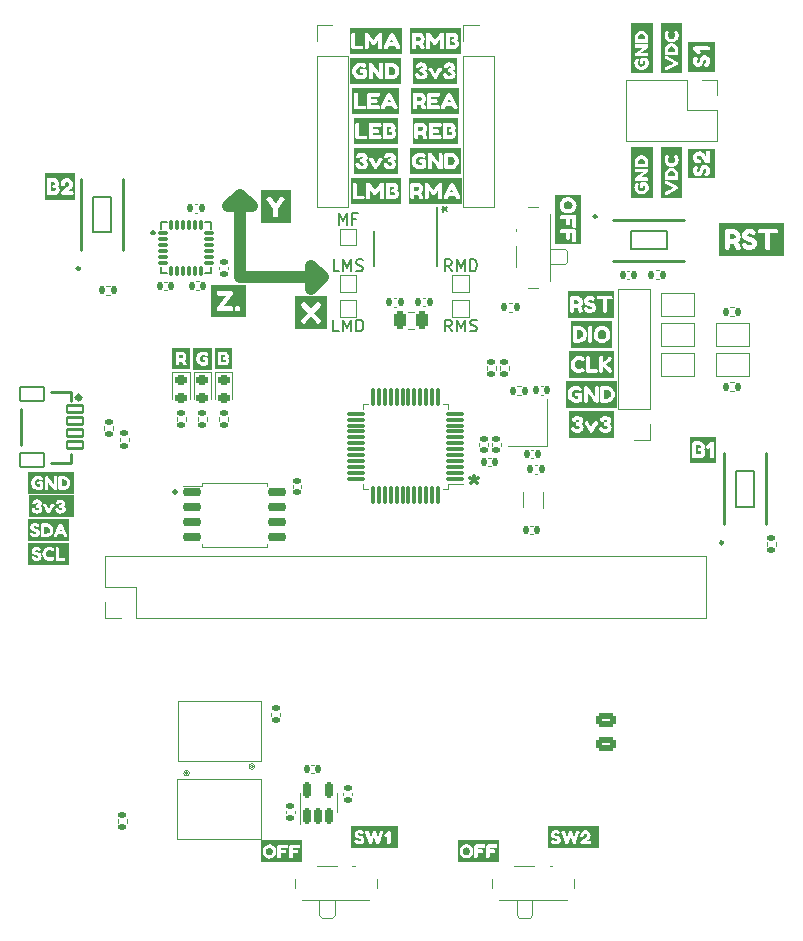
<source format=gto>
%TF.GenerationSoftware,KiCad,Pcbnew,(6.0.0-0)*%
%TF.CreationDate,2022-06-01T15:58:03+02:00*%
%TF.ProjectId,Zumo_PiZero,5a756d6f-5f50-4695-9a65-726f2e6b6963,rev?*%
%TF.SameCoordinates,Original*%
%TF.FileFunction,Legend,Top*%
%TF.FilePolarity,Positive*%
%FSLAX46Y46*%
G04 Gerber Fmt 4.6, Leading zero omitted, Abs format (unit mm)*
G04 Created by KiCad (PCBNEW (6.0.0-0)) date 2022-06-01 15:58:03*
%MOMM*%
%LPD*%
G01*
G04 APERTURE LIST*
G04 Aperture macros list*
%AMRoundRect*
0 Rectangle with rounded corners*
0 $1 Rounding radius*
0 $2 $3 $4 $5 $6 $7 $8 $9 X,Y pos of 4 corners*
0 Add a 4 corners polygon primitive as box body*
4,1,4,$2,$3,$4,$5,$6,$7,$8,$9,$2,$3,0*
0 Add four circle primitives for the rounded corners*
1,1,$1+$1,$2,$3*
1,1,$1+$1,$4,$5*
1,1,$1+$1,$6,$7*
1,1,$1+$1,$8,$9*
0 Add four rect primitives between the rounded corners*
20,1,$1+$1,$2,$3,$4,$5,0*
20,1,$1+$1,$4,$5,$6,$7,0*
20,1,$1+$1,$6,$7,$8,$9,0*
20,1,$1+$1,$8,$9,$2,$3,0*%
G04 Aperture macros list end*
%ADD10C,1.000000*%
%ADD11C,0.150000*%
%ADD12C,0.300000*%
%ADD13C,0.120000*%
%ADD14C,0.254000*%
%ADD15C,0.398780*%
%ADD16C,0.152400*%
%ADD17C,0.127000*%
%ADD18RoundRect,0.150000X-0.650000X-0.150000X0.650000X-0.150000X0.650000X0.150000X-0.650000X0.150000X0*%
%ADD19RoundRect,0.135000X-0.185000X0.135000X-0.185000X-0.135000X0.185000X-0.135000X0.185000X0.135000X0*%
%ADD20R,1.700000X1.700000*%
%ADD21RoundRect,0.250000X-0.625000X0.350000X-0.625000X-0.350000X0.625000X-0.350000X0.625000X0.350000X0*%
%ADD22C,3.800000*%
%ADD23RoundRect,0.140000X-0.140000X-0.170000X0.140000X-0.170000X0.140000X0.170000X-0.140000X0.170000X0*%
%ADD24RoundRect,0.135000X0.135000X0.185000X-0.135000X0.185000X-0.135000X-0.185000X0.135000X-0.185000X0*%
%ADD25RoundRect,0.101600X-0.674370X0.299720X-0.674370X-0.299720X0.674370X-0.299720X0.674370X0.299720X0*%
%ADD26RoundRect,0.101600X-0.999490X0.599440X-0.999490X-0.599440X0.999490X-0.599440X0.999490X0.599440X0*%
%ADD27R,0.449999X1.400000*%
%ADD28R,2.560000X2.460000*%
%ADD29RoundRect,0.140000X0.170000X-0.140000X0.170000X0.140000X-0.170000X0.140000X-0.170000X-0.140000X0*%
%ADD30RoundRect,0.140000X0.140000X0.170000X-0.140000X0.170000X-0.140000X-0.170000X0.140000X-0.170000X0*%
%ADD31R,1.200000X1.400000*%
%ADD32R,2.000000X2.000000*%
%ADD33O,1.700000X1.700000*%
%ADD34RoundRect,0.150000X0.150000X-0.512500X0.150000X0.512500X-0.150000X0.512500X-0.150000X-0.512500X0*%
%ADD35R,1.420000X0.610000*%
%ADD36R,3.910000X3.750000*%
%ADD37RoundRect,0.250000X-0.250000X-0.475000X0.250000X-0.475000X0.250000X0.475000X-0.250000X0.475000X0*%
%ADD38RoundRect,0.140000X-0.170000X0.140000X-0.170000X-0.140000X0.170000X-0.140000X0.170000X0.140000X0*%
%ADD39R,1.000000X1.000000*%
%ADD40C,0.900000*%
%ADD41R,1.000000X0.800000*%
%ADD42R,0.700000X1.500000*%
%ADD43RoundRect,0.135000X-0.135000X-0.185000X0.135000X-0.185000X0.135000X0.185000X-0.135000X0.185000X0*%
%ADD44RoundRect,0.135000X0.185000X-0.135000X0.185000X0.135000X-0.185000X0.135000X-0.185000X-0.135000X0*%
%ADD45RoundRect,0.218750X-0.256250X0.218750X-0.256250X-0.218750X0.256250X-0.218750X0.256250X0.218750X0*%
%ADD46RoundRect,0.075000X0.662500X0.075000X-0.662500X0.075000X-0.662500X-0.075000X0.662500X-0.075000X0*%
%ADD47RoundRect,0.075000X0.075000X0.662500X-0.075000X0.662500X-0.075000X-0.662500X0.075000X-0.662500X0*%
%ADD48RoundRect,0.075000X-0.350000X-0.075000X0.350000X-0.075000X0.350000X0.075000X-0.350000X0.075000X0*%
%ADD49RoundRect,0.075000X0.075000X-0.350000X0.075000X0.350000X-0.075000X0.350000X-0.075000X-0.350000X0*%
%ADD50R,1.000000X1.500000*%
%ADD51R,1.800000X1.000000*%
%ADD52R,0.800000X1.000000*%
%ADD53R,1.500000X0.700000*%
G04 APERTURE END LIST*
D10*
X105000000Y-89000000D02*
X105000000Y-91000000D01*
X106000000Y-90000000D02*
X105000000Y-89000000D01*
X98000000Y-84000000D02*
X100000000Y-84000000D01*
X99000000Y-90000000D02*
X99000000Y-83000000D01*
X99000000Y-83000000D02*
X98000000Y-84000000D01*
X99000000Y-90000000D02*
X106000000Y-90000000D01*
X100000000Y-84000000D02*
X99000000Y-83000000D01*
X105000000Y-91000000D02*
X106000000Y-90000000D01*
D11*
X116913095Y-89477380D02*
X116579761Y-89001190D01*
X116341666Y-89477380D02*
X116341666Y-88477380D01*
X116722619Y-88477380D01*
X116817857Y-88525000D01*
X116865476Y-88572619D01*
X116913095Y-88667857D01*
X116913095Y-88810714D01*
X116865476Y-88905952D01*
X116817857Y-88953571D01*
X116722619Y-89001190D01*
X116341666Y-89001190D01*
X117341666Y-89477380D02*
X117341666Y-88477380D01*
X117675000Y-89191666D01*
X118008333Y-88477380D01*
X118008333Y-89477380D01*
X118484523Y-89477380D02*
X118484523Y-88477380D01*
X118722619Y-88477380D01*
X118865476Y-88525000D01*
X118960714Y-88620238D01*
X119008333Y-88715476D01*
X119055952Y-88905952D01*
X119055952Y-89048809D01*
X119008333Y-89239285D01*
X118960714Y-89334523D01*
X118865476Y-89429761D01*
X118722619Y-89477380D01*
X118484523Y-89477380D01*
X107363095Y-85552380D02*
X107363095Y-84552380D01*
X107696428Y-85266666D01*
X108029761Y-84552380D01*
X108029761Y-85552380D01*
X108839285Y-85028571D02*
X108505952Y-85028571D01*
X108505952Y-85552380D02*
X108505952Y-84552380D01*
X108982142Y-84552380D01*
D12*
X118800000Y-106778571D02*
X118800000Y-107135714D01*
X118442857Y-106992857D02*
X118800000Y-107135714D01*
X119157142Y-106992857D01*
X118585714Y-107421428D02*
X118800000Y-107135714D01*
X119014285Y-107421428D01*
D11*
X107386904Y-89477380D02*
X106910714Y-89477380D01*
X106910714Y-88477380D01*
X107720238Y-89477380D02*
X107720238Y-88477380D01*
X108053571Y-89191666D01*
X108386904Y-88477380D01*
X108386904Y-89477380D01*
X108815476Y-89429761D02*
X108958333Y-89477380D01*
X109196428Y-89477380D01*
X109291666Y-89429761D01*
X109339285Y-89382142D01*
X109386904Y-89286904D01*
X109386904Y-89191666D01*
X109339285Y-89096428D01*
X109291666Y-89048809D01*
X109196428Y-89001190D01*
X109005952Y-88953571D01*
X108910714Y-88905952D01*
X108863095Y-88858333D01*
X108815476Y-88763095D01*
X108815476Y-88667857D01*
X108863095Y-88572619D01*
X108910714Y-88525000D01*
X109005952Y-88477380D01*
X109244047Y-88477380D01*
X109386904Y-88525000D01*
X107363095Y-94577380D02*
X106886904Y-94577380D01*
X106886904Y-93577380D01*
X107696428Y-94577380D02*
X107696428Y-93577380D01*
X108029761Y-94291666D01*
X108363095Y-93577380D01*
X108363095Y-94577380D01*
X108839285Y-94577380D02*
X108839285Y-93577380D01*
X109077380Y-93577380D01*
X109220238Y-93625000D01*
X109315476Y-93720238D01*
X109363095Y-93815476D01*
X109410714Y-94005952D01*
X109410714Y-94148809D01*
X109363095Y-94339285D01*
X109315476Y-94434523D01*
X109220238Y-94529761D01*
X109077380Y-94577380D01*
X108839285Y-94577380D01*
D12*
X91600000Y-86135714D02*
X91671428Y-86207142D01*
X91600000Y-86278571D01*
X91528571Y-86207142D01*
X91600000Y-86135714D01*
X91600000Y-86278571D01*
X93479000Y-108088714D02*
X93550428Y-108160142D01*
X93479000Y-108231571D01*
X93407571Y-108160142D01*
X93479000Y-108088714D01*
X93479000Y-108231571D01*
D11*
X116936904Y-94577380D02*
X116603571Y-94101190D01*
X116365476Y-94577380D02*
X116365476Y-93577380D01*
X116746428Y-93577380D01*
X116841666Y-93625000D01*
X116889285Y-93672619D01*
X116936904Y-93767857D01*
X116936904Y-93910714D01*
X116889285Y-94005952D01*
X116841666Y-94053571D01*
X116746428Y-94101190D01*
X116365476Y-94101190D01*
X117365476Y-94577380D02*
X117365476Y-93577380D01*
X117698809Y-94291666D01*
X118032142Y-93577380D01*
X118032142Y-94577380D01*
X118460714Y-94529761D02*
X118603571Y-94577380D01*
X118841666Y-94577380D01*
X118936904Y-94529761D01*
X118984523Y-94482142D01*
X119032142Y-94386904D01*
X119032142Y-94291666D01*
X118984523Y-94196428D01*
X118936904Y-94148809D01*
X118841666Y-94101190D01*
X118651190Y-94053571D01*
X118555952Y-94005952D01*
X118508333Y-93958333D01*
X118460714Y-93863095D01*
X118460714Y-93767857D01*
X118508333Y-93672619D01*
X118555952Y-93625000D01*
X118651190Y-93577380D01*
X118889285Y-93577380D01*
X119032142Y-93625000D01*
%TO.C,U7*%
X116052380Y-84200000D02*
X116290476Y-84200000D01*
X116195238Y-84438095D02*
X116290476Y-84200000D01*
X116195238Y-83961904D01*
X116480952Y-84342857D02*
X116290476Y-84200000D01*
X116480952Y-84057142D01*
D13*
%TO.C,U6*%
X98522000Y-112865500D02*
X101269500Y-112865500D01*
X101269500Y-112865500D02*
X101269500Y-112583000D01*
X98522000Y-112865500D02*
X95774500Y-112865500D01*
X95774500Y-112865500D02*
X95774500Y-112583000D01*
X98522000Y-107370500D02*
X101269500Y-107370500D01*
X101269500Y-107370500D02*
X101269500Y-107653000D01*
X98522000Y-107370500D02*
X95774500Y-107370500D01*
X95774500Y-107370500D02*
X95774500Y-107653000D01*
X95774500Y-107653000D02*
X94122000Y-107653000D01*
%TO.C,R1*%
X89380000Y-135856359D02*
X89380000Y-136163641D01*
X88620000Y-135856359D02*
X88620000Y-136163641D01*
%TO.C,kibuzzard-6296F475*%
G36*
X116946083Y-79810816D02*
G01*
X117063003Y-79888683D01*
X117143727Y-80005126D01*
X117170635Y-80146810D01*
X117143013Y-80288018D01*
X117060145Y-80403033D01*
X116942987Y-80479471D01*
X116812495Y-80504950D01*
X116627710Y-80504950D01*
X116627710Y-79784860D01*
X116810590Y-79784860D01*
X116946083Y-79810816D01*
G37*
G36*
X113371430Y-79026035D02*
G01*
X117666570Y-79026035D01*
X117666570Y-81259965D01*
X113371430Y-81259965D01*
X113371430Y-80131570D01*
X113530180Y-80131570D01*
X113543277Y-80277481D01*
X113582568Y-80412319D01*
X113648052Y-80536085D01*
X113739730Y-80648778D01*
X113849148Y-80742539D01*
X113967854Y-80809512D01*
X114095846Y-80849695D01*
X114233125Y-80863090D01*
X114383144Y-80852732D01*
X114513160Y-80821656D01*
X114623174Y-80769864D01*
X114713185Y-80697355D01*
X114723678Y-80674495D01*
X114918925Y-80674495D01*
X114921782Y-80741170D01*
X114939880Y-80792605D01*
X114989410Y-80831181D01*
X115084660Y-80844040D01*
X115182767Y-80831181D01*
X115233250Y-80792605D01*
X115251347Y-80743075D01*
X115254205Y-80676400D01*
X115254205Y-80049655D01*
X115307439Y-80119082D01*
X115376972Y-80210522D01*
X115462803Y-80323975D01*
X115564932Y-80459442D01*
X115683359Y-80616922D01*
X115818085Y-80796415D01*
X115865710Y-80832610D01*
X115968580Y-80844040D01*
X116066687Y-80831181D01*
X116117170Y-80792605D01*
X116135268Y-80743075D01*
X116138125Y-80676400D01*
X116138125Y-80672590D01*
X116290525Y-80672590D01*
X116313385Y-80794510D01*
X116363867Y-80830229D01*
X116458165Y-80842135D01*
X116806780Y-80842135D01*
X116947095Y-80829157D01*
X117076576Y-80790224D01*
X117195221Y-80725335D01*
X117303033Y-80634490D01*
X117392627Y-80525488D01*
X117456623Y-80406128D01*
X117495021Y-80276410D01*
X117507820Y-80136333D01*
X117494723Y-79996791D01*
X117455432Y-79868680D01*
X117389948Y-79751999D01*
X117298270Y-79646748D01*
X117189328Y-79559653D01*
X117072051Y-79497443D01*
X116946440Y-79460117D01*
X116812495Y-79447675D01*
X116460070Y-79445770D01*
X116361962Y-79458629D01*
X116311480Y-79497205D01*
X116293383Y-79546735D01*
X116290525Y-79613410D01*
X116290525Y-80672590D01*
X116138125Y-80672590D01*
X116138125Y-79619125D01*
X116126695Y-79521970D01*
X116102883Y-79481965D01*
X116053353Y-79459105D01*
X115965723Y-79449580D01*
X115875235Y-79461010D01*
X115820943Y-79505778D01*
X115802845Y-79611505D01*
X115802845Y-80255395D01*
X115750352Y-80186656D01*
X115683042Y-80097280D01*
X115600915Y-79987266D01*
X115503972Y-79856615D01*
X115392212Y-79705326D01*
X115265635Y-79533400D01*
X115221820Y-79483870D01*
X115175147Y-79460058D01*
X115084660Y-79449580D01*
X114991315Y-79461010D01*
X114937022Y-79505778D01*
X114918925Y-79611505D01*
X114918925Y-80674495D01*
X114723678Y-80674495D01*
X114766525Y-80581150D01*
X114766525Y-80162050D01*
X114747475Y-80055370D01*
X114621745Y-80002030D01*
X114286465Y-80002030D01*
X114195025Y-80019175D01*
X114163592Y-80061085D01*
X114155020Y-80142048D01*
X114162640Y-80222058D01*
X114195025Y-80266825D01*
X114278845Y-80282065D01*
X114429340Y-80282065D01*
X114429340Y-80489710D01*
X114340281Y-80515428D01*
X114240745Y-80524000D01*
X114103585Y-80495187D01*
X113981665Y-80408747D01*
X113918165Y-80326409D01*
X113880065Y-80233064D01*
X113867365Y-80128713D01*
X113895464Y-79979646D01*
X113979760Y-79862013D01*
X114100251Y-79785574D01*
X114236935Y-79760095D01*
X114339805Y-79773192D01*
X114427435Y-79812483D01*
X114543640Y-79864870D01*
X114607934Y-79839629D01*
X114678895Y-79763905D01*
X114722710Y-79656272D01*
X114671275Y-79571500D01*
X114535173Y-79488950D01*
X114393568Y-79439420D01*
X114246460Y-79422910D01*
X114106442Y-79435590D01*
X113975950Y-79473631D01*
X113854982Y-79537031D01*
X113743540Y-79625792D01*
X113650195Y-79733485D01*
X113583520Y-79853678D01*
X113543515Y-79986373D01*
X113530180Y-80131570D01*
X113371430Y-80131570D01*
X113371430Y-79026035D01*
G37*
%TO.C,R11*%
X120969000Y-97529359D02*
X120969000Y-97836641D01*
X121729000Y-97529359D02*
X121729000Y-97836641D01*
%TO.C,R7*%
X144337000Y-112405359D02*
X144337000Y-112712641D01*
X143577000Y-112405359D02*
X143577000Y-112712641D01*
%TO.C,kibuzzard-6296F4D2*%
G36*
X137979400Y-104243195D02*
G01*
X138010833Y-104309870D01*
X138005118Y-104378450D01*
X137913678Y-104418455D01*
X137796520Y-104445125D01*
X137761278Y-104554663D01*
X137795568Y-104664200D01*
X137898438Y-104690870D01*
X138005118Y-104706110D01*
X138040360Y-104744210D01*
X138050838Y-104816600D01*
X138020834Y-104913755D01*
X137930823Y-104946140D01*
X137618403Y-104946140D01*
X137618403Y-104224145D01*
X137885103Y-104224145D01*
X137979400Y-104243195D01*
G37*
G36*
X137122468Y-103490085D02*
G01*
X139293532Y-103490085D01*
X139293532Y-105685915D01*
X137122468Y-105685915D01*
X137122468Y-105111875D01*
X137281218Y-105111875D01*
X137292647Y-105210935D01*
X137343130Y-105265227D01*
X137448857Y-105283325D01*
X137949873Y-105283325D01*
X138064490Y-105269038D01*
X138167042Y-105226175D01*
X138257530Y-105154738D01*
X138328333Y-105062133D01*
X138371830Y-104955771D01*
X138388023Y-104835650D01*
X138375534Y-104728758D01*
X138338069Y-104629063D01*
X138275628Y-104536565D01*
X138329920Y-104426551D01*
X138343726Y-104334635D01*
X138464222Y-104334635D01*
X138524230Y-104452745D01*
X138639483Y-104519420D01*
X138772833Y-104460365D01*
X138797598Y-104437505D01*
X138797598Y-105117590D01*
X138800455Y-105187123D01*
X138818553Y-105239510D01*
X138869511Y-105276657D01*
X138965237Y-105289040D01*
X139063345Y-105276181D01*
X139113828Y-105237605D01*
X139131925Y-105187123D01*
X139134782Y-105121400D01*
X139134782Y-104060315D01*
X139125258Y-103959350D01*
X139098588Y-103918393D01*
X139049058Y-103896485D01*
X138958570Y-103886960D01*
X138850938Y-103936490D01*
X138845223Y-103940300D01*
X138532802Y-104222240D01*
X138464222Y-104334635D01*
X138343726Y-104334635D01*
X138348018Y-104306060D01*
X138334259Y-104195993D01*
X138292984Y-104096933D01*
X138224193Y-104008880D01*
X138139102Y-103941147D01*
X138041313Y-103900507D01*
X137930823Y-103886960D01*
X137450763Y-103886960D01*
X137352655Y-103899819D01*
X137302173Y-103938395D01*
X137284075Y-103987925D01*
X137281218Y-104054600D01*
X137281218Y-105111875D01*
X137122468Y-105111875D01*
X137122468Y-103490085D01*
G37*
%TO.C,kibuzzard-6296F43B*%
G36*
X113641940Y-71405082D02*
G01*
X117396060Y-71405082D01*
X117396060Y-73640918D01*
X113641940Y-73640918D01*
X113641940Y-72803988D01*
X113800690Y-72803988D01*
X113821645Y-72906858D01*
X113825455Y-72925907D01*
X113846410Y-72975438D01*
X113893559Y-73051161D01*
X113947375Y-73110693D01*
X114057442Y-73184776D01*
X114184442Y-73229226D01*
X114328375Y-73244043D01*
X114473367Y-73229332D01*
X114601002Y-73185199D01*
X114711280Y-73111645D01*
X114795947Y-73015442D01*
X114846747Y-72903365D01*
X114863680Y-72775413D01*
X114847964Y-72678258D01*
X114800815Y-72592532D01*
X114740807Y-72530620D01*
X114684610Y-72489663D01*
X114684610Y-72476328D01*
X114767160Y-72416532D01*
X114798418Y-72365837D01*
X114939880Y-72365837D01*
X114977980Y-72468708D01*
X115374220Y-73146888D01*
X115391365Y-73167843D01*
X115443752Y-73208800D01*
X115521857Y-73228803D01*
X115604725Y-73203085D01*
X115665685Y-73144983D01*
X115864519Y-72803988D01*
X116174320Y-72803988D01*
X116195275Y-72906858D01*
X116199085Y-72925907D01*
X116220040Y-72975438D01*
X116267189Y-73051161D01*
X116321005Y-73110693D01*
X116431072Y-73184776D01*
X116558072Y-73229226D01*
X116702005Y-73244043D01*
X116846997Y-73229332D01*
X116974632Y-73185199D01*
X117084910Y-73111645D01*
X117169577Y-73015442D01*
X117220377Y-72903365D01*
X117237310Y-72775413D01*
X117221594Y-72678258D01*
X117174445Y-72592532D01*
X117114438Y-72530620D01*
X117058240Y-72489663D01*
X117058240Y-72476328D01*
X117140790Y-72416532D01*
X117190320Y-72336204D01*
X117206830Y-72235345D01*
X117191802Y-72127924D01*
X117146717Y-72027912D01*
X117071575Y-71935307D01*
X116970398Y-71861224D01*
X116847208Y-71816774D01*
X116702005Y-71801957D01*
X116607469Y-71808625D01*
X116521982Y-71828627D01*
X116396253Y-71887682D01*
X116317195Y-71962930D01*
X116275285Y-72022937D01*
X116231470Y-72152478D01*
X116255283Y-72220581D01*
X116326720Y-72280112D01*
X116431495Y-72314402D01*
X116503885Y-72290590D01*
X116557225Y-72219153D01*
X116568655Y-72196292D01*
X116618185Y-72150572D01*
X116725818Y-72127712D01*
X116831545Y-72163907D01*
X116869645Y-72240107D01*
X116833450Y-72295829D01*
X116724865Y-72314402D01*
X116625805Y-72323928D01*
X116572941Y-72375839D01*
X116555320Y-72482042D01*
X116568179Y-72579674D01*
X116606755Y-72628727D01*
X116656285Y-72647778D01*
X116742963Y-72651587D01*
X116853453Y-72690640D01*
X116900125Y-72781128D01*
X116852500Y-72873520D01*
X116791540Y-72904238D01*
X116703910Y-72914478D01*
X116623900Y-72903047D01*
X116519125Y-72811608D01*
X116461975Y-72712548D01*
X116361010Y-72693497D01*
X116220993Y-72721120D01*
X116174320Y-72803988D01*
X115864519Y-72803988D01*
X116060020Y-72468708D01*
X116098120Y-72363933D01*
X116073355Y-72299163D01*
X115999060Y-72238203D01*
X115894285Y-72198197D01*
X115833325Y-72214390D01*
X115799987Y-72246775D01*
X115768555Y-72299162D01*
X115519000Y-72779222D01*
X115269445Y-72299162D01*
X115218962Y-72222010D01*
X115153240Y-72196292D01*
X115038940Y-72238203D01*
X114964645Y-72299639D01*
X114939880Y-72365837D01*
X114798418Y-72365837D01*
X114816690Y-72336204D01*
X114833200Y-72235345D01*
X114818172Y-72127924D01*
X114773087Y-72027912D01*
X114697945Y-71935307D01*
X114596768Y-71861224D01*
X114473578Y-71816774D01*
X114328375Y-71801957D01*
X114233839Y-71808625D01*
X114148352Y-71828627D01*
X114022622Y-71887682D01*
X113943565Y-71962930D01*
X113901655Y-72022937D01*
X113857840Y-72152478D01*
X113881652Y-72220581D01*
X113953090Y-72280112D01*
X114057865Y-72314402D01*
X114130255Y-72290590D01*
X114183595Y-72219153D01*
X114195025Y-72196292D01*
X114244555Y-72150572D01*
X114352187Y-72127712D01*
X114457915Y-72163907D01*
X114496015Y-72240107D01*
X114459820Y-72295829D01*
X114351235Y-72314402D01*
X114252175Y-72323928D01*
X114199311Y-72375839D01*
X114181690Y-72482042D01*
X114194549Y-72579674D01*
X114233125Y-72628727D01*
X114282655Y-72647778D01*
X114369332Y-72651587D01*
X114479822Y-72690640D01*
X114526495Y-72781128D01*
X114478870Y-72873520D01*
X114417910Y-72904238D01*
X114330280Y-72914478D01*
X114250270Y-72903047D01*
X114145495Y-72811608D01*
X114088345Y-72712548D01*
X113987380Y-72693497D01*
X113847362Y-72721120D01*
X113800690Y-72803988D01*
X113641940Y-72803988D01*
X113641940Y-71405082D01*
G37*
%TO.C,kibuzzard-62975D6B*%
G36*
X139515625Y-85391984D02*
G01*
X145008375Y-85391984D01*
X145008375Y-88182016D01*
X139515625Y-88182016D01*
X139515625Y-87447797D01*
X140011719Y-87447797D01*
X140026006Y-87571622D01*
X140089109Y-87637702D01*
X140221269Y-87659728D01*
X140343903Y-87643655D01*
X140407006Y-87595434D01*
X140429628Y-87532331D01*
X140433200Y-87450178D01*
X140433200Y-87181097D01*
X140733237Y-87181097D01*
X140807056Y-87176334D01*
X140899660Y-87395674D01*
X140961573Y-87539343D01*
X140992794Y-87607341D01*
X141036847Y-87653775D01*
X141113047Y-87676397D01*
X141235681Y-87643059D01*
X141346409Y-87574003D01*
X141383319Y-87490659D01*
X141347600Y-87366834D01*
X141309376Y-87279919D01*
X141478569Y-87279919D01*
X141540481Y-87416841D01*
X141561912Y-87443034D01*
X141630969Y-87515663D01*
X141738125Y-87590672D01*
X141900050Y-87658537D01*
X142003039Y-87679076D01*
X142111981Y-87685922D01*
X142255121Y-87671899D01*
X142392440Y-87629830D01*
X142523937Y-87559716D01*
X142614425Y-87482027D01*
X142685862Y-87377550D01*
X142732297Y-87250451D01*
X142747775Y-87104897D01*
X142732595Y-86962320D01*
X142687053Y-86844150D01*
X142618890Y-86753960D01*
X142535844Y-86695322D01*
X142441189Y-86655734D01*
X142338200Y-86622694D01*
X142235211Y-86596798D01*
X142140556Y-86578641D01*
X141989347Y-86523872D01*
X141928625Y-86417906D01*
X141979822Y-86315512D01*
X142108409Y-86278603D01*
X142235806Y-86309559D01*
X142272716Y-86340516D01*
X142300100Y-86364328D01*
X142423925Y-86411953D01*
X142508459Y-86382188D01*
X142590612Y-86292891D01*
X142647762Y-86161922D01*
X142599554Y-86085722D01*
X142843025Y-86085722D01*
X142854931Y-86185734D01*
X142902556Y-86241694D01*
X143014475Y-86259553D01*
X143471675Y-86259553D01*
X143471675Y-87454941D01*
X143475247Y-87537094D01*
X143496678Y-87599006D01*
X143558591Y-87647822D01*
X143676462Y-87662109D01*
X143795525Y-87647822D01*
X143858628Y-87599006D01*
X143880059Y-87538284D01*
X143883631Y-87457322D01*
X143883631Y-86259553D01*
X144338450Y-86259553D01*
X144459894Y-86238122D01*
X144500375Y-86186925D01*
X144512281Y-86088103D01*
X144500375Y-85988091D01*
X144452750Y-85932131D01*
X144340831Y-85914272D01*
X143016856Y-85914272D01*
X142895413Y-85935703D01*
X142854931Y-85986900D01*
X142843025Y-86085722D01*
X142599554Y-86085722D01*
X142573944Y-86045241D01*
X142514412Y-85999997D01*
X142351297Y-85924988D01*
X142227174Y-85897305D01*
X142090550Y-85888078D01*
X141923730Y-85905408D01*
X141782046Y-85957399D01*
X141665497Y-86044050D01*
X141578846Y-86153984D01*
X141526855Y-86275825D01*
X141509525Y-86409572D01*
X141524705Y-86550959D01*
X141570247Y-86670319D01*
X141638410Y-86764080D01*
X141721456Y-86828672D01*
X141815516Y-86875404D01*
X141916719Y-86915587D01*
X142017922Y-86947437D01*
X142111981Y-86969166D01*
X142263191Y-87022744D01*
X142323912Y-87114422D01*
X142299306Y-87214964D01*
X142225487Y-87275289D01*
X142102456Y-87295397D01*
X141988156Y-87258487D01*
X141892906Y-87181097D01*
X141786941Y-87091800D01*
X141707169Y-87062034D01*
X141580962Y-87119184D01*
X141504167Y-87209374D01*
X141478569Y-87279919D01*
X141309376Y-87279919D01*
X141280925Y-87215228D01*
X141226950Y-87090609D01*
X141185675Y-86992978D01*
X141284894Y-86866507D01*
X141344425Y-86718870D01*
X141364269Y-86550066D01*
X141348791Y-86402428D01*
X141302356Y-86269078D01*
X141232109Y-86155969D01*
X141145194Y-86069053D01*
X141012108Y-85984386D01*
X140876377Y-85933586D01*
X140738000Y-85916653D01*
X140223650Y-85916653D01*
X140101016Y-85932727D01*
X140037912Y-85980947D01*
X140015291Y-86044050D01*
X140011719Y-86126203D01*
X140011719Y-87447797D01*
X139515625Y-87447797D01*
X139515625Y-85391984D01*
G37*
G36*
X140876112Y-86391713D02*
G01*
X140945169Y-86550066D01*
X140876112Y-86707228D01*
X140738000Y-86759616D01*
X140433200Y-86759616D01*
X140433200Y-86338134D01*
X140733237Y-86338134D01*
X140876112Y-86391713D01*
G37*
%TO.C,kibuzzard-6296F5B2*%
G36*
X126585430Y-98787035D02*
G01*
X130880570Y-98787035D01*
X130880570Y-101020965D01*
X126585430Y-101020965D01*
X126585430Y-99892570D01*
X126744180Y-99892570D01*
X126757277Y-100038481D01*
X126796568Y-100173319D01*
X126862052Y-100297085D01*
X126953730Y-100409778D01*
X127063148Y-100503539D01*
X127181854Y-100570512D01*
X127309846Y-100610695D01*
X127447125Y-100624090D01*
X127597144Y-100613732D01*
X127727160Y-100582656D01*
X127837174Y-100530864D01*
X127927185Y-100458355D01*
X127937678Y-100435495D01*
X128132925Y-100435495D01*
X128135782Y-100502170D01*
X128153880Y-100553605D01*
X128203410Y-100592181D01*
X128298660Y-100605040D01*
X128396767Y-100592181D01*
X128447250Y-100553605D01*
X128465347Y-100504075D01*
X128468205Y-100437400D01*
X128468205Y-99810655D01*
X128521439Y-99880082D01*
X128590972Y-99971522D01*
X128676803Y-100084975D01*
X128778932Y-100220442D01*
X128897359Y-100377922D01*
X129032085Y-100557415D01*
X129079710Y-100593610D01*
X129182580Y-100605040D01*
X129280687Y-100592181D01*
X129331170Y-100553605D01*
X129349268Y-100504075D01*
X129352125Y-100437400D01*
X129352125Y-100433590D01*
X129504525Y-100433590D01*
X129527385Y-100555510D01*
X129577867Y-100591229D01*
X129672165Y-100603135D01*
X130020780Y-100603135D01*
X130161095Y-100590157D01*
X130290576Y-100551224D01*
X130409221Y-100486335D01*
X130517033Y-100395490D01*
X130606627Y-100286488D01*
X130670623Y-100167128D01*
X130709021Y-100037410D01*
X130721820Y-99897333D01*
X130708723Y-99757791D01*
X130669432Y-99629680D01*
X130603948Y-99512999D01*
X130512270Y-99407748D01*
X130403328Y-99320653D01*
X130286051Y-99258443D01*
X130160440Y-99221117D01*
X130026495Y-99208675D01*
X129674070Y-99206770D01*
X129575962Y-99219629D01*
X129525480Y-99258205D01*
X129507383Y-99307735D01*
X129504525Y-99374410D01*
X129504525Y-100433590D01*
X129352125Y-100433590D01*
X129352125Y-99380125D01*
X129340695Y-99282970D01*
X129316883Y-99242965D01*
X129267353Y-99220105D01*
X129179723Y-99210580D01*
X129089235Y-99222010D01*
X129034943Y-99266778D01*
X129016845Y-99372505D01*
X129016845Y-100016395D01*
X128964352Y-99947656D01*
X128897042Y-99858280D01*
X128814915Y-99748266D01*
X128717972Y-99617615D01*
X128606212Y-99466326D01*
X128479635Y-99294400D01*
X128435820Y-99244870D01*
X128389147Y-99221058D01*
X128298660Y-99210580D01*
X128205315Y-99222010D01*
X128151022Y-99266778D01*
X128132925Y-99372505D01*
X128132925Y-100435495D01*
X127937678Y-100435495D01*
X127980525Y-100342150D01*
X127980525Y-99923050D01*
X127961475Y-99816370D01*
X127835745Y-99763030D01*
X127500465Y-99763030D01*
X127409025Y-99780175D01*
X127377592Y-99822085D01*
X127369020Y-99903048D01*
X127376640Y-99983058D01*
X127409025Y-100027825D01*
X127492845Y-100043065D01*
X127643340Y-100043065D01*
X127643340Y-100250710D01*
X127554281Y-100276428D01*
X127454745Y-100285000D01*
X127317585Y-100256187D01*
X127195665Y-100169747D01*
X127132165Y-100087409D01*
X127094065Y-99994064D01*
X127081365Y-99889713D01*
X127109464Y-99740646D01*
X127193760Y-99623013D01*
X127314251Y-99546574D01*
X127450935Y-99521095D01*
X127553805Y-99534192D01*
X127641435Y-99573483D01*
X127757640Y-99625870D01*
X127821934Y-99600629D01*
X127892895Y-99524905D01*
X127936710Y-99417272D01*
X127885275Y-99332500D01*
X127749173Y-99249950D01*
X127607568Y-99200420D01*
X127460460Y-99183910D01*
X127320442Y-99196590D01*
X127189950Y-99234631D01*
X127068982Y-99298031D01*
X126957540Y-99386792D01*
X126864195Y-99494485D01*
X126797520Y-99614678D01*
X126757515Y-99747373D01*
X126744180Y-99892570D01*
X126585430Y-99892570D01*
X126585430Y-98787035D01*
G37*
G36*
X130160083Y-99571816D02*
G01*
X130277003Y-99649683D01*
X130357727Y-99766126D01*
X130384635Y-99907810D01*
X130357013Y-100049018D01*
X130274145Y-100164033D01*
X130156987Y-100240471D01*
X130026495Y-100265950D01*
X129841710Y-100265950D01*
X129841710Y-99545860D01*
X130024590Y-99545860D01*
X130160083Y-99571816D01*
G37*
%TO.C,C5*%
X123536157Y-111043940D02*
X123751829Y-111043940D01*
X123536157Y-111763940D02*
X123751829Y-111763940D01*
%TO.C,C18*%
X114452164Y-92464999D02*
X114667836Y-92464999D01*
X114452164Y-91744999D02*
X114667836Y-91744999D01*
%TO.C,kibuzzard-6296F296*%
G36*
X111971662Y-70092538D02*
G01*
X111718298Y-70092538D01*
X111844028Y-69831553D01*
X111971662Y-70092538D01*
G37*
G36*
X108258182Y-68878418D02*
G01*
X112703818Y-68878418D01*
X112703818Y-71087582D01*
X108258182Y-71087582D01*
X108258182Y-70502113D01*
X108416932Y-70502113D01*
X108428362Y-70599268D01*
X108478845Y-70653560D01*
X108584572Y-70671658D01*
X109270372Y-70671658D01*
X109369432Y-70652608D01*
X109401817Y-70610698D01*
X109411342Y-70529735D01*
X109407868Y-70500208D01*
X109535167Y-70500208D01*
X109538025Y-70568788D01*
X109556122Y-70618318D01*
X109606605Y-70656894D01*
X109700902Y-70669753D01*
X109798058Y-70656894D01*
X109849492Y-70618318D01*
X109867590Y-70569740D01*
X109870447Y-70504017D01*
X109870447Y-69862032D01*
X109905690Y-69909419D01*
X109992367Y-70028720D01*
X110086189Y-70157069D01*
X110142862Y-70231602D01*
X110158102Y-70252557D01*
X110208585Y-70291610D01*
X110286690Y-70311612D01*
X110366700Y-70289705D01*
X110413372Y-70255415D01*
X110447662Y-70210648D01*
X110489096Y-70154212D01*
X110563868Y-70049675D01*
X110644354Y-69938471D01*
X110702932Y-69862032D01*
X110702932Y-70500208D01*
X110712458Y-70599268D01*
X110739127Y-70637368D01*
X110788657Y-70660228D01*
X110876288Y-70669753D01*
X110967728Y-70658323D01*
X111022020Y-70608316D01*
X111034829Y-70534497D01*
X111144893Y-70534497D01*
X111172515Y-70599268D01*
X111255383Y-70656418D01*
X111357300Y-70688803D01*
X111418260Y-70670705D01*
X111452550Y-70635463D01*
X111482078Y-70580218D01*
X111581138Y-70374478D01*
X112108823Y-70374478D01*
X112207883Y-70580218D01*
X112237410Y-70637368D01*
X112271700Y-70673563D01*
X112332660Y-70690707D01*
X112434578Y-70658323D01*
X112517445Y-70599744D01*
X112545068Y-70534497D01*
X112512683Y-70437343D01*
X111998333Y-69374352D01*
X111935468Y-69300058D01*
X111845933Y-69275293D01*
X111755445Y-69301962D01*
X111691628Y-69372447D01*
X111177278Y-70437343D01*
X111144893Y-70534497D01*
X111034829Y-70534497D01*
X111040118Y-70504017D01*
X111040118Y-69446742D01*
X111037260Y-69380067D01*
X111019162Y-69328632D01*
X110968918Y-69290056D01*
X110871525Y-69277197D01*
X110772703Y-69290056D01*
X110718172Y-69328632D01*
X110666128Y-69395155D01*
X110596862Y-69484995D01*
X110510375Y-69598152D01*
X110406667Y-69734626D01*
X110285737Y-69894418D01*
X109853302Y-69326728D01*
X109841872Y-69315297D01*
X109793295Y-69289580D01*
X109704712Y-69277197D01*
X109607557Y-69289580D01*
X109556122Y-69326728D01*
X109538025Y-69377210D01*
X109535167Y-69442932D01*
X109535167Y-70500208D01*
X109407868Y-70500208D01*
X109401817Y-70448773D01*
X109363717Y-70404005D01*
X109272277Y-70389718D01*
X108754117Y-70389718D01*
X108754117Y-69444837D01*
X108744592Y-69345777D01*
X108692681Y-69292914D01*
X108586477Y-69275293D01*
X108488370Y-69288151D01*
X108437887Y-69326728D01*
X108419790Y-69377210D01*
X108416932Y-69442932D01*
X108416932Y-70502113D01*
X108258182Y-70502113D01*
X108258182Y-68878418D01*
G37*
%TO.C,R6*%
X140803641Y-92539000D02*
X140496359Y-92539000D01*
X140803641Y-93299000D02*
X140496359Y-93299000D01*
D14*
%TO.C,J4*%
X84665305Y-104931900D02*
X84665305Y-105683740D01*
X83014305Y-99684260D02*
X84665305Y-99684260D01*
X84665305Y-99684260D02*
X84665305Y-100436100D01*
X84665305Y-105683740D02*
X83014305Y-105683740D01*
X80413345Y-101185400D02*
X80413345Y-104182600D01*
D15*
X85452705Y-100184640D02*
G75*
G03*
X85452705Y-100184640I-139700J0D01*
G01*
%TO.C,kibuzzard-6296FD33*%
G36*
X132054196Y-83243371D02*
G01*
X132054196Y-82381887D01*
X132384925Y-82381887D01*
X132395492Y-82498569D01*
X132427192Y-82607313D01*
X132480026Y-82708119D01*
X132553994Y-82800988D01*
X132643737Y-82878775D01*
X132743898Y-82934338D01*
X132854478Y-82967675D01*
X132975475Y-82978788D01*
X133097068Y-82967873D01*
X133209433Y-82935131D01*
X133312571Y-82880561D01*
X133406481Y-82804163D01*
X133484616Y-82712980D01*
X133540427Y-82614059D01*
X133573913Y-82507399D01*
X133585075Y-82393000D01*
X133576443Y-82267984D01*
X133550547Y-82159638D01*
X133507387Y-82067959D01*
X133446963Y-81992950D01*
X133350125Y-81948500D01*
X133000875Y-81948500D01*
X132911975Y-81964375D01*
X132867525Y-82069150D01*
X132867525Y-82348550D01*
X132881813Y-82424750D01*
X132916737Y-82450944D01*
X132984206Y-82458087D01*
X133050881Y-82451738D01*
X133088188Y-82424750D01*
X133100888Y-82354900D01*
X133100888Y-82229487D01*
X133273925Y-82229487D01*
X133295356Y-82303703D01*
X133302500Y-82386650D01*
X133278489Y-82500950D01*
X133206456Y-82602550D01*
X133137841Y-82655467D01*
X133060053Y-82687217D01*
X132973094Y-82697800D01*
X132848872Y-82674384D01*
X132750844Y-82604138D01*
X132687145Y-82503728D01*
X132665913Y-82389825D01*
X132676827Y-82304100D01*
X132709569Y-82231075D01*
X132753225Y-82134238D01*
X132732191Y-82080659D01*
X132669087Y-82021525D01*
X132579394Y-81985012D01*
X132508750Y-82027875D01*
X132439958Y-82141293D01*
X132398683Y-82259297D01*
X132384925Y-82381887D01*
X132054196Y-82381887D01*
X132054196Y-81683388D01*
X132407150Y-81683388D01*
X132416675Y-81761175D01*
X132453981Y-81806419D01*
X132542087Y-81821500D01*
X133427913Y-81821500D01*
X133483475Y-81819119D01*
X133526338Y-81804038D01*
X133558484Y-81762763D01*
X133569200Y-81683388D01*
X133558484Y-81601631D01*
X133526338Y-81559563D01*
X133485063Y-81544481D01*
X133429500Y-81542100D01*
X132907212Y-81542100D01*
X132965068Y-81497738D01*
X133041268Y-81439794D01*
X133135813Y-81368269D01*
X133248701Y-81283161D01*
X133379935Y-81184472D01*
X133529513Y-81072200D01*
X133559675Y-81032512D01*
X133569200Y-80946787D01*
X133558484Y-80865031D01*
X133526338Y-80822962D01*
X133485063Y-80807881D01*
X133429500Y-80805500D01*
X132548438Y-80805500D01*
X132467475Y-80815025D01*
X132434138Y-80834869D01*
X132415088Y-80876144D01*
X132407150Y-80949169D01*
X132416675Y-81024575D01*
X132453981Y-81069819D01*
X132542087Y-81084900D01*
X133078663Y-81084900D01*
X133021380Y-81128644D01*
X132946900Y-81184736D01*
X132855222Y-81253175D01*
X132746346Y-81333961D01*
X132620272Y-81427094D01*
X132477000Y-81532575D01*
X132435725Y-81569087D01*
X132415881Y-81607981D01*
X132407150Y-81683388D01*
X132054196Y-81683388D01*
X132054196Y-80537212D01*
X132403975Y-80537212D01*
X132414691Y-80618969D01*
X132446837Y-80661038D01*
X132488112Y-80676119D01*
X132543675Y-80678500D01*
X133426325Y-80678500D01*
X133527925Y-80659450D01*
X133557691Y-80617381D01*
X133567613Y-80538800D01*
X133567613Y-80248288D01*
X133556798Y-80131358D01*
X133524353Y-80023458D01*
X133470279Y-79924586D01*
X133394575Y-79834744D01*
X133303740Y-79760082D01*
X133204273Y-79706752D01*
X133096175Y-79674754D01*
X132979444Y-79664088D01*
X132863159Y-79675002D01*
X132756400Y-79707744D01*
X132659166Y-79762314D01*
X132571456Y-79838713D01*
X132498878Y-79929498D01*
X132447036Y-80027228D01*
X132415931Y-80131904D01*
X132405563Y-80243525D01*
X132403975Y-80537212D01*
X132054196Y-80537212D01*
X132054196Y-79002629D01*
X133915804Y-79002629D01*
X133915804Y-83243371D01*
X132054196Y-83243371D01*
G37*
G36*
X133105848Y-79968094D02*
G01*
X133201694Y-80037150D01*
X133265392Y-80134781D01*
X133286625Y-80243525D01*
X133286625Y-80397513D01*
X132686550Y-80397513D01*
X132686550Y-80245113D01*
X132708180Y-80132202D01*
X132773069Y-80034769D01*
X132870105Y-79967498D01*
X132988175Y-79945075D01*
X133105848Y-79968094D01*
G37*
D16*
%TO.C,U7*%
X110350000Y-86075000D02*
X110350000Y-89075000D01*
X115650000Y-84024999D02*
X115650000Y-89075000D01*
D13*
%TO.C,C16*%
X103462000Y-107833836D02*
X103462000Y-107618164D01*
X104182000Y-107833836D02*
X104182000Y-107618164D01*
%TO.C,C1*%
X103610000Y-135377836D02*
X103610000Y-135162164D01*
X102890000Y-135377836D02*
X102890000Y-135162164D01*
%TO.C,R15*%
X95420000Y-101846359D02*
X95420000Y-102153641D01*
X96180000Y-101846359D02*
X96180000Y-102153641D01*
%TO.C,C12*%
X92802836Y-90387000D02*
X92587164Y-90387000D01*
X92802836Y-91107000D02*
X92587164Y-91107000D01*
%TO.C,Y1*%
X121705521Y-104276790D02*
X125005521Y-104276790D01*
X125005521Y-104276790D02*
X125005521Y-100276790D01*
%TO.C,kibuzzard-6296FD33*%
G36*
X132054196Y-72703371D02*
G01*
X132054196Y-71841887D01*
X132384925Y-71841887D01*
X132395492Y-71958569D01*
X132427192Y-72067313D01*
X132480026Y-72168119D01*
X132553994Y-72260988D01*
X132643737Y-72338775D01*
X132743898Y-72394338D01*
X132854478Y-72427675D01*
X132975475Y-72438788D01*
X133097068Y-72427873D01*
X133209433Y-72395131D01*
X133312571Y-72340561D01*
X133406481Y-72264163D01*
X133484616Y-72172980D01*
X133540427Y-72074059D01*
X133573913Y-71967399D01*
X133585075Y-71853000D01*
X133576443Y-71727984D01*
X133550547Y-71619638D01*
X133507387Y-71527959D01*
X133446963Y-71452950D01*
X133350125Y-71408500D01*
X133000875Y-71408500D01*
X132911975Y-71424375D01*
X132867525Y-71529150D01*
X132867525Y-71808550D01*
X132881813Y-71884750D01*
X132916737Y-71910944D01*
X132984206Y-71918087D01*
X133050881Y-71911738D01*
X133088188Y-71884750D01*
X133100888Y-71814900D01*
X133100888Y-71689487D01*
X133273925Y-71689487D01*
X133295356Y-71763703D01*
X133302500Y-71846650D01*
X133278489Y-71960950D01*
X133206456Y-72062550D01*
X133137841Y-72115467D01*
X133060053Y-72147217D01*
X132973094Y-72157800D01*
X132848872Y-72134384D01*
X132750844Y-72064138D01*
X132687145Y-71963728D01*
X132665913Y-71849825D01*
X132676827Y-71764100D01*
X132709569Y-71691075D01*
X132753225Y-71594238D01*
X132732191Y-71540659D01*
X132669087Y-71481525D01*
X132579394Y-71445012D01*
X132508750Y-71487875D01*
X132439958Y-71601293D01*
X132398683Y-71719297D01*
X132384925Y-71841887D01*
X132054196Y-71841887D01*
X132054196Y-71143388D01*
X132407150Y-71143388D01*
X132416675Y-71221175D01*
X132453981Y-71266419D01*
X132542087Y-71281500D01*
X133427913Y-71281500D01*
X133483475Y-71279119D01*
X133526338Y-71264038D01*
X133558484Y-71222763D01*
X133569200Y-71143388D01*
X133558484Y-71061631D01*
X133526338Y-71019563D01*
X133485063Y-71004481D01*
X133429500Y-71002100D01*
X132907212Y-71002100D01*
X132965068Y-70957738D01*
X133041268Y-70899794D01*
X133135813Y-70828269D01*
X133248701Y-70743161D01*
X133379935Y-70644472D01*
X133529513Y-70532200D01*
X133559675Y-70492512D01*
X133569200Y-70406787D01*
X133558484Y-70325031D01*
X133526338Y-70282962D01*
X133485063Y-70267881D01*
X133429500Y-70265500D01*
X132548438Y-70265500D01*
X132467475Y-70275025D01*
X132434138Y-70294869D01*
X132415088Y-70336144D01*
X132407150Y-70409169D01*
X132416675Y-70484575D01*
X132453981Y-70529819D01*
X132542087Y-70544900D01*
X133078663Y-70544900D01*
X133021380Y-70588644D01*
X132946900Y-70644736D01*
X132855222Y-70713175D01*
X132746346Y-70793961D01*
X132620272Y-70887094D01*
X132477000Y-70992575D01*
X132435725Y-71029087D01*
X132415881Y-71067981D01*
X132407150Y-71143388D01*
X132054196Y-71143388D01*
X132054196Y-69997212D01*
X132403975Y-69997212D01*
X132414691Y-70078969D01*
X132446837Y-70121038D01*
X132488112Y-70136119D01*
X132543675Y-70138500D01*
X133426325Y-70138500D01*
X133527925Y-70119450D01*
X133557691Y-70077381D01*
X133567613Y-69998800D01*
X133567613Y-69708288D01*
X133556798Y-69591358D01*
X133524353Y-69483458D01*
X133470279Y-69384586D01*
X133394575Y-69294744D01*
X133303740Y-69220082D01*
X133204273Y-69166752D01*
X133096175Y-69134754D01*
X132979444Y-69124088D01*
X132863159Y-69135002D01*
X132756400Y-69167744D01*
X132659166Y-69222314D01*
X132571456Y-69298713D01*
X132498878Y-69389498D01*
X132447036Y-69487228D01*
X132415931Y-69591904D01*
X132405563Y-69703525D01*
X132403975Y-69997212D01*
X132054196Y-69997212D01*
X132054196Y-68462629D01*
X133915804Y-68462629D01*
X133915804Y-72703371D01*
X132054196Y-72703371D01*
G37*
G36*
X133105848Y-69428094D02*
G01*
X133201694Y-69497150D01*
X133265392Y-69594781D01*
X133286625Y-69703525D01*
X133286625Y-69857513D01*
X132686550Y-69857513D01*
X132686550Y-69705113D01*
X132708180Y-69592202D01*
X132773069Y-69494769D01*
X132870105Y-69427498D01*
X132988175Y-69405075D01*
X133105848Y-69428094D01*
G37*
D17*
%TO.C,SW3*%
X132103000Y-86105000D02*
X132103000Y-87605000D01*
X135103000Y-87605000D02*
X135103000Y-86105000D01*
X132103000Y-87605000D02*
X135103000Y-87605000D01*
D14*
X130603000Y-88605000D02*
X136603000Y-88605000D01*
X136603000Y-85105000D02*
X130603000Y-85105000D01*
D17*
X135103000Y-86105000D02*
X132103000Y-86105000D01*
D14*
X129180000Y-84855000D02*
G75*
G03*
X129180000Y-84855000I-127000J0D01*
G01*
D13*
%TO.C,R13*%
X94380000Y-101846359D02*
X94380000Y-102153641D01*
X93620000Y-101846359D02*
X93620000Y-102153641D01*
%TO.C,C9*%
X124141444Y-106614082D02*
X123925772Y-106614082D01*
X124141444Y-105894082D02*
X123925772Y-105894082D01*
%TO.C,J5*%
X105471000Y-71253000D02*
X105471000Y-84013000D01*
X105471000Y-71253000D02*
X108131000Y-71253000D01*
X108131000Y-71253000D02*
X108131000Y-84013000D01*
X105471000Y-68653000D02*
X106801000Y-68653000D01*
X105471000Y-84013000D02*
X108131000Y-84013000D01*
X105471000Y-69983000D02*
X105471000Y-68653000D01*
%TO.C,kibuzzard-6296FB94*%
G36*
X81044994Y-106469196D02*
G01*
X84955006Y-106469196D01*
X84955006Y-108330804D01*
X81044994Y-108330804D01*
X81044994Y-107390475D01*
X81309577Y-107390475D01*
X81320491Y-107512068D01*
X81353233Y-107624433D01*
X81407804Y-107727571D01*
X81484202Y-107821481D01*
X81575384Y-107899616D01*
X81674305Y-107955427D01*
X81780965Y-107988913D01*
X81895365Y-108000075D01*
X82020380Y-107991443D01*
X82128727Y-107965547D01*
X82220405Y-107922387D01*
X82295415Y-107861963D01*
X82304159Y-107842913D01*
X82466865Y-107842913D01*
X82469246Y-107898475D01*
X82484327Y-107941338D01*
X82525602Y-107973484D01*
X82604977Y-107984200D01*
X82686733Y-107973484D01*
X82728802Y-107941338D01*
X82743883Y-107900063D01*
X82746265Y-107844500D01*
X82746265Y-107322212D01*
X82790626Y-107380068D01*
X82848570Y-107456268D01*
X82920096Y-107550813D01*
X83005203Y-107663701D01*
X83103893Y-107794935D01*
X83216165Y-107944513D01*
X83255852Y-107974675D01*
X83341577Y-107984200D01*
X83423333Y-107973484D01*
X83465402Y-107941338D01*
X83480483Y-107900063D01*
X83482865Y-107844500D01*
X83482865Y-107841325D01*
X83609865Y-107841325D01*
X83628915Y-107942925D01*
X83670983Y-107972691D01*
X83749565Y-107982613D01*
X84040077Y-107982613D01*
X84157006Y-107971798D01*
X84264907Y-107939353D01*
X84363778Y-107885279D01*
X84453621Y-107809575D01*
X84528283Y-107718740D01*
X84581613Y-107619273D01*
X84613611Y-107511175D01*
X84624277Y-107394444D01*
X84613363Y-107278159D01*
X84580621Y-107171400D01*
X84526051Y-107074166D01*
X84449652Y-106986456D01*
X84358867Y-106913878D01*
X84261136Y-106862036D01*
X84156461Y-106830931D01*
X84044840Y-106820563D01*
X83751152Y-106818975D01*
X83669396Y-106829691D01*
X83627327Y-106861837D01*
X83612246Y-106903112D01*
X83609865Y-106958675D01*
X83609865Y-107841325D01*
X83482865Y-107841325D01*
X83482865Y-106963438D01*
X83473340Y-106882475D01*
X83453496Y-106849138D01*
X83412221Y-106830088D01*
X83339196Y-106822150D01*
X83263790Y-106831675D01*
X83218546Y-106868981D01*
X83203465Y-106957087D01*
X83203465Y-107493663D01*
X83159720Y-107436380D01*
X83103628Y-107361900D01*
X83035190Y-107270222D01*
X82954403Y-107161346D01*
X82861270Y-107035272D01*
X82755790Y-106892000D01*
X82719277Y-106850725D01*
X82680383Y-106830881D01*
X82604977Y-106822150D01*
X82527190Y-106831675D01*
X82481946Y-106868981D01*
X82466865Y-106957087D01*
X82466865Y-107842913D01*
X82304159Y-107842913D01*
X82339865Y-107765125D01*
X82339865Y-107415875D01*
X82323990Y-107326975D01*
X82219215Y-107282525D01*
X81939815Y-107282525D01*
X81863615Y-107296813D01*
X81837421Y-107331737D01*
X81830277Y-107399206D01*
X81836627Y-107465881D01*
X81863615Y-107503188D01*
X81933465Y-107515888D01*
X82058877Y-107515888D01*
X82058877Y-107688925D01*
X81984661Y-107710356D01*
X81901715Y-107717500D01*
X81787415Y-107693489D01*
X81685815Y-107621456D01*
X81632898Y-107552841D01*
X81601148Y-107475053D01*
X81590565Y-107388094D01*
X81613980Y-107263872D01*
X81684227Y-107165844D01*
X81784636Y-107102145D01*
X81898540Y-107080913D01*
X81984265Y-107091827D01*
X82057290Y-107124569D01*
X82154127Y-107168225D01*
X82207705Y-107147191D01*
X82266840Y-107084087D01*
X82303352Y-106994394D01*
X82260490Y-106923750D01*
X82147072Y-106854958D01*
X82029067Y-106813683D01*
X81906477Y-106799925D01*
X81789796Y-106810492D01*
X81681052Y-106842192D01*
X81580246Y-106895026D01*
X81487377Y-106968994D01*
X81409590Y-107058737D01*
X81354027Y-107158898D01*
X81320690Y-107269478D01*
X81309577Y-107390475D01*
X81044994Y-107390475D01*
X81044994Y-106469196D01*
G37*
G36*
X84156163Y-107123180D02*
G01*
X84253596Y-107188069D01*
X84320866Y-107285105D01*
X84343290Y-107403175D01*
X84320271Y-107520848D01*
X84251215Y-107616694D01*
X84153583Y-107680392D01*
X84044840Y-107701625D01*
X83890852Y-107701625D01*
X83890852Y-107101550D01*
X84043252Y-107101550D01*
X84156163Y-107123180D01*
G37*
%TO.C,U2*%
X107160000Y-134500000D02*
X107160000Y-133700000D01*
X104040000Y-134500000D02*
X104040000Y-133700000D01*
X104040000Y-134500000D02*
X104040000Y-136300000D01*
X107160000Y-134500000D02*
X107160000Y-135300000D01*
%TO.C,D1*%
X93659000Y-132450000D02*
X96000000Y-132450000D01*
X93660000Y-137550000D02*
X93659000Y-132450000D01*
X100770000Y-137550000D02*
X93660000Y-137550000D01*
X96000000Y-132450000D02*
X100770000Y-132450000D01*
X100770000Y-132450000D02*
X100770000Y-137550000D01*
X94493203Y-131978000D02*
G75*
G03*
X94493203Y-131978000I-27203J0D01*
G01*
X94703929Y-131978000D02*
G75*
G03*
X94703929Y-131978000I-237929J0D01*
G01*
X94586308Y-131978000D02*
G75*
G03*
X94586308Y-131978000I-120308J0D01*
G01*
%TO.C,kibuzzard-6296F481*%
G36*
X113598125Y-76501275D02*
G01*
X117439875Y-76501275D01*
X117439875Y-78704725D01*
X113598125Y-78704725D01*
X113598125Y-78124970D01*
X113756875Y-78124970D01*
X113768305Y-78224030D01*
X113818787Y-78276894D01*
X113924515Y-78294515D01*
X114022622Y-78281656D01*
X114073105Y-78243080D01*
X114091202Y-78192598D01*
X114094060Y-78126875D01*
X114094060Y-77911610D01*
X114334090Y-77911610D01*
X114393145Y-77907800D01*
X114467228Y-78083272D01*
X114516758Y-78198207D01*
X114541735Y-78252605D01*
X114576977Y-78289753D01*
X114637937Y-78307850D01*
X114736045Y-78281180D01*
X114824627Y-78225935D01*
X114854155Y-78159260D01*
X114844813Y-78126875D01*
X114958930Y-78126875D01*
X114970360Y-78224030D01*
X115020842Y-78278322D01*
X115126570Y-78296420D01*
X115880950Y-78296420D01*
X115980010Y-78284990D01*
X116032874Y-78234508D01*
X116050495Y-78128780D01*
X116049746Y-78123065D01*
X116174320Y-78123065D01*
X116185750Y-78222125D01*
X116236232Y-78276417D01*
X116341960Y-78294515D01*
X116842975Y-78294515D01*
X116957593Y-78280228D01*
X117060145Y-78237365D01*
X117150633Y-78165928D01*
X117221435Y-78073323D01*
X117264933Y-77966961D01*
X117281125Y-77846840D01*
X117268637Y-77739948D01*
X117231172Y-77640253D01*
X117168730Y-77547755D01*
X117223023Y-77437741D01*
X117241120Y-77317250D01*
X117227362Y-77207183D01*
X117186087Y-77108123D01*
X117117295Y-77020070D01*
X117032205Y-76952337D01*
X116934415Y-76911697D01*
X116823925Y-76898150D01*
X116343865Y-76898150D01*
X116245758Y-76911009D01*
X116195275Y-76949585D01*
X116177178Y-76999115D01*
X116174320Y-77065790D01*
X116174320Y-78123065D01*
X116049746Y-78123065D01*
X116037636Y-78030672D01*
X115999060Y-77980190D01*
X115948578Y-77962093D01*
X115882855Y-77959235D01*
X115296115Y-77959235D01*
X115296115Y-77766830D01*
X115669495Y-77766830D01*
X115768555Y-77755400D01*
X115822847Y-77704918D01*
X115840945Y-77599190D01*
X115828086Y-77501083D01*
X115789510Y-77450600D01*
X115739028Y-77432503D01*
X115673305Y-77429645D01*
X115296115Y-77429645D01*
X115296115Y-77237240D01*
X115880950Y-77237240D01*
X115980010Y-77225810D01*
X116032874Y-77175328D01*
X116050495Y-77069600D01*
X116037636Y-76971492D01*
X115999060Y-76921010D01*
X115948578Y-76902912D01*
X115882855Y-76900055D01*
X115132285Y-76900055D01*
X114995125Y-76935297D01*
X114958930Y-77067695D01*
X114958930Y-78126875D01*
X114844813Y-78126875D01*
X114825580Y-78060200D01*
X114772240Y-77938915D01*
X114729060Y-77839220D01*
X114696040Y-77761115D01*
X114775415Y-77659938D01*
X114823040Y-77541828D01*
X114838915Y-77406785D01*
X114826532Y-77288675D01*
X114789385Y-77181995D01*
X114733187Y-77091507D01*
X114663655Y-77021975D01*
X114557187Y-76954242D01*
X114448602Y-76913602D01*
X114337900Y-76900055D01*
X113926420Y-76900055D01*
X113828312Y-76912914D01*
X113777830Y-76951490D01*
X113759732Y-77001973D01*
X113756875Y-77067695D01*
X113756875Y-78124970D01*
X113598125Y-78124970D01*
X113598125Y-76501275D01*
G37*
G36*
X114448390Y-77280103D02*
G01*
X114503635Y-77406785D01*
X114448390Y-77532515D01*
X114337900Y-77574425D01*
X114094060Y-77574425D01*
X114094060Y-77237240D01*
X114334090Y-77237240D01*
X114448390Y-77280103D01*
G37*
G36*
X116872503Y-77254385D02*
G01*
X116903935Y-77321060D01*
X116898220Y-77389640D01*
X116806780Y-77429645D01*
X116689623Y-77456315D01*
X116654380Y-77565852D01*
X116688670Y-77675390D01*
X116791540Y-77702060D01*
X116898220Y-77717300D01*
X116933463Y-77755400D01*
X116943940Y-77827790D01*
X116913936Y-77924945D01*
X116823925Y-77957330D01*
X116511505Y-77957330D01*
X116511505Y-77235335D01*
X116778205Y-77235335D01*
X116872503Y-77254385D01*
G37*
%TO.C,C17*%
X113188748Y-94376999D02*
X113711252Y-94376999D01*
X113188748Y-92906999D02*
X113711252Y-92906999D01*
%TO.C,kibuzzard-6296F5A0*%
G36*
X129761938Y-94469194D02*
G01*
X129877905Y-94547775D01*
X129938759Y-94625245D01*
X129975272Y-94717955D01*
X129987443Y-94825905D01*
X129975378Y-94933643D01*
X129939183Y-95025718D01*
X129878858Y-95102130D01*
X129763605Y-95179283D01*
X129635017Y-95205000D01*
X129506192Y-95178568D01*
X129390225Y-95099272D01*
X129329371Y-95021697D01*
X129292858Y-94929939D01*
X129280687Y-94824000D01*
X129292753Y-94718061D01*
X129328948Y-94626303D01*
X129389273Y-94548727D01*
X129504525Y-94469432D01*
X129633113Y-94443000D01*
X129761938Y-94469194D01*
G37*
G36*
X127796931Y-94486101D02*
G01*
X127913850Y-94563967D01*
X127994574Y-94680411D01*
X128021482Y-94822095D01*
X127993860Y-94963303D01*
X127910992Y-95078317D01*
X127793835Y-95154756D01*
X127663342Y-95180235D01*
X127478557Y-95180235D01*
X127478557Y-94460145D01*
X127661437Y-94460145D01*
X127796931Y-94486101D01*
G37*
G36*
X126982622Y-93708940D02*
G01*
X130483378Y-93708940D01*
X130483378Y-95939060D01*
X126982622Y-95939060D01*
X126982622Y-95347875D01*
X127141372Y-95347875D01*
X127164233Y-95469795D01*
X127214715Y-95505514D01*
X127309012Y-95517420D01*
X127657627Y-95517420D01*
X127797943Y-95504442D01*
X127927423Y-95465509D01*
X128046069Y-95400620D01*
X128106404Y-95349780D01*
X128482493Y-95349780D01*
X128493922Y-95446935D01*
X128544405Y-95501227D01*
X128650132Y-95519325D01*
X128748240Y-95506466D01*
X128798722Y-95467890D01*
X128816820Y-95418360D01*
X128819677Y-95351685D01*
X128819677Y-94833525D01*
X128943503Y-94833525D01*
X128956183Y-94973304D01*
X128994223Y-95103083D01*
X129057624Y-95222859D01*
X129146385Y-95332635D01*
X129253244Y-95424313D01*
X129370937Y-95489798D01*
X129499465Y-95529088D01*
X129638827Y-95542185D01*
X129777893Y-95528910D01*
X129905528Y-95489083D01*
X130021733Y-95422706D01*
X130126508Y-95329778D01*
X130213185Y-95217978D01*
X130275098Y-95094986D01*
X130312245Y-94960803D01*
X130324628Y-94815427D01*
X130311650Y-94670588D01*
X130272716Y-94538012D01*
X130207827Y-94417699D01*
X130116983Y-94309650D01*
X130008517Y-94220472D01*
X129890764Y-94156774D01*
X129763724Y-94118555D01*
X129627398Y-94105815D01*
X129497858Y-94119150D01*
X129372128Y-94159155D01*
X129255446Y-94222496D01*
X129153053Y-94305840D01*
X129067328Y-94410377D01*
X129000653Y-94537297D01*
X128957790Y-94680411D01*
X128943503Y-94833525D01*
X128819677Y-94833525D01*
X128819677Y-94292505D01*
X128810153Y-94193445D01*
X128758241Y-94140581D01*
X128652038Y-94122960D01*
X128553930Y-94135819D01*
X128503448Y-94174395D01*
X128485350Y-94224877D01*
X128482493Y-94290600D01*
X128482493Y-95349780D01*
X128106404Y-95349780D01*
X128153880Y-95309775D01*
X128243475Y-95200773D01*
X128307471Y-95081413D01*
X128345868Y-94951695D01*
X128358667Y-94811617D01*
X128345571Y-94672076D01*
X128306280Y-94543965D01*
X128240796Y-94427284D01*
X128149117Y-94322032D01*
X128040175Y-94234938D01*
X127922899Y-94172728D01*
X127797288Y-94135402D01*
X127663342Y-94122960D01*
X127310917Y-94121055D01*
X127212810Y-94133914D01*
X127162327Y-94172490D01*
X127144230Y-94222020D01*
X127141372Y-94288695D01*
X127141372Y-95347875D01*
X126982622Y-95347875D01*
X126982622Y-93708940D01*
G37*
%TO.C,J6*%
X117869000Y-69983000D02*
X117869000Y-68653000D01*
X120529000Y-71253000D02*
X120529000Y-84013000D01*
X117869000Y-84013000D02*
X120529000Y-84013000D01*
X117869000Y-71253000D02*
X120529000Y-71253000D01*
X117869000Y-68653000D02*
X119199000Y-68653000D01*
X117869000Y-71253000D02*
X117869000Y-84013000D01*
%TO.C,C13*%
X97968000Y-89110164D02*
X97968000Y-89325836D01*
X97248000Y-89110164D02*
X97248000Y-89325836D01*
%TO.C,C7*%
X124429261Y-99930692D02*
X124644933Y-99930692D01*
X124429261Y-99210692D02*
X124644933Y-99210692D01*
%TO.C,kibuzzard-6296F456*%
G36*
X108603940Y-79025082D02*
G01*
X112358060Y-79025082D01*
X112358060Y-81260918D01*
X108603940Y-81260918D01*
X108603940Y-80423988D01*
X108762690Y-80423988D01*
X108783645Y-80526858D01*
X108787455Y-80545907D01*
X108808410Y-80595438D01*
X108855559Y-80671161D01*
X108909375Y-80730693D01*
X109019442Y-80804776D01*
X109146442Y-80849226D01*
X109290375Y-80864043D01*
X109435367Y-80849332D01*
X109563002Y-80805199D01*
X109673280Y-80731645D01*
X109757947Y-80635442D01*
X109808747Y-80523365D01*
X109825680Y-80395413D01*
X109809964Y-80298258D01*
X109762815Y-80212532D01*
X109702807Y-80150620D01*
X109646610Y-80109663D01*
X109646610Y-80096328D01*
X109729160Y-80036532D01*
X109760418Y-79985837D01*
X109901880Y-79985837D01*
X109939980Y-80088708D01*
X110336220Y-80766888D01*
X110353365Y-80787843D01*
X110405752Y-80828800D01*
X110483857Y-80848803D01*
X110566725Y-80823085D01*
X110627685Y-80764983D01*
X110826519Y-80423988D01*
X111136320Y-80423988D01*
X111157275Y-80526858D01*
X111161085Y-80545907D01*
X111182040Y-80595438D01*
X111229189Y-80671161D01*
X111283005Y-80730693D01*
X111393072Y-80804776D01*
X111520072Y-80849226D01*
X111664005Y-80864043D01*
X111808997Y-80849332D01*
X111936632Y-80805199D01*
X112046910Y-80731645D01*
X112131577Y-80635442D01*
X112182377Y-80523365D01*
X112199310Y-80395413D01*
X112183594Y-80298258D01*
X112136445Y-80212532D01*
X112076438Y-80150620D01*
X112020240Y-80109663D01*
X112020240Y-80096328D01*
X112102790Y-80036532D01*
X112152320Y-79956204D01*
X112168830Y-79855345D01*
X112153802Y-79747924D01*
X112108717Y-79647912D01*
X112033575Y-79555307D01*
X111932398Y-79481224D01*
X111809208Y-79436774D01*
X111664005Y-79421957D01*
X111569469Y-79428625D01*
X111483982Y-79448627D01*
X111358253Y-79507682D01*
X111279195Y-79582930D01*
X111237285Y-79642937D01*
X111193470Y-79772478D01*
X111217283Y-79840581D01*
X111288720Y-79900112D01*
X111393495Y-79934402D01*
X111465885Y-79910590D01*
X111519225Y-79839153D01*
X111530655Y-79816292D01*
X111580185Y-79770572D01*
X111687818Y-79747712D01*
X111793545Y-79783907D01*
X111831645Y-79860107D01*
X111795450Y-79915829D01*
X111686865Y-79934402D01*
X111587805Y-79943928D01*
X111534941Y-79995839D01*
X111517320Y-80102042D01*
X111530179Y-80199674D01*
X111568755Y-80248727D01*
X111618285Y-80267778D01*
X111704963Y-80271587D01*
X111815453Y-80310640D01*
X111862125Y-80401128D01*
X111814500Y-80493520D01*
X111753540Y-80524238D01*
X111665910Y-80534478D01*
X111585900Y-80523047D01*
X111481125Y-80431608D01*
X111423975Y-80332548D01*
X111323010Y-80313497D01*
X111182993Y-80341120D01*
X111136320Y-80423988D01*
X110826519Y-80423988D01*
X111022020Y-80088708D01*
X111060120Y-79983933D01*
X111035355Y-79919163D01*
X110961060Y-79858203D01*
X110856285Y-79818197D01*
X110795325Y-79834390D01*
X110761987Y-79866775D01*
X110730555Y-79919162D01*
X110481000Y-80399222D01*
X110231445Y-79919162D01*
X110180962Y-79842010D01*
X110115240Y-79816292D01*
X110000940Y-79858203D01*
X109926645Y-79919639D01*
X109901880Y-79985837D01*
X109760418Y-79985837D01*
X109778690Y-79956204D01*
X109795200Y-79855345D01*
X109780172Y-79747924D01*
X109735087Y-79647912D01*
X109659945Y-79555307D01*
X109558768Y-79481224D01*
X109435578Y-79436774D01*
X109290375Y-79421957D01*
X109195839Y-79428625D01*
X109110352Y-79448627D01*
X108984622Y-79507682D01*
X108905565Y-79582930D01*
X108863655Y-79642937D01*
X108819840Y-79772478D01*
X108843652Y-79840581D01*
X108915090Y-79900112D01*
X109019865Y-79934402D01*
X109092255Y-79910590D01*
X109145595Y-79839153D01*
X109157025Y-79816292D01*
X109206555Y-79770572D01*
X109314187Y-79747712D01*
X109419915Y-79783907D01*
X109458015Y-79860107D01*
X109421820Y-79915829D01*
X109313235Y-79934402D01*
X109214175Y-79943928D01*
X109161311Y-79995839D01*
X109143690Y-80102042D01*
X109156549Y-80199674D01*
X109195125Y-80248727D01*
X109244655Y-80267778D01*
X109331332Y-80271587D01*
X109441822Y-80310640D01*
X109488495Y-80401128D01*
X109440870Y-80493520D01*
X109379910Y-80524238D01*
X109292280Y-80534478D01*
X109212270Y-80523047D01*
X109107495Y-80431608D01*
X109050345Y-80332548D01*
X108949380Y-80313497D01*
X108809362Y-80341120D01*
X108762690Y-80423988D01*
X108603940Y-80423988D01*
X108603940Y-79025082D01*
G37*
%TO.C,TP3*%
X116975000Y-91225000D02*
X116975000Y-89825000D01*
X118375000Y-89825000D02*
X118375000Y-91225000D01*
X118375000Y-91225000D02*
X116975000Y-91225000D01*
X116975000Y-89825000D02*
X118375000Y-89825000D01*
%TO.C,kibuzzard-6296F48A*%
G36*
X113475252Y-73958418D02*
G01*
X117562748Y-73958418D01*
X117562748Y-76167582D01*
X113475252Y-76167582D01*
X113475252Y-75580208D01*
X113634002Y-75580208D01*
X113645432Y-75679268D01*
X113695915Y-75732131D01*
X113801642Y-75749753D01*
X113899750Y-75736894D01*
X113950232Y-75698318D01*
X113968330Y-75647835D01*
X113971187Y-75582113D01*
X113971187Y-75366848D01*
X114211217Y-75366848D01*
X114270272Y-75363037D01*
X114344356Y-75538509D01*
X114393886Y-75653444D01*
X114418862Y-75707843D01*
X114454105Y-75744990D01*
X114515065Y-75763087D01*
X114613172Y-75736418D01*
X114701755Y-75681173D01*
X114731282Y-75614497D01*
X114721940Y-75582113D01*
X114836057Y-75582113D01*
X114847487Y-75679268D01*
X114897970Y-75733560D01*
X115003697Y-75751658D01*
X115758077Y-75751658D01*
X115857137Y-75740228D01*
X115910001Y-75689745D01*
X115922543Y-75614497D01*
X116003823Y-75614497D01*
X116031445Y-75679268D01*
X116114313Y-75736418D01*
X116216230Y-75768803D01*
X116277190Y-75750705D01*
X116311480Y-75715463D01*
X116341008Y-75660218D01*
X116440068Y-75454478D01*
X116967753Y-75454478D01*
X117066813Y-75660218D01*
X117096340Y-75717368D01*
X117130630Y-75753563D01*
X117191590Y-75770707D01*
X117293508Y-75738323D01*
X117376375Y-75679744D01*
X117403998Y-75614497D01*
X117371613Y-75517343D01*
X116857263Y-74454352D01*
X116794398Y-74380058D01*
X116704863Y-74355293D01*
X116614375Y-74381962D01*
X116550557Y-74452447D01*
X116036208Y-75517343D01*
X116003823Y-75614497D01*
X115922543Y-75614497D01*
X115927623Y-75584017D01*
X115914764Y-75485910D01*
X115876187Y-75435427D01*
X115825705Y-75417330D01*
X115759982Y-75414472D01*
X115173242Y-75414472D01*
X115173242Y-75222067D01*
X115546622Y-75222067D01*
X115645683Y-75210638D01*
X115699975Y-75160155D01*
X115718072Y-75054427D01*
X115705214Y-74956320D01*
X115666637Y-74905837D01*
X115616155Y-74887740D01*
X115550432Y-74884883D01*
X115173242Y-74884883D01*
X115173242Y-74692478D01*
X115758077Y-74692478D01*
X115857137Y-74681047D01*
X115910001Y-74630565D01*
X115927623Y-74524837D01*
X115914764Y-74426730D01*
X115876187Y-74376247D01*
X115825705Y-74358150D01*
X115759982Y-74355293D01*
X115009412Y-74355293D01*
X114872252Y-74390535D01*
X114836057Y-74522932D01*
X114836057Y-75582113D01*
X114721940Y-75582113D01*
X114702707Y-75515438D01*
X114649367Y-75394152D01*
X114606187Y-75294457D01*
X114573167Y-75216353D01*
X114652542Y-75115176D01*
X114700167Y-74997066D01*
X114716042Y-74862022D01*
X114703660Y-74743913D01*
X114666512Y-74637232D01*
X114610315Y-74546745D01*
X114540782Y-74477212D01*
X114434314Y-74409479D01*
X114325729Y-74368839D01*
X114215027Y-74355293D01*
X113803547Y-74355293D01*
X113705440Y-74368151D01*
X113654957Y-74406728D01*
X113636860Y-74457210D01*
X113634002Y-74522932D01*
X113634002Y-75580208D01*
X113475252Y-75580208D01*
X113475252Y-73958418D01*
G37*
G36*
X116830592Y-75172538D02*
G01*
X116577228Y-75172538D01*
X116702958Y-74911553D01*
X116830592Y-75172538D01*
G37*
G36*
X114325517Y-74735340D02*
G01*
X114380762Y-74862022D01*
X114325517Y-74987752D01*
X114215027Y-75029663D01*
X113971187Y-75029663D01*
X113971187Y-74692478D01*
X114211217Y-74692478D01*
X114325517Y-74735340D01*
G37*
%TO.C,C19*%
X112001164Y-92470999D02*
X112216836Y-92470999D01*
X112001164Y-91750999D02*
X112216836Y-91750999D01*
%TO.C,kibuzzard-6296F425*%
G36*
X111908083Y-72190816D02*
G01*
X112025003Y-72268683D01*
X112105727Y-72385126D01*
X112132635Y-72526810D01*
X112105013Y-72668018D01*
X112022145Y-72783033D01*
X111904987Y-72859471D01*
X111774495Y-72884950D01*
X111589710Y-72884950D01*
X111589710Y-72164860D01*
X111772590Y-72164860D01*
X111908083Y-72190816D01*
G37*
G36*
X108333430Y-71406035D02*
G01*
X112628570Y-71406035D01*
X112628570Y-73639965D01*
X108333430Y-73639965D01*
X108333430Y-72511570D01*
X108492180Y-72511570D01*
X108505277Y-72657481D01*
X108544568Y-72792319D01*
X108610052Y-72916085D01*
X108701730Y-73028778D01*
X108811148Y-73122539D01*
X108929854Y-73189512D01*
X109057846Y-73229695D01*
X109195125Y-73243090D01*
X109345144Y-73232732D01*
X109475160Y-73201656D01*
X109585174Y-73149864D01*
X109675185Y-73077355D01*
X109685678Y-73054495D01*
X109880925Y-73054495D01*
X109883782Y-73121170D01*
X109901880Y-73172605D01*
X109951410Y-73211181D01*
X110046660Y-73224040D01*
X110144767Y-73211181D01*
X110195250Y-73172605D01*
X110213347Y-73123075D01*
X110216205Y-73056400D01*
X110216205Y-72429655D01*
X110269439Y-72499082D01*
X110338972Y-72590522D01*
X110424803Y-72703975D01*
X110526932Y-72839442D01*
X110645359Y-72996922D01*
X110780085Y-73176415D01*
X110827710Y-73212610D01*
X110930580Y-73224040D01*
X111028687Y-73211181D01*
X111079170Y-73172605D01*
X111097268Y-73123075D01*
X111100125Y-73056400D01*
X111100125Y-73052590D01*
X111252525Y-73052590D01*
X111275385Y-73174510D01*
X111325867Y-73210229D01*
X111420165Y-73222135D01*
X111768780Y-73222135D01*
X111909095Y-73209157D01*
X112038576Y-73170224D01*
X112157221Y-73105335D01*
X112265033Y-73014490D01*
X112354627Y-72905488D01*
X112418623Y-72786128D01*
X112457021Y-72656410D01*
X112469820Y-72516333D01*
X112456723Y-72376791D01*
X112417432Y-72248680D01*
X112351948Y-72131999D01*
X112260270Y-72026748D01*
X112151328Y-71939653D01*
X112034051Y-71877443D01*
X111908440Y-71840117D01*
X111774495Y-71827675D01*
X111422070Y-71825770D01*
X111323962Y-71838629D01*
X111273480Y-71877205D01*
X111255383Y-71926735D01*
X111252525Y-71993410D01*
X111252525Y-73052590D01*
X111100125Y-73052590D01*
X111100125Y-71999125D01*
X111088695Y-71901970D01*
X111064883Y-71861965D01*
X111015353Y-71839105D01*
X110927723Y-71829580D01*
X110837235Y-71841010D01*
X110782943Y-71885778D01*
X110764845Y-71991505D01*
X110764845Y-72635395D01*
X110712352Y-72566656D01*
X110645042Y-72477280D01*
X110562915Y-72367266D01*
X110465972Y-72236615D01*
X110354212Y-72085326D01*
X110227635Y-71913400D01*
X110183820Y-71863870D01*
X110137147Y-71840058D01*
X110046660Y-71829580D01*
X109953315Y-71841010D01*
X109899022Y-71885778D01*
X109880925Y-71991505D01*
X109880925Y-73054495D01*
X109685678Y-73054495D01*
X109728525Y-72961150D01*
X109728525Y-72542050D01*
X109709475Y-72435370D01*
X109583745Y-72382030D01*
X109248465Y-72382030D01*
X109157025Y-72399175D01*
X109125592Y-72441085D01*
X109117020Y-72522048D01*
X109124640Y-72602058D01*
X109157025Y-72646825D01*
X109240845Y-72662065D01*
X109391340Y-72662065D01*
X109391340Y-72869710D01*
X109302281Y-72895428D01*
X109202745Y-72904000D01*
X109065585Y-72875187D01*
X108943665Y-72788747D01*
X108880165Y-72706409D01*
X108842065Y-72613064D01*
X108829365Y-72508713D01*
X108857464Y-72359646D01*
X108941760Y-72242013D01*
X109062251Y-72165574D01*
X109198935Y-72140095D01*
X109301805Y-72153192D01*
X109389435Y-72192483D01*
X109505640Y-72244870D01*
X109569934Y-72219629D01*
X109640895Y-72143905D01*
X109684710Y-72036272D01*
X109633275Y-71951500D01*
X109497173Y-71868950D01*
X109355568Y-71819420D01*
X109208460Y-71802910D01*
X109068442Y-71815590D01*
X108937950Y-71853631D01*
X108816982Y-71917031D01*
X108705540Y-72005792D01*
X108612195Y-72113485D01*
X108545520Y-72233678D01*
X108505515Y-72366373D01*
X108492180Y-72511570D01*
X108333430Y-72511570D01*
X108333430Y-71406035D01*
G37*
%TO.C,SW2*%
X120350000Y-140930000D02*
X120350000Y-141720000D01*
X125200000Y-139880000D02*
X125400000Y-139880000D01*
X127250000Y-141720000D02*
X127250000Y-140930000D01*
X122200000Y-139880000D02*
X123900000Y-139880000D01*
X122600000Y-144230000D02*
X123500000Y-144230000D01*
X123700000Y-144020000D02*
X123500000Y-144230000D01*
X122400000Y-142730000D02*
X122400000Y-144020000D01*
X120950000Y-142730000D02*
X126650000Y-142730000D01*
X122400000Y-144020000D02*
X122600000Y-144230000D01*
X123700000Y-144020000D02*
X123700000Y-142730000D01*
%TO.C,R14*%
X121736359Y-92170000D02*
X122043641Y-92170000D01*
X121736359Y-92930000D02*
X122043641Y-92930000D01*
D17*
%TO.C,SW4*%
X142506000Y-106413000D02*
X141006000Y-106413000D01*
X141006000Y-109413000D02*
X142506000Y-109413000D01*
D14*
X143506000Y-110913000D02*
X143506000Y-104913000D01*
X140006000Y-104913000D02*
X140006000Y-110913000D01*
D17*
X142506000Y-109413000D02*
X142506000Y-106413000D01*
X141006000Y-106413000D02*
X141006000Y-109413000D01*
D14*
X139883000Y-112463000D02*
G75*
G03*
X139883000Y-112463000I-127000J0D01*
G01*
D13*
%TO.C,C4*%
X131960836Y-89424000D02*
X131745164Y-89424000D01*
X131960836Y-90144000D02*
X131745164Y-90144000D01*
%TO.C,kibuzzard-6296F44E*%
G36*
X111792593Y-77260100D02*
G01*
X111824025Y-77326775D01*
X111818310Y-77395355D01*
X111726870Y-77435360D01*
X111609713Y-77462030D01*
X111574470Y-77571567D01*
X111608760Y-77681105D01*
X111711630Y-77707775D01*
X111818310Y-77723015D01*
X111853553Y-77761115D01*
X111864030Y-77833505D01*
X111834026Y-77930660D01*
X111744015Y-77963045D01*
X111431595Y-77963045D01*
X111431595Y-77241050D01*
X111698295Y-77241050D01*
X111792593Y-77260100D01*
G37*
G36*
X108602035Y-76506990D02*
G01*
X112359965Y-76506990D01*
X112359965Y-78699010D01*
X108602035Y-78699010D01*
X108602035Y-78132590D01*
X108760785Y-78132590D01*
X108772215Y-78229745D01*
X108822697Y-78284037D01*
X108928425Y-78302135D01*
X109614225Y-78302135D01*
X109713285Y-78283085D01*
X109745670Y-78241175D01*
X109755195Y-78160213D01*
X109751945Y-78132590D01*
X109879020Y-78132590D01*
X109890450Y-78229745D01*
X109940932Y-78284037D01*
X110046660Y-78302135D01*
X110801040Y-78302135D01*
X110900100Y-78290705D01*
X110952964Y-78240223D01*
X110970585Y-78134495D01*
X110969836Y-78128780D01*
X111094410Y-78128780D01*
X111105840Y-78227840D01*
X111156322Y-78282132D01*
X111262050Y-78300230D01*
X111763065Y-78300230D01*
X111877683Y-78285942D01*
X111980235Y-78243080D01*
X112070723Y-78171643D01*
X112141525Y-78079038D01*
X112185023Y-77972676D01*
X112201215Y-77852555D01*
X112188727Y-77745663D01*
X112151262Y-77645968D01*
X112088820Y-77553470D01*
X112143113Y-77443456D01*
X112161210Y-77322965D01*
X112147452Y-77212898D01*
X112106177Y-77113838D01*
X112037385Y-77025785D01*
X111952295Y-76958052D01*
X111854505Y-76917412D01*
X111744015Y-76903865D01*
X111263955Y-76903865D01*
X111165848Y-76916724D01*
X111115365Y-76955300D01*
X111097268Y-77004830D01*
X111094410Y-77071505D01*
X111094410Y-78128780D01*
X110969836Y-78128780D01*
X110957726Y-78036387D01*
X110919150Y-77985905D01*
X110868668Y-77967808D01*
X110802945Y-77964950D01*
X110216205Y-77964950D01*
X110216205Y-77772545D01*
X110589585Y-77772545D01*
X110688645Y-77761115D01*
X110742938Y-77710633D01*
X110761035Y-77604905D01*
X110748176Y-77506798D01*
X110709600Y-77456315D01*
X110659117Y-77438217D01*
X110593395Y-77435360D01*
X110216205Y-77435360D01*
X110216205Y-77242955D01*
X110801040Y-77242955D01*
X110900100Y-77231525D01*
X110952964Y-77181043D01*
X110970585Y-77075315D01*
X110957726Y-76977207D01*
X110919150Y-76926725D01*
X110868668Y-76908627D01*
X110802945Y-76905770D01*
X110052375Y-76905770D01*
X109915215Y-76941012D01*
X109879020Y-77073410D01*
X109879020Y-78132590D01*
X109751945Y-78132590D01*
X109745670Y-78079250D01*
X109707570Y-78034483D01*
X109616130Y-78020195D01*
X109097970Y-78020195D01*
X109097970Y-77075315D01*
X109088445Y-76976255D01*
X109036534Y-76923391D01*
X108930330Y-76905770D01*
X108832222Y-76918629D01*
X108781740Y-76957205D01*
X108763642Y-77007687D01*
X108760785Y-77073410D01*
X108760785Y-78132590D01*
X108602035Y-78132590D01*
X108602035Y-76506990D01*
G37*
%TO.C,R2*%
X102380000Y-127153641D02*
X102380000Y-126846359D01*
X101620000Y-127153641D02*
X101620000Y-126846359D01*
%TO.C,R5*%
X140803641Y-99649000D02*
X140496359Y-99649000D01*
X140803641Y-98889000D02*
X140496359Y-98889000D01*
%TO.C,C6*%
X123833836Y-105327000D02*
X123618164Y-105327000D01*
X123833836Y-104607000D02*
X123618164Y-104607000D01*
%TO.C,D5*%
X96865000Y-97977500D02*
X96865000Y-100262500D01*
X98335000Y-97977500D02*
X96865000Y-97977500D01*
X98335000Y-100262500D02*
X98335000Y-97977500D01*
%TO.C,kibuzzard-6296F5BA*%
G36*
X126855940Y-101326082D02*
G01*
X130610060Y-101326082D01*
X130610060Y-103561918D01*
X126855940Y-103561918D01*
X126855940Y-102724988D01*
X127014690Y-102724988D01*
X127035645Y-102827858D01*
X127039455Y-102846907D01*
X127060410Y-102896438D01*
X127107559Y-102972161D01*
X127161375Y-103031693D01*
X127271442Y-103105776D01*
X127398442Y-103150226D01*
X127542375Y-103165043D01*
X127687367Y-103150332D01*
X127815002Y-103106199D01*
X127925280Y-103032645D01*
X128009947Y-102936442D01*
X128060747Y-102824365D01*
X128077680Y-102696413D01*
X128061964Y-102599258D01*
X128014815Y-102513532D01*
X127954807Y-102451620D01*
X127898610Y-102410663D01*
X127898610Y-102397328D01*
X127981160Y-102337532D01*
X128012418Y-102286837D01*
X128153880Y-102286837D01*
X128191980Y-102389708D01*
X128588220Y-103067888D01*
X128605365Y-103088843D01*
X128657752Y-103129800D01*
X128735857Y-103149803D01*
X128818725Y-103124085D01*
X128879685Y-103065983D01*
X129078519Y-102724988D01*
X129388320Y-102724988D01*
X129409275Y-102827858D01*
X129413085Y-102846907D01*
X129434040Y-102896438D01*
X129481189Y-102972161D01*
X129535005Y-103031693D01*
X129645072Y-103105776D01*
X129772072Y-103150226D01*
X129916005Y-103165043D01*
X130060997Y-103150332D01*
X130188632Y-103106199D01*
X130298910Y-103032645D01*
X130383577Y-102936442D01*
X130434377Y-102824365D01*
X130451310Y-102696413D01*
X130435594Y-102599258D01*
X130388445Y-102513532D01*
X130328438Y-102451620D01*
X130272240Y-102410663D01*
X130272240Y-102397328D01*
X130354790Y-102337532D01*
X130404320Y-102257204D01*
X130420830Y-102156345D01*
X130405802Y-102048924D01*
X130360717Y-101948912D01*
X130285575Y-101856307D01*
X130184398Y-101782224D01*
X130061208Y-101737774D01*
X129916005Y-101722957D01*
X129821469Y-101729625D01*
X129735982Y-101749627D01*
X129610253Y-101808682D01*
X129531195Y-101883930D01*
X129489285Y-101943937D01*
X129445470Y-102073478D01*
X129469283Y-102141581D01*
X129540720Y-102201112D01*
X129645495Y-102235402D01*
X129717885Y-102211590D01*
X129771225Y-102140153D01*
X129782655Y-102117292D01*
X129832185Y-102071572D01*
X129939818Y-102048712D01*
X130045545Y-102084907D01*
X130083645Y-102161107D01*
X130047450Y-102216829D01*
X129938865Y-102235402D01*
X129839805Y-102244928D01*
X129786941Y-102296839D01*
X129769320Y-102403042D01*
X129782179Y-102500674D01*
X129820755Y-102549727D01*
X129870285Y-102568778D01*
X129956963Y-102572587D01*
X130067453Y-102611640D01*
X130114125Y-102702128D01*
X130066500Y-102794520D01*
X130005540Y-102825238D01*
X129917910Y-102835478D01*
X129837900Y-102824047D01*
X129733125Y-102732608D01*
X129675975Y-102633548D01*
X129575010Y-102614497D01*
X129434993Y-102642120D01*
X129388320Y-102724988D01*
X129078519Y-102724988D01*
X129274020Y-102389708D01*
X129312120Y-102284933D01*
X129287355Y-102220163D01*
X129213060Y-102159203D01*
X129108285Y-102119197D01*
X129047325Y-102135390D01*
X129013987Y-102167775D01*
X128982555Y-102220162D01*
X128733000Y-102700222D01*
X128483445Y-102220162D01*
X128432962Y-102143010D01*
X128367240Y-102117292D01*
X128252940Y-102159203D01*
X128178645Y-102220639D01*
X128153880Y-102286837D01*
X128012418Y-102286837D01*
X128030690Y-102257204D01*
X128047200Y-102156345D01*
X128032172Y-102048924D01*
X127987087Y-101948912D01*
X127911945Y-101856307D01*
X127810768Y-101782224D01*
X127687578Y-101737774D01*
X127542375Y-101722957D01*
X127447839Y-101729625D01*
X127362352Y-101749627D01*
X127236622Y-101808682D01*
X127157565Y-101883930D01*
X127115655Y-101943937D01*
X127071840Y-102073478D01*
X127095652Y-102141581D01*
X127167090Y-102201112D01*
X127271865Y-102235402D01*
X127344255Y-102211590D01*
X127397595Y-102140153D01*
X127409025Y-102117292D01*
X127458555Y-102071572D01*
X127566187Y-102048712D01*
X127671915Y-102084907D01*
X127710015Y-102161107D01*
X127673820Y-102216829D01*
X127565235Y-102235402D01*
X127466175Y-102244928D01*
X127413311Y-102296839D01*
X127395690Y-102403042D01*
X127408549Y-102500674D01*
X127447125Y-102549727D01*
X127496655Y-102568778D01*
X127583332Y-102572587D01*
X127693822Y-102611640D01*
X127740495Y-102702128D01*
X127692870Y-102794520D01*
X127631910Y-102825238D01*
X127544280Y-102835478D01*
X127464270Y-102824047D01*
X127359495Y-102732608D01*
X127302345Y-102633548D01*
X127201380Y-102614497D01*
X127061362Y-102642120D01*
X127014690Y-102724988D01*
X126855940Y-102724988D01*
X126855940Y-101326082D01*
G37*
%TO.C,kibuzzard-6296F631*%
G36*
X136948988Y-72610938D02*
G01*
X136948988Y-71724477D01*
X137345863Y-71724477D01*
X137359727Y-71857933D01*
X137401319Y-71971281D01*
X137470640Y-72064520D01*
X137558587Y-72133841D01*
X137656060Y-72175433D01*
X137763057Y-72189297D01*
X137876167Y-72177153D01*
X137971655Y-72140720D01*
X138046664Y-72086189D01*
X138098337Y-72019752D01*
X138135723Y-71944505D01*
X138167870Y-71863542D01*
X138193349Y-71782580D01*
X138210732Y-71707332D01*
X138253595Y-71586365D01*
X138326938Y-71537787D01*
X138407371Y-71557472D01*
X138455631Y-71616527D01*
X138471717Y-71714952D01*
X138442190Y-71806392D01*
X138380278Y-71882592D01*
X138308840Y-71967365D01*
X138285027Y-72031182D01*
X138330747Y-72132147D01*
X138402899Y-72193584D01*
X138459335Y-72214062D01*
X138568872Y-72164532D01*
X138589828Y-72147387D01*
X138647930Y-72092142D01*
X138707938Y-72006417D01*
X138762230Y-71876877D01*
X138778661Y-71794486D01*
X138784137Y-71707332D01*
X138772919Y-71592821D01*
X138739264Y-71482966D01*
X138683173Y-71377767D01*
X138621022Y-71305377D01*
X138537440Y-71248227D01*
X138435761Y-71211080D01*
X138319318Y-71198697D01*
X138205256Y-71210842D01*
X138110720Y-71247275D01*
X138038568Y-71301806D01*
X137991658Y-71368242D01*
X137959987Y-71443966D01*
X137933555Y-71526357D01*
X137912838Y-71608749D01*
X137898313Y-71684472D01*
X137854498Y-71805440D01*
X137769725Y-71854017D01*
X137687810Y-71813060D01*
X137658282Y-71710190D01*
X137683047Y-71608272D01*
X137707812Y-71578745D01*
X137726862Y-71556837D01*
X137764963Y-71457777D01*
X137741150Y-71390150D01*
X137669712Y-71324427D01*
X137564937Y-71278707D01*
X137471592Y-71337762D01*
X137435398Y-71385387D01*
X137375390Y-71515880D01*
X137353244Y-71615178D01*
X137345863Y-71724477D01*
X136948988Y-71724477D01*
X136948988Y-70628150D01*
X137366818Y-70628150D01*
X137416347Y-70735782D01*
X137420158Y-70741497D01*
X137702098Y-71053917D01*
X137814492Y-71122497D01*
X137932603Y-71062490D01*
X137999278Y-70947237D01*
X137940223Y-70813887D01*
X137917363Y-70789122D01*
X138597447Y-70789122D01*
X138666980Y-70786265D01*
X138719368Y-70768167D01*
X138756515Y-70717209D01*
X138768897Y-70621482D01*
X138756039Y-70523375D01*
X138717463Y-70472892D01*
X138666980Y-70454795D01*
X138601258Y-70451937D01*
X137540172Y-70451937D01*
X137439207Y-70461462D01*
X137398250Y-70488132D01*
X137376343Y-70537662D01*
X137366818Y-70628150D01*
X136948988Y-70628150D01*
X136948988Y-70055062D01*
X139181012Y-70055062D01*
X139181012Y-72610938D01*
X136948988Y-72610938D01*
G37*
%TO.C,kibuzzard-6296FA71*%
G36*
X117444002Y-137650783D02*
G01*
X120881998Y-137650783D01*
X120881998Y-139509217D01*
X117444002Y-139509217D01*
X117444002Y-138587937D01*
X117576294Y-138587937D01*
X117586861Y-138704420D01*
X117618561Y-138812569D01*
X117671395Y-138912383D01*
X117745362Y-139003863D01*
X117834411Y-139080261D01*
X117932489Y-139134831D01*
X118039596Y-139167573D01*
X118155731Y-139178488D01*
X118271619Y-139167425D01*
X118377981Y-139134236D01*
X118474819Y-139078921D01*
X118543337Y-139018150D01*
X118830419Y-139018150D01*
X118839944Y-139099113D01*
X118882012Y-139144356D01*
X118970119Y-139159437D01*
X119051875Y-139148722D01*
X119093944Y-139116575D01*
X119109025Y-139075300D01*
X119111406Y-139019737D01*
X119111406Y-139018150D01*
X119841656Y-139018150D01*
X119851181Y-139099113D01*
X119893250Y-139144356D01*
X119981356Y-139159437D01*
X120063113Y-139148722D01*
X120105181Y-139116575D01*
X120120262Y-139075300D01*
X120122644Y-139019737D01*
X120122644Y-138719700D01*
X120433794Y-138719700D01*
X120514756Y-138711762D01*
X120560000Y-138668503D01*
X120575081Y-138580000D01*
X120564763Y-138497847D01*
X120533806Y-138454587D01*
X120491738Y-138439506D01*
X120435381Y-138437125D01*
X120122644Y-138437125D01*
X120122644Y-138276787D01*
X120608419Y-138276787D01*
X120664775Y-138274406D01*
X120706844Y-138260119D01*
X120740181Y-138218050D01*
X120749706Y-138137087D01*
X120740181Y-138056125D01*
X120707638Y-138013262D01*
X120666363Y-137998181D01*
X120611594Y-137995800D01*
X119986119Y-137995800D01*
X119871819Y-138025169D01*
X119841656Y-138135500D01*
X119841656Y-139018150D01*
X119111406Y-139018150D01*
X119111406Y-138719700D01*
X119422556Y-138719700D01*
X119503519Y-138711762D01*
X119548762Y-138668503D01*
X119563844Y-138580000D01*
X119553525Y-138497847D01*
X119522569Y-138454587D01*
X119480500Y-138439506D01*
X119424144Y-138437125D01*
X119111406Y-138437125D01*
X119111406Y-138276787D01*
X119597181Y-138276787D01*
X119653538Y-138274406D01*
X119695606Y-138260119D01*
X119728944Y-138218050D01*
X119738469Y-138137087D01*
X119728944Y-138056125D01*
X119696400Y-138013262D01*
X119655125Y-137998181D01*
X119600356Y-137995800D01*
X118974881Y-137995800D01*
X118860581Y-138025169D01*
X118830419Y-138135500D01*
X118830419Y-139018150D01*
X118543337Y-139018150D01*
X118562131Y-139001481D01*
X118634362Y-138908315D01*
X118685956Y-138805822D01*
X118716912Y-138694002D01*
X118727231Y-138572856D01*
X118716416Y-138452157D01*
X118683972Y-138341677D01*
X118629898Y-138241416D01*
X118554194Y-138151375D01*
X118463805Y-138077060D01*
X118365678Y-138023978D01*
X118259812Y-137992129D01*
X118146206Y-137981512D01*
X118038256Y-137992625D01*
X117933481Y-138025962D01*
X117836247Y-138078747D01*
X117750919Y-138148200D01*
X117679481Y-138235314D01*
X117623919Y-138341081D01*
X117588200Y-138460342D01*
X117576294Y-138587937D01*
X117444002Y-138587937D01*
X117444002Y-137650783D01*
G37*
G36*
X118258323Y-138284328D02*
G01*
X118354962Y-138349812D01*
X118405674Y-138414371D01*
X118436101Y-138491629D01*
X118446244Y-138581587D01*
X118436190Y-138671369D01*
X118406027Y-138748099D01*
X118355756Y-138811775D01*
X118259712Y-138876069D01*
X118152556Y-138897500D01*
X118045202Y-138875473D01*
X117948562Y-138809394D01*
X117897851Y-138744747D01*
X117867424Y-138668283D01*
X117857281Y-138580000D01*
X117867335Y-138491717D01*
X117897498Y-138415253D01*
X117947769Y-138350606D01*
X118043812Y-138284527D01*
X118150969Y-138262500D01*
X118258323Y-138284328D01*
G37*
%TO.C,U5*%
X116610000Y-100690000D02*
X116610000Y-101140000D01*
X116610000Y-107910000D02*
X116610000Y-107460000D01*
X116160000Y-107910000D02*
X116610000Y-107910000D01*
X116160000Y-100690000D02*
X116610000Y-100690000D01*
X109840000Y-107910000D02*
X109390000Y-107910000D01*
X109390000Y-100690000D02*
X109390000Y-101140000D01*
X109840000Y-100690000D02*
X109390000Y-100690000D01*
X109390000Y-107910000D02*
X109390000Y-107460000D01*
X116610000Y-107460000D02*
X117900000Y-107460000D01*
%TO.C,R8*%
X87636359Y-90720000D02*
X87943641Y-90720000D01*
X87636359Y-91480000D02*
X87943641Y-91480000D01*
%TO.C,kibuzzard-6296FD01*%
G36*
X125029623Y-136469990D02*
G01*
X129370377Y-136469990D01*
X129370377Y-138330010D01*
X125029623Y-138330010D01*
X125029623Y-137728613D01*
X125294206Y-137728613D01*
X125335481Y-137819894D01*
X125349769Y-137837356D01*
X125395806Y-137885775D01*
X125467244Y-137935781D01*
X125575194Y-137981025D01*
X125643853Y-137994717D01*
X125716481Y-137999281D01*
X125811908Y-137989933D01*
X125903453Y-137961887D01*
X125991119Y-137915144D01*
X126051444Y-137863352D01*
X126099069Y-137793700D01*
X126130025Y-137708967D01*
X126140344Y-137611931D01*
X126130223Y-137516880D01*
X126099862Y-137438100D01*
X126054420Y-137377973D01*
X125999056Y-137338881D01*
X125935953Y-137312489D01*
X125867294Y-137290462D01*
X125798634Y-137273198D01*
X125735531Y-137261094D01*
X125634725Y-137224581D01*
X125594244Y-137153937D01*
X125628375Y-137085675D01*
X125714100Y-137061069D01*
X125799031Y-137081706D01*
X125823637Y-137102344D01*
X125841894Y-137118219D01*
X125924444Y-137149969D01*
X125980800Y-137130125D01*
X126035569Y-137070594D01*
X126073669Y-136983281D01*
X126038517Y-136927719D01*
X126203844Y-136927719D01*
X126221306Y-137005506D01*
X126527694Y-137886569D01*
X126538806Y-137910381D01*
X126582462Y-137958006D01*
X126665806Y-137981819D01*
X126753119Y-137945306D01*
X126778519Y-137913556D01*
X126792806Y-137886569D01*
X126800998Y-137862312D01*
X126823032Y-137797161D01*
X126858910Y-137691116D01*
X126908630Y-137544177D01*
X126972194Y-137356344D01*
X127157931Y-137904031D01*
X127203175Y-137955625D01*
X127284137Y-137981819D01*
X127365100Y-137955625D01*
X127407169Y-137913556D01*
X127418281Y-137886569D01*
X127433109Y-137843706D01*
X127805631Y-137843706D01*
X127846906Y-137943719D01*
X127945331Y-137986581D01*
X128566044Y-137986581D01*
X128664469Y-137967531D01*
X128698600Y-137926256D01*
X128708919Y-137846087D01*
X128699394Y-137765125D01*
X128662088Y-137719088D01*
X128569219Y-137704006D01*
X128278706Y-137704006D01*
X128278706Y-137696069D01*
X128318394Y-137680194D01*
X128416819Y-137626616D01*
X128527944Y-137538906D01*
X128579537Y-137481756D01*
X128623194Y-137408731D01*
X128652959Y-137325387D01*
X128662881Y-137237281D01*
X128649652Y-137128185D01*
X128609965Y-137027378D01*
X128543819Y-136934862D01*
X128456418Y-136861220D01*
X128352966Y-136817035D01*
X128233462Y-136802306D01*
X128114047Y-136816858D01*
X128010860Y-136860515D01*
X127923900Y-136933275D01*
X127858195Y-137024380D01*
X127818772Y-137123069D01*
X127805631Y-137229344D01*
X127813569Y-137310306D01*
X127856828Y-137355550D01*
X127945331Y-137370631D01*
X128026294Y-137361106D01*
X128069156Y-137332531D01*
X128084237Y-137292844D01*
X128086619Y-137240456D01*
X128086619Y-137230931D01*
X128092969Y-137194419D01*
X128135037Y-137120600D01*
X128223144Y-137083294D01*
X128302519Y-137097581D01*
X128344587Y-137128538D01*
X128369194Y-137171400D01*
X128380306Y-137211881D01*
X128365423Y-137281334D01*
X128320775Y-137346819D01*
X128255092Y-137406945D01*
X128177106Y-137460325D01*
X128092969Y-137510728D01*
X128008831Y-137561925D01*
X127930845Y-137618678D01*
X127865162Y-137685750D01*
X127820514Y-137761355D01*
X127805631Y-137843706D01*
X127433109Y-137843706D01*
X127723081Y-137005506D01*
X127742131Y-136927719D01*
X127715541Y-136870569D01*
X127635769Y-136826119D01*
X127561156Y-136810244D01*
X127507975Y-136826912D01*
X127478606Y-136861044D01*
X127457969Y-136915019D01*
X127283344Y-137448419D01*
X127100781Y-136897556D01*
X127056331Y-136845962D01*
X126980925Y-136819769D01*
X126915044Y-136830881D01*
X126865434Y-136866600D01*
X126834081Y-136922956D01*
X126661044Y-137445244D01*
X126486419Y-136915019D01*
X126450700Y-136837231D01*
X126393550Y-136811831D01*
X126310206Y-136827706D01*
X126230434Y-136870966D01*
X126203844Y-136927719D01*
X126038517Y-136927719D01*
X126024456Y-136905494D01*
X125984769Y-136875331D01*
X125876025Y-136825325D01*
X125793277Y-136806870D01*
X125702194Y-136800719D01*
X125590981Y-136812272D01*
X125496524Y-136846933D01*
X125418825Y-136904700D01*
X125361058Y-136977990D01*
X125326397Y-137059217D01*
X125314844Y-137148381D01*
X125324964Y-137242639D01*
X125355325Y-137322212D01*
X125400767Y-137384720D01*
X125456131Y-137427781D01*
X125518837Y-137458936D01*
X125586306Y-137485725D01*
X125653775Y-137506958D01*
X125716481Y-137521444D01*
X125817287Y-137557163D01*
X125857769Y-137618281D01*
X125841365Y-137685309D01*
X125792152Y-137725526D01*
X125710131Y-137738931D01*
X125633931Y-137714325D01*
X125570431Y-137662731D01*
X125499787Y-137603200D01*
X125446606Y-137583356D01*
X125362469Y-137621456D01*
X125311272Y-137681583D01*
X125294206Y-137728613D01*
X125029623Y-137728613D01*
X125029623Y-136469990D01*
G37*
%TO.C,kibuzzard-6296F463*%
G36*
X112013573Y-82340100D02*
G01*
X112045005Y-82406775D01*
X112039290Y-82475355D01*
X111947850Y-82515360D01*
X111830693Y-82542030D01*
X111795450Y-82651567D01*
X111829740Y-82761105D01*
X111932610Y-82787775D01*
X112039290Y-82803015D01*
X112074533Y-82841115D01*
X112085010Y-82913505D01*
X112055006Y-83010660D01*
X111964995Y-83043045D01*
X111652575Y-83043045D01*
X111652575Y-82321050D01*
X111919275Y-82321050D01*
X112013573Y-82340100D01*
G37*
G36*
X108381055Y-81586990D02*
G01*
X112580945Y-81586990D01*
X112580945Y-83779010D01*
X108381055Y-83779010D01*
X108381055Y-83212590D01*
X108539805Y-83212590D01*
X108551235Y-83309745D01*
X108601717Y-83364037D01*
X108707445Y-83382135D01*
X109393245Y-83382135D01*
X109492305Y-83363085D01*
X109524690Y-83321175D01*
X109534215Y-83240213D01*
X109530741Y-83210685D01*
X109658040Y-83210685D01*
X109660897Y-83279265D01*
X109678995Y-83328795D01*
X109729478Y-83367371D01*
X109823775Y-83380230D01*
X109920930Y-83367371D01*
X109972365Y-83328795D01*
X109990463Y-83280218D01*
X109993320Y-83214495D01*
X109993320Y-82572510D01*
X110028563Y-82619897D01*
X110115240Y-82739198D01*
X110209061Y-82867547D01*
X110265735Y-82942080D01*
X110280975Y-82963035D01*
X110331458Y-83002087D01*
X110409563Y-83022090D01*
X110489573Y-83000182D01*
X110536245Y-82965893D01*
X110570535Y-82921125D01*
X110611969Y-82864689D01*
X110686740Y-82760153D01*
X110767226Y-82648948D01*
X110825805Y-82572510D01*
X110825805Y-83210685D01*
X110835330Y-83309745D01*
X110862000Y-83347845D01*
X110911530Y-83370705D01*
X110999160Y-83380230D01*
X111090600Y-83368800D01*
X111144893Y-83318794D01*
X111162990Y-83214495D01*
X111162990Y-83208780D01*
X111315390Y-83208780D01*
X111326820Y-83307840D01*
X111377303Y-83362132D01*
X111483030Y-83380230D01*
X111984045Y-83380230D01*
X112098663Y-83365942D01*
X112201215Y-83323080D01*
X112291703Y-83251643D01*
X112362505Y-83159038D01*
X112406003Y-83052676D01*
X112422195Y-82932555D01*
X112409707Y-82825663D01*
X112372242Y-82725968D01*
X112309800Y-82633470D01*
X112364093Y-82523456D01*
X112382190Y-82402965D01*
X112368432Y-82292898D01*
X112327157Y-82193838D01*
X112258365Y-82105785D01*
X112173275Y-82038052D01*
X112075485Y-81997412D01*
X111964995Y-81983865D01*
X111484935Y-81983865D01*
X111386828Y-81996724D01*
X111336345Y-82035300D01*
X111318248Y-82084830D01*
X111315390Y-82151505D01*
X111315390Y-83208780D01*
X111162990Y-83208780D01*
X111162990Y-82157220D01*
X111160133Y-82090545D01*
X111142035Y-82039110D01*
X111091791Y-82000534D01*
X110994397Y-81987675D01*
X110895576Y-82000534D01*
X110841045Y-82039110D01*
X110789000Y-82105633D01*
X110719735Y-82195472D01*
X110633248Y-82308629D01*
X110529539Y-82445104D01*
X110408610Y-82604895D01*
X109976175Y-82037205D01*
X109964745Y-82025775D01*
X109916167Y-82000058D01*
X109827585Y-81987675D01*
X109730430Y-82000057D01*
X109678995Y-82037205D01*
X109660897Y-82087687D01*
X109658040Y-82153410D01*
X109658040Y-83210685D01*
X109530741Y-83210685D01*
X109524690Y-83159250D01*
X109486590Y-83114483D01*
X109395150Y-83100195D01*
X108876990Y-83100195D01*
X108876990Y-82155315D01*
X108867465Y-82056255D01*
X108815554Y-82003391D01*
X108709350Y-81985770D01*
X108611242Y-81998629D01*
X108560760Y-82037205D01*
X108542662Y-82087687D01*
X108539805Y-82153410D01*
X108539805Y-83212590D01*
X108381055Y-83212590D01*
X108381055Y-81586990D01*
G37*
%TO.C,R12*%
X119867000Y-97825641D02*
X119867000Y-97518359D01*
X120627000Y-97825641D02*
X120627000Y-97518359D01*
D11*
%TO.C,U4*%
X96566000Y-85344000D02*
X96041000Y-85344000D01*
X96566000Y-89644000D02*
X96041000Y-89644000D01*
X92266000Y-85344000D02*
X92266000Y-85869000D01*
X96566000Y-89644000D02*
X96566000Y-89119000D01*
X92266000Y-85344000D02*
X92791000Y-85344000D01*
X92266000Y-89644000D02*
X92266000Y-89119000D01*
X92266000Y-89644000D02*
X92791000Y-89644000D01*
X96566000Y-85344000D02*
X96566000Y-85869000D01*
D13*
%TO.C,J2*%
X139395000Y-78453000D02*
X131655000Y-78453000D01*
X136795000Y-73253000D02*
X136795000Y-75853000D01*
X131655000Y-73253000D02*
X131655000Y-78453000D01*
X138065000Y-73253000D02*
X139395000Y-73253000D01*
X139395000Y-73253000D02*
X139395000Y-74583000D01*
X136795000Y-75853000D02*
X139395000Y-75853000D01*
X136795000Y-73253000D02*
X131655000Y-73253000D01*
X139395000Y-75853000D02*
X139395000Y-78453000D01*
%TO.C,C15*%
X95377836Y-83790000D02*
X95162164Y-83790000D01*
X95377836Y-84510000D02*
X95162164Y-84510000D01*
%TO.C,SW1*%
X107000000Y-143990000D02*
X106800000Y-144200000D01*
X108500000Y-139850000D02*
X108700000Y-139850000D01*
X107000000Y-143990000D02*
X107000000Y-142700000D01*
X105700000Y-142700000D02*
X105700000Y-143990000D01*
X105700000Y-143990000D02*
X105900000Y-144200000D01*
X105500000Y-139850000D02*
X107200000Y-139850000D01*
X110550000Y-141690000D02*
X110550000Y-140900000D01*
X104250000Y-142700000D02*
X109950000Y-142700000D01*
X105900000Y-144200000D02*
X106800000Y-144200000D01*
X103650000Y-140900000D02*
X103650000Y-141690000D01*
%TO.C,kibuzzard-6296FD26*%
G36*
X134598958Y-83273533D02*
G01*
X134598958Y-82835119D01*
X134931275Y-82835119D01*
X134958263Y-82915288D01*
X135006681Y-82985534D01*
X135059863Y-83008950D01*
X135136063Y-82985138D01*
X136025063Y-82546988D01*
X136081419Y-82493806D01*
X136102850Y-82418400D01*
X136102850Y-82402525D01*
X136081419Y-82328706D01*
X136025063Y-82275525D01*
X135136063Y-81837375D01*
X135059863Y-81813562D01*
X135006681Y-81836978D01*
X134958263Y-81907225D01*
X134931275Y-82000888D01*
X134974138Y-82070738D01*
X135021762Y-82092963D01*
X135717088Y-82410463D01*
X135680377Y-82427727D01*
X135595644Y-82466819D01*
X135483527Y-82518413D01*
X135364663Y-82573181D01*
X135245798Y-82627752D01*
X135133681Y-82678750D01*
X135046369Y-82718636D01*
X135001919Y-82739869D01*
X134959850Y-82766063D01*
X134937625Y-82793050D01*
X134931275Y-82835119D01*
X134598958Y-82835119D01*
X134598958Y-81584962D01*
X134939213Y-81584962D01*
X134949928Y-81666719D01*
X134982075Y-81708787D01*
X135023350Y-81723869D01*
X135078913Y-81726250D01*
X135961563Y-81726250D01*
X136063163Y-81707200D01*
X136092928Y-81665131D01*
X136102850Y-81586550D01*
X136102850Y-81296037D01*
X136092035Y-81179108D01*
X136059591Y-81071208D01*
X136005516Y-80972336D01*
X135929813Y-80882494D01*
X135838978Y-80807832D01*
X135739511Y-80754502D01*
X135631412Y-80722504D01*
X135514681Y-80711837D01*
X135398397Y-80722752D01*
X135291638Y-80755494D01*
X135194403Y-80810064D01*
X135106694Y-80886462D01*
X135034115Y-80977248D01*
X134982273Y-81074978D01*
X134951168Y-81179654D01*
X134940800Y-81291275D01*
X134939213Y-81584962D01*
X134598958Y-81584962D01*
X134598958Y-80026037D01*
X134929687Y-80026037D01*
X134939212Y-80130636D01*
X134967787Y-80234882D01*
X135015413Y-80338775D01*
X135065220Y-80416761D01*
X135125744Y-80485619D01*
X135200356Y-80544158D01*
X135292431Y-80591188D01*
X135398992Y-80622144D01*
X135517063Y-80632462D01*
X135636323Y-80621945D01*
X135746456Y-80590394D01*
X135842500Y-80542570D01*
X135919494Y-80483237D01*
X135981803Y-80413983D01*
X136033794Y-80336394D01*
X136073878Y-80255828D01*
X136100469Y-80177644D01*
X136115352Y-80101047D01*
X136120313Y-80025244D01*
X136113963Y-79948448D01*
X136094913Y-79868875D01*
X136053638Y-79761719D01*
X136020300Y-79706950D01*
X135980613Y-79656944D01*
X135925050Y-79635512D01*
X135836150Y-79670437D01*
X135769475Y-79725603D01*
X135747250Y-79776800D01*
X135779000Y-79853000D01*
X135799638Y-79881575D01*
X135825038Y-79944281D01*
X135837738Y-80037150D01*
X135820275Y-80139941D01*
X135767888Y-80238762D01*
X135667875Y-80319725D01*
X135600208Y-80343537D01*
X135524206Y-80351475D01*
X135448205Y-80343537D01*
X135380538Y-80319725D01*
X135282113Y-80240350D01*
X135228534Y-80139544D01*
X135210675Y-80037150D01*
X135224169Y-79937138D01*
X135264650Y-79859350D01*
X135299575Y-79778387D01*
X135278144Y-79726000D01*
X135213850Y-79667262D01*
X135125744Y-79633925D01*
X135050338Y-79675200D01*
X135021762Y-79719650D01*
X134999537Y-79757750D01*
X134952706Y-79874431D01*
X134935442Y-79950830D01*
X134929687Y-80026037D01*
X134598958Y-80026037D01*
X134598958Y-78972467D01*
X136451042Y-78972467D01*
X136451042Y-83273533D01*
X134598958Y-83273533D01*
G37*
G36*
X135641086Y-81015844D02*
G01*
X135736931Y-81084900D01*
X135800630Y-81182531D01*
X135821863Y-81291275D01*
X135821863Y-81445263D01*
X135221788Y-81445263D01*
X135221788Y-81292862D01*
X135243417Y-81179952D01*
X135308306Y-81082519D01*
X135405342Y-81015248D01*
X135523413Y-80992825D01*
X135641086Y-81015844D01*
G37*
%TO.C,JP5*%
X134635000Y-91284000D02*
X137435000Y-91284000D01*
X137435000Y-91284000D02*
X137435000Y-93284000D01*
X137435000Y-93284000D02*
X134635000Y-93284000D01*
X134635000Y-93284000D02*
X134635000Y-91284000D01*
%TO.C,kibuzzard-6296FA3B*%
G36*
X126867939Y-83557202D02*
G01*
X126959697Y-83593397D01*
X127037273Y-83653722D01*
X127116568Y-83768975D01*
X127143000Y-83897562D01*
X127116806Y-84026388D01*
X127038225Y-84142355D01*
X126960755Y-84203209D01*
X126868045Y-84239722D01*
X126760095Y-84251892D01*
X126652357Y-84239827D01*
X126560282Y-84203632D01*
X126483870Y-84143307D01*
X126406717Y-84028055D01*
X126381000Y-83899467D01*
X126407432Y-83770642D01*
X126486728Y-83654675D01*
X126564303Y-83593821D01*
X126656061Y-83557308D01*
X126762000Y-83545137D01*
X126867939Y-83557202D01*
G37*
G36*
X127877060Y-83049202D02*
G01*
X127877060Y-87174798D01*
X125646940Y-87174798D01*
X125646940Y-86094028D01*
X126066675Y-86094028D01*
X126079534Y-86192135D01*
X126118110Y-86242618D01*
X126167640Y-86260715D01*
X126234315Y-86263573D01*
X126594360Y-86263573D01*
X126594360Y-86636953D01*
X126603885Y-86734108D01*
X126655796Y-86788400D01*
X126762000Y-86806498D01*
X126860584Y-86794115D01*
X126912495Y-86756968D01*
X126930593Y-86706485D01*
X126933450Y-86638858D01*
X126933450Y-86263573D01*
X127125855Y-86263573D01*
X127125855Y-86846503D01*
X127128713Y-86914130D01*
X127145858Y-86964613D01*
X127196340Y-87004617D01*
X127293495Y-87016048D01*
X127390650Y-87004617D01*
X127442085Y-86965565D01*
X127460183Y-86916035D01*
X127463040Y-86850313D01*
X127463040Y-86099743D01*
X127427798Y-85962582D01*
X127295400Y-85926388D01*
X126236220Y-85926388D01*
X126139065Y-85937818D01*
X126084773Y-85988300D01*
X126066675Y-86094028D01*
X125646940Y-86094028D01*
X125646940Y-84880542D01*
X126066675Y-84880542D01*
X126079534Y-84978650D01*
X126118110Y-85029132D01*
X126167640Y-85047230D01*
X126234315Y-85050087D01*
X126594360Y-85050087D01*
X126594360Y-85423467D01*
X126603885Y-85520623D01*
X126655796Y-85574915D01*
X126762000Y-85593012D01*
X126860584Y-85580630D01*
X126912495Y-85543482D01*
X126930593Y-85493000D01*
X126933450Y-85425372D01*
X126933450Y-85050087D01*
X127125855Y-85050087D01*
X127125855Y-85633017D01*
X127128713Y-85700645D01*
X127145858Y-85751127D01*
X127196340Y-85791133D01*
X127293495Y-85802563D01*
X127390650Y-85791133D01*
X127442085Y-85752080D01*
X127460183Y-85702550D01*
X127463040Y-85636827D01*
X127463040Y-84886257D01*
X127427798Y-84749097D01*
X127295400Y-84712902D01*
X126236220Y-84712902D01*
X126139065Y-84724332D01*
X126084773Y-84774815D01*
X126066675Y-84880542D01*
X125646940Y-84880542D01*
X125646940Y-83903277D01*
X126043815Y-83903277D01*
X126057090Y-84042342D01*
X126096917Y-84169977D01*
X126163294Y-84286182D01*
X126256222Y-84390957D01*
X126368022Y-84477635D01*
X126491014Y-84539547D01*
X126625197Y-84576695D01*
X126770573Y-84589077D01*
X126915412Y-84576100D01*
X127047988Y-84537166D01*
X127168301Y-84472277D01*
X127276350Y-84381432D01*
X127365528Y-84272967D01*
X127429226Y-84155214D01*
X127467445Y-84028174D01*
X127480185Y-83891847D01*
X127466850Y-83762307D01*
X127426845Y-83636577D01*
X127363504Y-83519896D01*
X127280160Y-83417502D01*
X127175623Y-83331777D01*
X127048703Y-83265102D01*
X126905589Y-83222240D01*
X126752475Y-83207952D01*
X126612696Y-83220633D01*
X126482917Y-83258673D01*
X126363141Y-83322074D01*
X126253365Y-83410835D01*
X126161687Y-83517694D01*
X126096202Y-83635387D01*
X126056912Y-83763915D01*
X126043815Y-83903277D01*
X125646940Y-83903277D01*
X125646940Y-83049202D01*
X127877060Y-83049202D01*
G37*
%TO.C,JP1*%
X139250000Y-96364000D02*
X142050000Y-96364000D01*
X142050000Y-96364000D02*
X142050000Y-98364000D01*
X139250000Y-98364000D02*
X139250000Y-96364000D01*
X142050000Y-98364000D02*
X139250000Y-98364000D01*
%TO.C,C8*%
X121042500Y-104257836D02*
X121042500Y-104042164D01*
X120322500Y-104257836D02*
X120322500Y-104042164D01*
%TO.C,kibuzzard-6296F446*%
G36*
X108479162Y-73958418D02*
G01*
X112482838Y-73958418D01*
X112482838Y-76167582D01*
X108479162Y-76167582D01*
X108479162Y-75582113D01*
X108637912Y-75582113D01*
X108649342Y-75679268D01*
X108699825Y-75733560D01*
X108805552Y-75751658D01*
X109491352Y-75751658D01*
X109590412Y-75732608D01*
X109622797Y-75690698D01*
X109632322Y-75609735D01*
X109629072Y-75582113D01*
X109756147Y-75582113D01*
X109767577Y-75679268D01*
X109818060Y-75733560D01*
X109923787Y-75751658D01*
X110678167Y-75751658D01*
X110777227Y-75740228D01*
X110830091Y-75689745D01*
X110842632Y-75614497D01*
X110923912Y-75614497D01*
X110951535Y-75679268D01*
X111034402Y-75736418D01*
X111136320Y-75768803D01*
X111197280Y-75750705D01*
X111231570Y-75715463D01*
X111261098Y-75660218D01*
X111360157Y-75454478D01*
X111887843Y-75454478D01*
X111986903Y-75660218D01*
X112016430Y-75717368D01*
X112050720Y-75753563D01*
X112111680Y-75770707D01*
X112213598Y-75738323D01*
X112296465Y-75679744D01*
X112324088Y-75614497D01*
X112291703Y-75517343D01*
X111777352Y-74454352D01*
X111714487Y-74380058D01*
X111624952Y-74355293D01*
X111534465Y-74381962D01*
X111470648Y-74452447D01*
X110956298Y-75517343D01*
X110923912Y-75614497D01*
X110842632Y-75614497D01*
X110847712Y-75584017D01*
X110834854Y-75485910D01*
X110796277Y-75435427D01*
X110745795Y-75417330D01*
X110680072Y-75414472D01*
X110093332Y-75414472D01*
X110093332Y-75222067D01*
X110466712Y-75222067D01*
X110565772Y-75210638D01*
X110620065Y-75160155D01*
X110638163Y-75054427D01*
X110625304Y-74956320D01*
X110586727Y-74905837D01*
X110536245Y-74887740D01*
X110470522Y-74884883D01*
X110093332Y-74884883D01*
X110093332Y-74692478D01*
X110678167Y-74692478D01*
X110777227Y-74681047D01*
X110830091Y-74630565D01*
X110847712Y-74524837D01*
X110834854Y-74426730D01*
X110796277Y-74376247D01*
X110745795Y-74358150D01*
X110680072Y-74355293D01*
X109929502Y-74355293D01*
X109792342Y-74390535D01*
X109756147Y-74522932D01*
X109756147Y-75582113D01*
X109629072Y-75582113D01*
X109622797Y-75528773D01*
X109584697Y-75484005D01*
X109493257Y-75469718D01*
X108975097Y-75469718D01*
X108975097Y-74524837D01*
X108965572Y-74425777D01*
X108913661Y-74372914D01*
X108807457Y-74355293D01*
X108709350Y-74368151D01*
X108658867Y-74406728D01*
X108640770Y-74457210D01*
X108637912Y-74522932D01*
X108637912Y-75582113D01*
X108479162Y-75582113D01*
X108479162Y-73958418D01*
G37*
G36*
X111750682Y-75172538D02*
G01*
X111497318Y-75172538D01*
X111623048Y-74911553D01*
X111750682Y-75172538D01*
G37*
%TO.C,kibuzzard-6296F9F2*%
G36*
X82448250Y-81198560D02*
G01*
X85051750Y-81198560D01*
X85051750Y-83413440D01*
X82448250Y-83413440D01*
X82448250Y-82839400D01*
X82607000Y-82839400D01*
X82618430Y-82938460D01*
X82668912Y-82992753D01*
X82774640Y-83010850D01*
X83275655Y-83010850D01*
X83390272Y-82996563D01*
X83492825Y-82953700D01*
X83583313Y-82882263D01*
X83611715Y-82845115D01*
X83809055Y-82845115D01*
X83858585Y-82965130D01*
X83976695Y-83016565D01*
X84721550Y-83016565D01*
X84839660Y-82993705D01*
X84880618Y-82944175D01*
X84893000Y-82847973D01*
X84881570Y-82750818D01*
X84836803Y-82695573D01*
X84725360Y-82677475D01*
X84376745Y-82677475D01*
X84376745Y-82667950D01*
X84424370Y-82648900D01*
X84542480Y-82584606D01*
X84675830Y-82479355D01*
X84737743Y-82410775D01*
X84790130Y-82323145D01*
X84825849Y-82223133D01*
X84837755Y-82117405D01*
X84821880Y-81986489D01*
X84774255Y-81865522D01*
X84694880Y-81754503D01*
X84589999Y-81666132D01*
X84465857Y-81613109D01*
X84322453Y-81595435D01*
X84179154Y-81612897D01*
X84055329Y-81665285D01*
X83950978Y-81752598D01*
X83872132Y-81861923D01*
X83824824Y-81980351D01*
X83809055Y-82107880D01*
X83818580Y-82205035D01*
X83870491Y-82259328D01*
X83976695Y-82277425D01*
X84073850Y-82265995D01*
X84125285Y-82231705D01*
X84143382Y-82184080D01*
X84146240Y-82121215D01*
X84146240Y-82109785D01*
X84153860Y-82065970D01*
X84204343Y-81977388D01*
X84310070Y-81932620D01*
X84405320Y-81949765D01*
X84455803Y-81986913D01*
X84485330Y-82038348D01*
X84498665Y-82086925D01*
X84480806Y-82170269D01*
X84427228Y-82248850D01*
X84348408Y-82321002D01*
X84254825Y-82385058D01*
X84153860Y-82445541D01*
X84052895Y-82506978D01*
X83959312Y-82575081D01*
X83880492Y-82655568D01*
X83826914Y-82746293D01*
X83809055Y-82845115D01*
X83611715Y-82845115D01*
X83654115Y-82789658D01*
X83697612Y-82683296D01*
X83713805Y-82563175D01*
X83701317Y-82456283D01*
X83663852Y-82356588D01*
X83601410Y-82264090D01*
X83655703Y-82154076D01*
X83673800Y-82033585D01*
X83660042Y-81923518D01*
X83618767Y-81824458D01*
X83549975Y-81736405D01*
X83464885Y-81668672D01*
X83367095Y-81628032D01*
X83256605Y-81614485D01*
X82776545Y-81614485D01*
X82678437Y-81627344D01*
X82627955Y-81665920D01*
X82609858Y-81715450D01*
X82607000Y-81782125D01*
X82607000Y-82839400D01*
X82448250Y-82839400D01*
X82448250Y-81198560D01*
G37*
G36*
X83305183Y-81970720D02*
G01*
X83336615Y-82037395D01*
X83330900Y-82105975D01*
X83239460Y-82145980D01*
X83122302Y-82172650D01*
X83087060Y-82282188D01*
X83121350Y-82391725D01*
X83224220Y-82418395D01*
X83330900Y-82433635D01*
X83366143Y-82471735D01*
X83376620Y-82544125D01*
X83346616Y-82641280D01*
X83256605Y-82673665D01*
X82944185Y-82673665D01*
X82944185Y-81951670D01*
X83210885Y-81951670D01*
X83305183Y-81970720D01*
G37*
%TO.C,kibuzzard-6296F46A*%
G36*
X117051572Y-82792538D02*
G01*
X116798208Y-82792538D01*
X116923938Y-82531553D01*
X117051572Y-82792538D01*
G37*
G36*
X113254272Y-81578418D02*
G01*
X117783728Y-81578418D01*
X117783728Y-83787582D01*
X113254272Y-83787582D01*
X113254272Y-83200208D01*
X113413022Y-83200208D01*
X113424452Y-83299268D01*
X113474935Y-83352131D01*
X113580662Y-83369753D01*
X113678770Y-83356894D01*
X113729252Y-83318318D01*
X113747350Y-83267835D01*
X113750207Y-83202113D01*
X113750207Y-82986848D01*
X113990237Y-82986848D01*
X114049292Y-82983037D01*
X114123376Y-83158509D01*
X114172906Y-83273444D01*
X114197882Y-83327843D01*
X114233125Y-83364990D01*
X114294085Y-83383087D01*
X114392192Y-83356418D01*
X114480775Y-83301173D01*
X114510302Y-83234497D01*
X114500411Y-83200208D01*
X114615077Y-83200208D01*
X114617935Y-83268788D01*
X114636032Y-83318318D01*
X114686515Y-83356894D01*
X114780812Y-83369753D01*
X114877967Y-83356894D01*
X114929402Y-83318318D01*
X114947500Y-83269740D01*
X114950357Y-83204017D01*
X114950357Y-82562032D01*
X114985600Y-82609419D01*
X115072277Y-82728720D01*
X115166099Y-82857069D01*
X115222772Y-82931602D01*
X115238012Y-82952557D01*
X115288495Y-82991610D01*
X115366600Y-83011612D01*
X115446610Y-82989705D01*
X115493282Y-82955415D01*
X115527573Y-82910648D01*
X115569006Y-82854212D01*
X115643777Y-82749675D01*
X115724264Y-82638471D01*
X115782843Y-82562032D01*
X115782843Y-83200208D01*
X115792367Y-83299268D01*
X115819037Y-83337368D01*
X115868568Y-83360228D01*
X115956197Y-83369753D01*
X116047638Y-83358323D01*
X116101930Y-83308316D01*
X116114738Y-83234497D01*
X116224803Y-83234497D01*
X116252425Y-83299268D01*
X116335293Y-83356418D01*
X116437210Y-83388803D01*
X116498170Y-83370705D01*
X116532460Y-83335463D01*
X116561988Y-83280218D01*
X116661048Y-83074478D01*
X117188732Y-83074478D01*
X117287793Y-83280218D01*
X117317320Y-83337368D01*
X117351610Y-83373563D01*
X117412570Y-83390707D01*
X117514488Y-83358323D01*
X117597355Y-83299744D01*
X117624978Y-83234497D01*
X117592592Y-83137343D01*
X117078243Y-82074352D01*
X117015378Y-82000058D01*
X116925843Y-81975293D01*
X116835355Y-82001962D01*
X116771537Y-82072447D01*
X116257188Y-83137343D01*
X116224803Y-83234497D01*
X116114738Y-83234497D01*
X116120027Y-83204017D01*
X116120027Y-82146742D01*
X116117170Y-82080067D01*
X116099072Y-82028632D01*
X116048828Y-81990056D01*
X115951435Y-81977197D01*
X115852613Y-81990056D01*
X115798083Y-82028632D01*
X115746038Y-82095155D01*
X115676772Y-82184995D01*
X115590285Y-82298152D01*
X115486577Y-82434626D01*
X115365648Y-82594418D01*
X114933213Y-82026728D01*
X114921782Y-82015297D01*
X114873205Y-81989580D01*
X114784623Y-81977197D01*
X114687468Y-81989580D01*
X114636032Y-82026728D01*
X114617935Y-82077210D01*
X114615077Y-82142932D01*
X114615077Y-83200208D01*
X114500411Y-83200208D01*
X114481727Y-83135438D01*
X114428387Y-83014152D01*
X114385207Y-82914457D01*
X114352187Y-82836353D01*
X114431562Y-82735176D01*
X114479187Y-82617066D01*
X114495062Y-82482022D01*
X114482680Y-82363913D01*
X114445532Y-82257232D01*
X114389335Y-82166745D01*
X114319802Y-82097212D01*
X114213334Y-82029479D01*
X114104749Y-81988839D01*
X113994047Y-81975293D01*
X113582567Y-81975293D01*
X113484460Y-81988151D01*
X113433977Y-82026728D01*
X113415880Y-82077210D01*
X113413022Y-82142932D01*
X113413022Y-83200208D01*
X113254272Y-83200208D01*
X113254272Y-81578418D01*
G37*
G36*
X114104537Y-82355340D02*
G01*
X114159782Y-82482022D01*
X114104537Y-82607752D01*
X113994047Y-82649663D01*
X113750207Y-82649663D01*
X113750207Y-82312478D01*
X113990237Y-82312478D01*
X114104537Y-82355340D01*
G37*
%TO.C,U3*%
X90140000Y-116204000D02*
X87540000Y-116204000D01*
X87540000Y-116204000D02*
X87540000Y-113604000D01*
X87540000Y-113604000D02*
X138460000Y-113604000D01*
X90140000Y-118804000D02*
X90140000Y-116204000D01*
X88870000Y-118804000D02*
X87540000Y-118804000D01*
X90140000Y-118804000D02*
X138460000Y-118804000D01*
X87540000Y-118804000D02*
X87540000Y-117474000D01*
X138460000Y-118804000D02*
X138460000Y-113604000D01*
%TO.C,kibuzzard-629759C6*%
G36*
X96874248Y-95962452D02*
G01*
X98325752Y-95962452D01*
X98325752Y-97787548D01*
X96874248Y-97787548D01*
X96874248Y-97313944D01*
X97138831Y-97313944D01*
X97148356Y-97396494D01*
X97190425Y-97441737D01*
X97278531Y-97456819D01*
X97696044Y-97456819D01*
X97791558Y-97444912D01*
X97877019Y-97409194D01*
X97952425Y-97349663D01*
X98011427Y-97272492D01*
X98047675Y-97183857D01*
X98061169Y-97083756D01*
X98050762Y-96994680D01*
X98019541Y-96911601D01*
X97967506Y-96834519D01*
X98012750Y-96742841D01*
X98027831Y-96642431D01*
X98016366Y-96550709D01*
X97981970Y-96468159D01*
X97924644Y-96394781D01*
X97853735Y-96338337D01*
X97772244Y-96304470D01*
X97680169Y-96293181D01*
X97280119Y-96293181D01*
X97198363Y-96303897D01*
X97156294Y-96336044D01*
X97141212Y-96377319D01*
X97138831Y-96432881D01*
X97138831Y-97313944D01*
X96874248Y-97313944D01*
X96874248Y-95962452D01*
G37*
G36*
X97720650Y-96590044D02*
G01*
X97746844Y-96645606D01*
X97742081Y-96702756D01*
X97665881Y-96736094D01*
X97568250Y-96758319D01*
X97538881Y-96849600D01*
X97567456Y-96940881D01*
X97653181Y-96963106D01*
X97742081Y-96975806D01*
X97771450Y-97007556D01*
X97780181Y-97067881D01*
X97755178Y-97148844D01*
X97680169Y-97175831D01*
X97419819Y-97175831D01*
X97419819Y-96574169D01*
X97642069Y-96574169D01*
X97720650Y-96590044D01*
G37*
%TO.C,C2*%
X108460000Y-133622164D02*
X108460000Y-133837836D01*
X107740000Y-133622164D02*
X107740000Y-133837836D01*
%TO.C,D2*%
X93694500Y-130945036D02*
X93694500Y-125845036D01*
X98464500Y-130945036D02*
X93694500Y-130945036D01*
X100805500Y-130945036D02*
X98464500Y-130945036D01*
X100804500Y-125845036D02*
X100805500Y-130945036D01*
X93694500Y-125845036D02*
X100804500Y-125845036D01*
X100236429Y-131417036D02*
G75*
G03*
X100236429Y-131417036I-237929J0D01*
G01*
X100025703Y-131417036D02*
G75*
G03*
X100025703Y-131417036I-27203J0D01*
G01*
X100118808Y-131417036D02*
G75*
G03*
X100118808Y-131417036I-120308J0D01*
G01*
%TO.C,kibuzzard-6296F73C*%
G36*
X103657372Y-91596650D02*
G01*
X106342628Y-91596650D01*
X106342628Y-94403350D01*
X103657372Y-94403350D01*
X103657372Y-93678656D01*
X104153466Y-93678656D01*
X104247525Y-93822722D01*
X104402306Y-93907256D01*
X104548753Y-93812006D01*
X105001191Y-93292894D01*
X105453628Y-93812006D01*
X105600075Y-93907256D01*
X105754856Y-93823912D01*
X105846534Y-93678656D01*
X105765572Y-93526256D01*
X105286941Y-93000000D01*
X105765572Y-92473744D01*
X105846534Y-92323725D01*
X105753666Y-92176088D01*
X105600075Y-92092744D01*
X105453628Y-92187994D01*
X105001191Y-92707106D01*
X104548753Y-92187994D01*
X104402306Y-92092744D01*
X104246334Y-92177278D01*
X104153466Y-92323725D01*
X104236809Y-92473744D01*
X104715441Y-93000000D01*
X104236809Y-93526256D01*
X104153466Y-93678656D01*
X103657372Y-93678656D01*
X103657372Y-91596650D01*
G37*
%TO.C,kibuzzard-6296FCE8*%
G36*
X108409804Y-136469990D02*
G01*
X112390196Y-136469990D01*
X112390196Y-138330010D01*
X108409804Y-138330010D01*
X108409804Y-137728613D01*
X108674387Y-137728613D01*
X108715662Y-137819894D01*
X108729950Y-137837356D01*
X108775987Y-137885775D01*
X108847425Y-137935781D01*
X108955375Y-137981025D01*
X109024034Y-137994717D01*
X109096662Y-137999281D01*
X109192089Y-137989933D01*
X109283635Y-137961887D01*
X109371300Y-137915144D01*
X109431625Y-137863352D01*
X109479250Y-137793700D01*
X109510206Y-137708967D01*
X109520525Y-137611931D01*
X109510405Y-137516880D01*
X109480044Y-137438100D01*
X109434602Y-137377973D01*
X109379237Y-137338881D01*
X109316134Y-137312489D01*
X109247475Y-137290462D01*
X109178816Y-137273198D01*
X109115712Y-137261094D01*
X109014906Y-137224581D01*
X108974425Y-137153937D01*
X109008556Y-137085675D01*
X109094281Y-137061069D01*
X109179212Y-137081706D01*
X109203819Y-137102344D01*
X109222075Y-137118219D01*
X109304625Y-137149969D01*
X109360981Y-137130125D01*
X109415750Y-137070594D01*
X109453850Y-136983281D01*
X109418698Y-136927719D01*
X109584025Y-136927719D01*
X109601487Y-137005506D01*
X109907875Y-137886569D01*
X109918987Y-137910381D01*
X109962644Y-137958006D01*
X110045987Y-137981819D01*
X110133300Y-137945306D01*
X110158700Y-137913556D01*
X110172987Y-137886569D01*
X110181179Y-137862312D01*
X110203213Y-137797161D01*
X110239091Y-137691116D01*
X110288812Y-137544177D01*
X110352375Y-137356344D01*
X110538113Y-137904031D01*
X110583356Y-137955625D01*
X110664319Y-137981819D01*
X110745281Y-137955625D01*
X110787350Y-137913556D01*
X110798463Y-137886569D01*
X111039007Y-137191244D01*
X111169938Y-137191244D01*
X111219944Y-137289669D01*
X111315988Y-137345231D01*
X111427112Y-137296019D01*
X111447750Y-137276969D01*
X111447750Y-137843706D01*
X111450131Y-137901650D01*
X111465213Y-137945306D01*
X111507678Y-137976262D01*
X111587450Y-137986581D01*
X111669206Y-137975866D01*
X111711275Y-137943719D01*
X111726356Y-137901650D01*
X111728738Y-137846881D01*
X111728738Y-136962644D01*
X111720800Y-136878506D01*
X111698575Y-136844375D01*
X111657300Y-136826119D01*
X111581894Y-136818181D01*
X111492200Y-136859456D01*
X111487437Y-136862631D01*
X111227087Y-137097581D01*
X111169938Y-137191244D01*
X111039007Y-137191244D01*
X111103262Y-137005506D01*
X111122313Y-136927719D01*
X111095722Y-136870569D01*
X111015950Y-136826119D01*
X110941337Y-136810244D01*
X110888156Y-136826912D01*
X110858788Y-136861044D01*
X110838150Y-136915019D01*
X110663525Y-137448419D01*
X110480962Y-136897556D01*
X110436512Y-136845962D01*
X110361106Y-136819769D01*
X110295225Y-136830881D01*
X110245616Y-136866600D01*
X110214262Y-136922956D01*
X110041225Y-137445244D01*
X109866600Y-136915019D01*
X109830881Y-136837231D01*
X109773731Y-136811831D01*
X109690387Y-136827706D01*
X109610616Y-136870966D01*
X109584025Y-136927719D01*
X109418698Y-136927719D01*
X109404637Y-136905494D01*
X109364950Y-136875331D01*
X109256206Y-136825325D01*
X109173458Y-136806870D01*
X109082375Y-136800719D01*
X108971162Y-136812272D01*
X108876706Y-136846933D01*
X108799006Y-136904700D01*
X108741239Y-136977990D01*
X108706578Y-137059217D01*
X108695025Y-137148381D01*
X108705145Y-137242639D01*
X108735506Y-137322212D01*
X108780948Y-137384720D01*
X108836312Y-137427781D01*
X108899019Y-137458936D01*
X108966487Y-137485725D01*
X109033956Y-137506958D01*
X109096662Y-137521444D01*
X109197469Y-137557163D01*
X109237950Y-137618281D01*
X109221546Y-137685309D01*
X109172333Y-137725526D01*
X109090312Y-137738931D01*
X109014112Y-137714325D01*
X108950612Y-137662731D01*
X108879969Y-137603200D01*
X108826787Y-137583356D01*
X108742650Y-137621456D01*
X108691453Y-137681583D01*
X108674387Y-137728613D01*
X108409804Y-137728613D01*
X108409804Y-136469990D01*
G37*
%TO.C,Y2*%
X124659000Y-108148000D02*
X124659000Y-109498000D01*
X122909000Y-108148000D02*
X122909000Y-109498000D01*
%TO.C,JP4*%
X137435000Y-95824000D02*
X134635000Y-95824000D01*
X137435000Y-93824000D02*
X137435000Y-95824000D01*
X134635000Y-95824000D02*
X134635000Y-93824000D01*
X134635000Y-93824000D02*
X137435000Y-93824000D01*
%TO.C,kibuzzard-629759BC*%
G36*
X95020273Y-95944196D02*
G01*
X96579727Y-95944196D01*
X96579727Y-97805804D01*
X95020273Y-97805804D01*
X95020273Y-96865475D01*
X95284856Y-96865475D01*
X95295770Y-96987068D01*
X95328512Y-97099433D01*
X95383083Y-97202571D01*
X95459481Y-97296481D01*
X95550663Y-97374616D01*
X95649584Y-97430427D01*
X95756245Y-97463913D01*
X95870644Y-97475075D01*
X95995659Y-97466443D01*
X96104006Y-97440547D01*
X96195684Y-97397387D01*
X96270694Y-97336963D01*
X96315144Y-97240125D01*
X96315144Y-96890875D01*
X96299269Y-96801975D01*
X96194494Y-96757525D01*
X95915094Y-96757525D01*
X95838894Y-96771813D01*
X95812700Y-96806737D01*
X95805556Y-96874206D01*
X95811906Y-96940881D01*
X95838894Y-96978188D01*
X95908744Y-96990888D01*
X96034156Y-96990888D01*
X96034156Y-97163925D01*
X95959941Y-97185356D01*
X95876994Y-97192500D01*
X95762694Y-97168489D01*
X95661094Y-97096456D01*
X95608177Y-97027841D01*
X95576427Y-96950053D01*
X95565844Y-96863094D01*
X95589259Y-96738872D01*
X95659506Y-96640844D01*
X95759916Y-96577145D01*
X95873819Y-96555913D01*
X95959544Y-96566827D01*
X96032569Y-96599569D01*
X96129406Y-96643225D01*
X96182984Y-96622191D01*
X96242119Y-96559087D01*
X96278631Y-96469394D01*
X96235769Y-96398750D01*
X96122351Y-96329958D01*
X96004347Y-96288683D01*
X95881756Y-96274925D01*
X95765075Y-96285492D01*
X95656331Y-96317192D01*
X95555525Y-96370026D01*
X95462656Y-96443994D01*
X95384869Y-96533737D01*
X95329306Y-96633898D01*
X95295969Y-96744478D01*
X95284856Y-96865475D01*
X95020273Y-96865475D01*
X95020273Y-95944196D01*
G37*
%TO.C,kibuzzard-62975A1B*%
G36*
X94119062Y-96605125D02*
G01*
X94165100Y-96710694D01*
X94119062Y-96815469D01*
X94026987Y-96850394D01*
X93823787Y-96850394D01*
X93823787Y-96569406D01*
X94023812Y-96569406D01*
X94119062Y-96605125D01*
G37*
G36*
X93212071Y-95957690D02*
G01*
X94787929Y-95957690D01*
X94787929Y-97792310D01*
X93212071Y-97792310D01*
X93212071Y-97309181D01*
X93542800Y-97309181D01*
X93552325Y-97391731D01*
X93594394Y-97435784D01*
X93682500Y-97450469D01*
X93764256Y-97439753D01*
X93806325Y-97407606D01*
X93821406Y-97365538D01*
X93823787Y-97310769D01*
X93823787Y-97131381D01*
X94023812Y-97131381D01*
X94073025Y-97128206D01*
X94134761Y-97274433D01*
X94176036Y-97370212D01*
X94196850Y-97415544D01*
X94226219Y-97446500D01*
X94277019Y-97461581D01*
X94358775Y-97439356D01*
X94432594Y-97393319D01*
X94457200Y-97337756D01*
X94433387Y-97255206D01*
X94388937Y-97154135D01*
X94352954Y-97071056D01*
X94325437Y-97005969D01*
X94391583Y-96921655D01*
X94431271Y-96823230D01*
X94444500Y-96710694D01*
X94434181Y-96612269D01*
X94403225Y-96523369D01*
X94356394Y-96447962D01*
X94298450Y-96390019D01*
X94209726Y-96333574D01*
X94119239Y-96299708D01*
X94026987Y-96288419D01*
X93684087Y-96288419D01*
X93602331Y-96299134D01*
X93560262Y-96331281D01*
X93545181Y-96373350D01*
X93542800Y-96428119D01*
X93542800Y-97309181D01*
X93212071Y-97309181D01*
X93212071Y-95957690D01*
G37*
%TO.C,J3*%
X131003000Y-101174000D02*
X131003000Y-90954000D01*
X133663000Y-103774000D02*
X132333000Y-103774000D01*
X133663000Y-102444000D02*
X133663000Y-103774000D01*
X133663000Y-90954000D02*
X131003000Y-90954000D01*
X133663000Y-101174000D02*
X133663000Y-90954000D01*
X133663000Y-101174000D02*
X131003000Y-101174000D01*
%TO.C,kibuzzard-6296FA71*%
G36*
X100764002Y-137676783D02*
G01*
X104201998Y-137676783D01*
X104201998Y-139535217D01*
X100764002Y-139535217D01*
X100764002Y-138613937D01*
X100896294Y-138613937D01*
X100906861Y-138730420D01*
X100938561Y-138838569D01*
X100991395Y-138938383D01*
X101065362Y-139029863D01*
X101154411Y-139106261D01*
X101252489Y-139160831D01*
X101359596Y-139193573D01*
X101475731Y-139204488D01*
X101591619Y-139193425D01*
X101697981Y-139160236D01*
X101794819Y-139104921D01*
X101863337Y-139044150D01*
X102150419Y-139044150D01*
X102159944Y-139125113D01*
X102202012Y-139170356D01*
X102290119Y-139185437D01*
X102371875Y-139174722D01*
X102413944Y-139142575D01*
X102429025Y-139101300D01*
X102431406Y-139045737D01*
X102431406Y-139044150D01*
X103161656Y-139044150D01*
X103171181Y-139125113D01*
X103213250Y-139170356D01*
X103301356Y-139185437D01*
X103383113Y-139174722D01*
X103425181Y-139142575D01*
X103440262Y-139101300D01*
X103442644Y-139045737D01*
X103442644Y-138745700D01*
X103753794Y-138745700D01*
X103834756Y-138737762D01*
X103880000Y-138694503D01*
X103895081Y-138606000D01*
X103884763Y-138523847D01*
X103853806Y-138480587D01*
X103811738Y-138465506D01*
X103755381Y-138463125D01*
X103442644Y-138463125D01*
X103442644Y-138302787D01*
X103928419Y-138302787D01*
X103984775Y-138300406D01*
X104026844Y-138286119D01*
X104060181Y-138244050D01*
X104069706Y-138163087D01*
X104060181Y-138082125D01*
X104027638Y-138039262D01*
X103986363Y-138024181D01*
X103931594Y-138021800D01*
X103306119Y-138021800D01*
X103191819Y-138051169D01*
X103161656Y-138161500D01*
X103161656Y-139044150D01*
X102431406Y-139044150D01*
X102431406Y-138745700D01*
X102742556Y-138745700D01*
X102823519Y-138737762D01*
X102868762Y-138694503D01*
X102883844Y-138606000D01*
X102873525Y-138523847D01*
X102842569Y-138480587D01*
X102800500Y-138465506D01*
X102744144Y-138463125D01*
X102431406Y-138463125D01*
X102431406Y-138302787D01*
X102917181Y-138302787D01*
X102973538Y-138300406D01*
X103015606Y-138286119D01*
X103048944Y-138244050D01*
X103058469Y-138163087D01*
X103048944Y-138082125D01*
X103016400Y-138039262D01*
X102975125Y-138024181D01*
X102920356Y-138021800D01*
X102294881Y-138021800D01*
X102180581Y-138051169D01*
X102150419Y-138161500D01*
X102150419Y-139044150D01*
X101863337Y-139044150D01*
X101882131Y-139027481D01*
X101954362Y-138934315D01*
X102005956Y-138831822D01*
X102036912Y-138720002D01*
X102047231Y-138598856D01*
X102036416Y-138478157D01*
X102003972Y-138367677D01*
X101949898Y-138267416D01*
X101874194Y-138177375D01*
X101783805Y-138103060D01*
X101685678Y-138049978D01*
X101579812Y-138018129D01*
X101466206Y-138007512D01*
X101358256Y-138018625D01*
X101253481Y-138051962D01*
X101156247Y-138104747D01*
X101070919Y-138174200D01*
X100999481Y-138261314D01*
X100943919Y-138367081D01*
X100908200Y-138486342D01*
X100896294Y-138613937D01*
X100764002Y-138613937D01*
X100764002Y-137676783D01*
G37*
G36*
X101578323Y-138310328D02*
G01*
X101674962Y-138375812D01*
X101725674Y-138440371D01*
X101756101Y-138517629D01*
X101766244Y-138607587D01*
X101756190Y-138697369D01*
X101726027Y-138774099D01*
X101675756Y-138837775D01*
X101579712Y-138902069D01*
X101472556Y-138923500D01*
X101365202Y-138901473D01*
X101268562Y-138835394D01*
X101217851Y-138770747D01*
X101187424Y-138694283D01*
X101177281Y-138606000D01*
X101187335Y-138517717D01*
X101217498Y-138441253D01*
X101267769Y-138376606D01*
X101363812Y-138310527D01*
X101470969Y-138288500D01*
X101578323Y-138310328D01*
G37*
%TO.C,kibuzzard-6296FCA0*%
G36*
X81105054Y-108468402D02*
G01*
X84894946Y-108468402D01*
X84894946Y-110331598D01*
X81105054Y-110331598D01*
X81105054Y-109634156D01*
X81369637Y-109634156D01*
X81387100Y-109719881D01*
X81390275Y-109735756D01*
X81407737Y-109777031D01*
X81447028Y-109840134D01*
X81491875Y-109889744D01*
X81583597Y-109951480D01*
X81689431Y-109988522D01*
X81809375Y-110000869D01*
X81930201Y-109988610D01*
X82036564Y-109951833D01*
X82128462Y-109890537D01*
X82199018Y-109810369D01*
X82241351Y-109716971D01*
X82255462Y-109610344D01*
X82242366Y-109529381D01*
X82203075Y-109457944D01*
X82153069Y-109406350D01*
X82106237Y-109372219D01*
X82106237Y-109361106D01*
X82175029Y-109311276D01*
X82201078Y-109269031D01*
X82318962Y-109269031D01*
X82350712Y-109354756D01*
X82680912Y-109919906D01*
X82695200Y-109937369D01*
X82738856Y-109971500D01*
X82803944Y-109988169D01*
X82873000Y-109966738D01*
X82923800Y-109918319D01*
X83089495Y-109634156D01*
X83347663Y-109634156D01*
X83365125Y-109719881D01*
X83368300Y-109735756D01*
X83385763Y-109777031D01*
X83425053Y-109840134D01*
X83469900Y-109889744D01*
X83561622Y-109951480D01*
X83667456Y-109988522D01*
X83787400Y-110000869D01*
X83908226Y-109988610D01*
X84014589Y-109951833D01*
X84106488Y-109890537D01*
X84177043Y-109810369D01*
X84219376Y-109716971D01*
X84233488Y-109610344D01*
X84220391Y-109529381D01*
X84181100Y-109457944D01*
X84131094Y-109406350D01*
X84084263Y-109372219D01*
X84084263Y-109361106D01*
X84153054Y-109311276D01*
X84194329Y-109244337D01*
X84208088Y-109160287D01*
X84195564Y-109070770D01*
X84157993Y-108987426D01*
X84095375Y-108910256D01*
X84011061Y-108848520D01*
X83908403Y-108811478D01*
X83787400Y-108799131D01*
X83708620Y-108804687D01*
X83637381Y-108821356D01*
X83532606Y-108870569D01*
X83466725Y-108933275D01*
X83431800Y-108983281D01*
X83395288Y-109091231D01*
X83415131Y-109147984D01*
X83474663Y-109197594D01*
X83561975Y-109226169D01*
X83622300Y-109206325D01*
X83666750Y-109146794D01*
X83676275Y-109127744D01*
X83717550Y-109089644D01*
X83807244Y-109070594D01*
X83895350Y-109100756D01*
X83927100Y-109164256D01*
X83896938Y-109210691D01*
X83806450Y-109226169D01*
X83723900Y-109234106D01*
X83679847Y-109277366D01*
X83665163Y-109365869D01*
X83675878Y-109447228D01*
X83708025Y-109488106D01*
X83749300Y-109503981D01*
X83821531Y-109507156D01*
X83913606Y-109539700D01*
X83952500Y-109615106D01*
X83912813Y-109692100D01*
X83862013Y-109717698D01*
X83788988Y-109726231D01*
X83722313Y-109716706D01*
X83635000Y-109640506D01*
X83587375Y-109557956D01*
X83503238Y-109542081D01*
X83386556Y-109565100D01*
X83347663Y-109634156D01*
X83089495Y-109634156D01*
X83252412Y-109354756D01*
X83284163Y-109267444D01*
X83263525Y-109213469D01*
X83201612Y-109162669D01*
X83114300Y-109129331D01*
X83063500Y-109142825D01*
X83035719Y-109169812D01*
X83009525Y-109213469D01*
X82801562Y-109613519D01*
X82593600Y-109213469D01*
X82551531Y-109149175D01*
X82496762Y-109127744D01*
X82401512Y-109162669D01*
X82339600Y-109213866D01*
X82318962Y-109269031D01*
X82201078Y-109269031D01*
X82216304Y-109244337D01*
X82230062Y-109160287D01*
X82217539Y-109070770D01*
X82179968Y-108987426D01*
X82117350Y-108910256D01*
X82033036Y-108848520D01*
X81930378Y-108811478D01*
X81809375Y-108799131D01*
X81730595Y-108804687D01*
X81659356Y-108821356D01*
X81554581Y-108870569D01*
X81488700Y-108933275D01*
X81453775Y-108983281D01*
X81417262Y-109091231D01*
X81437106Y-109147984D01*
X81496637Y-109197594D01*
X81583950Y-109226169D01*
X81644275Y-109206325D01*
X81688725Y-109146794D01*
X81698250Y-109127744D01*
X81739525Y-109089644D01*
X81829219Y-109070594D01*
X81917325Y-109100756D01*
X81949075Y-109164256D01*
X81918912Y-109210691D01*
X81828425Y-109226169D01*
X81745875Y-109234106D01*
X81701822Y-109277366D01*
X81687137Y-109365869D01*
X81697853Y-109447228D01*
X81730000Y-109488106D01*
X81771275Y-109503981D01*
X81843506Y-109507156D01*
X81935581Y-109539700D01*
X81974475Y-109615106D01*
X81934787Y-109692100D01*
X81883987Y-109717698D01*
X81810962Y-109726231D01*
X81744287Y-109716706D01*
X81656975Y-109640506D01*
X81609350Y-109557956D01*
X81525212Y-109542081D01*
X81408531Y-109565100D01*
X81369637Y-109634156D01*
X81105054Y-109634156D01*
X81105054Y-108468402D01*
G37*
%TO.C,kibuzzard-6296F50A*%
G36*
X127624290Y-91967770D02*
G01*
X127679535Y-92094452D01*
X127624290Y-92220182D01*
X127513800Y-92262093D01*
X127269960Y-92262093D01*
X127269960Y-91924908D01*
X127509990Y-91924908D01*
X127624290Y-91967770D01*
G37*
G36*
X126774025Y-91167988D02*
G01*
X130691975Y-91167988D01*
X130691975Y-93400012D01*
X126774025Y-93400012D01*
X126774025Y-92812638D01*
X126932775Y-92812638D01*
X126944205Y-92911698D01*
X126994687Y-92964561D01*
X127100415Y-92982182D01*
X127198522Y-92969324D01*
X127249005Y-92930748D01*
X127267102Y-92880265D01*
X127269960Y-92814543D01*
X127269960Y-92599278D01*
X127509990Y-92599278D01*
X127569045Y-92595467D01*
X127643128Y-92770939D01*
X127692658Y-92885874D01*
X127717635Y-92940273D01*
X127752877Y-92977420D01*
X127813837Y-92995517D01*
X127911945Y-92968848D01*
X128000527Y-92913603D01*
X128030055Y-92846927D01*
X128001480Y-92747868D01*
X127970900Y-92678335D01*
X128106255Y-92678335D01*
X128155785Y-92787872D01*
X128172930Y-92808828D01*
X128228175Y-92866930D01*
X128313900Y-92926938D01*
X128443440Y-92981230D01*
X128525831Y-92997661D01*
X128612985Y-93003137D01*
X128727497Y-92991919D01*
X128837352Y-92958264D01*
X128942550Y-92902173D01*
X129014940Y-92840022D01*
X129072090Y-92756440D01*
X129109237Y-92654761D01*
X129121620Y-92538318D01*
X129109476Y-92424256D01*
X129073042Y-92329720D01*
X129018512Y-92257568D01*
X128952075Y-92210658D01*
X128876351Y-92178987D01*
X128793960Y-92152555D01*
X128711569Y-92131838D01*
X128635845Y-92117313D01*
X128514877Y-92073498D01*
X128466300Y-91988725D01*
X128507257Y-91906810D01*
X128610127Y-91877282D01*
X128712045Y-91902047D01*
X128741572Y-91926812D01*
X128763480Y-91945862D01*
X128862540Y-91983963D01*
X128930167Y-91960150D01*
X128995890Y-91888712D01*
X129041610Y-91783937D01*
X129003043Y-91722977D01*
X129197820Y-91722977D01*
X129207345Y-91802987D01*
X129245445Y-91847755D01*
X129334980Y-91862042D01*
X129700740Y-91862042D01*
X129700740Y-92818353D01*
X129703597Y-92884075D01*
X129720743Y-92933605D01*
X129770273Y-92972658D01*
X129864570Y-92984088D01*
X129959820Y-92972658D01*
X130010302Y-92933605D01*
X130027447Y-92885027D01*
X130030305Y-92820258D01*
X130030305Y-91862042D01*
X130394160Y-91862042D01*
X130491315Y-91844897D01*
X130523700Y-91803940D01*
X130533225Y-91724882D01*
X130523700Y-91644872D01*
X130485600Y-91600105D01*
X130396065Y-91585818D01*
X129336885Y-91585818D01*
X129239730Y-91602962D01*
X129207345Y-91643920D01*
X129197820Y-91722977D01*
X129003043Y-91722977D01*
X128982555Y-91690592D01*
X128934930Y-91654398D01*
X128804437Y-91594390D01*
X128705139Y-91572244D01*
X128595840Y-91564863D01*
X128462384Y-91578727D01*
X128349037Y-91620319D01*
X128255797Y-91689640D01*
X128186477Y-91777587D01*
X128144884Y-91875060D01*
X128131020Y-91982057D01*
X128143164Y-92095167D01*
X128179597Y-92190655D01*
X128234128Y-92265664D01*
X128300565Y-92317337D01*
X128375812Y-92354723D01*
X128456775Y-92386870D01*
X128537737Y-92412349D01*
X128612985Y-92429732D01*
X128733952Y-92472595D01*
X128782530Y-92545938D01*
X128762845Y-92626371D01*
X128703790Y-92674631D01*
X128605365Y-92690717D01*
X128513925Y-92661190D01*
X128437725Y-92599278D01*
X128352952Y-92527840D01*
X128289135Y-92504027D01*
X128188170Y-92549747D01*
X128126734Y-92621899D01*
X128106255Y-92678335D01*
X127970900Y-92678335D01*
X127948140Y-92626582D01*
X127904960Y-92526887D01*
X127871940Y-92448783D01*
X127951315Y-92347606D01*
X127998940Y-92229496D01*
X128014815Y-92094452D01*
X128002432Y-91976342D01*
X127965285Y-91869662D01*
X127909087Y-91779175D01*
X127839555Y-91709642D01*
X127733087Y-91641909D01*
X127624502Y-91601269D01*
X127513800Y-91587723D01*
X127102320Y-91587723D01*
X127004212Y-91600581D01*
X126953730Y-91639158D01*
X126935632Y-91689640D01*
X126932775Y-91755362D01*
X126932775Y-92812638D01*
X126774025Y-92812638D01*
X126774025Y-91167988D01*
G37*
%TO.C,R9*%
X87499000Y-102575359D02*
X87499000Y-102882641D01*
X88259000Y-102575359D02*
X88259000Y-102882641D01*
%TO.C,R3*%
X134168359Y-90164000D02*
X134475641Y-90164000D01*
X134168359Y-89404000D02*
X134475641Y-89404000D01*
%TO.C,TP2*%
X108825000Y-91925000D02*
X108825000Y-93325000D01*
X107425000Y-91925000D02*
X108825000Y-91925000D01*
X107425000Y-93325000D02*
X107425000Y-91925000D01*
X108825000Y-93325000D02*
X107425000Y-93325000D01*
%TO.C,D3*%
X94735000Y-100262500D02*
X94735000Y-97977500D01*
X94735000Y-97977500D02*
X93265000Y-97977500D01*
X93265000Y-97977500D02*
X93265000Y-100262500D01*
%TO.C,TP1*%
X116975000Y-91925000D02*
X118375000Y-91925000D01*
X116975000Y-93325000D02*
X116975000Y-91925000D01*
X118375000Y-93325000D02*
X116975000Y-93325000D01*
X118375000Y-91925000D02*
X118375000Y-93325000D01*
%TO.C,JP2*%
X142050000Y-93824000D02*
X142050000Y-95824000D01*
X139250000Y-95824000D02*
X139250000Y-93824000D01*
X142050000Y-95824000D02*
X139250000Y-95824000D01*
X139250000Y-93824000D02*
X142050000Y-93824000D01*
%TO.C,TP4*%
X107425000Y-89825000D02*
X108825000Y-89825000D01*
X108825000Y-91225000D02*
X107425000Y-91225000D01*
X108825000Y-89825000D02*
X108825000Y-91225000D01*
X107425000Y-91225000D02*
X107425000Y-89825000D01*
%TO.C,kibuzzard-6296F5AA*%
G36*
X126816887Y-96247988D02*
G01*
X130649113Y-96247988D01*
X130649113Y-98480012D01*
X126816887Y-98480012D01*
X126816887Y-97359237D01*
X126975637Y-97359237D01*
X126988258Y-97502351D01*
X127026120Y-97634510D01*
X127083508Y-97749763D01*
X127154707Y-97842155D01*
X127237813Y-97916926D01*
X127330920Y-97979315D01*
X127427599Y-98027416D01*
X127521420Y-98059325D01*
X127613336Y-98077184D01*
X127704300Y-98083137D01*
X127796454Y-98075517D01*
X127891942Y-98052658D01*
X128020530Y-98003128D01*
X128086252Y-97963123D01*
X128146260Y-97915498D01*
X128154342Y-97894543D01*
X128297707Y-97894543D01*
X128309137Y-97991698D01*
X128359620Y-98045990D01*
X128465347Y-98064088D01*
X129151147Y-98064088D01*
X129250207Y-98045038D01*
X129282592Y-98003128D01*
X129292117Y-97922165D01*
X129288867Y-97894543D01*
X129415942Y-97894543D01*
X129427372Y-97991698D01*
X129477855Y-98045990D01*
X129583583Y-98064088D01*
X129681690Y-98051229D01*
X129732173Y-98012653D01*
X129750270Y-97963123D01*
X129753127Y-97896447D01*
X129753127Y-97524972D01*
X130172227Y-98003128D01*
X130289385Y-98083137D01*
X130414163Y-98017415D01*
X130490363Y-97903115D01*
X130427498Y-97784053D01*
X130355941Y-97704876D01*
X130263191Y-97608316D01*
X130149248Y-97494373D01*
X130014113Y-97363047D01*
X130090313Y-97290658D01*
X130198897Y-97185168D01*
X130292242Y-97091585D01*
X130370347Y-97009908D01*
X130433212Y-96940137D01*
X130490363Y-96824885D01*
X130414163Y-96710585D01*
X130288432Y-96644863D01*
X130172227Y-96722967D01*
X130104257Y-96801834D01*
X130028362Y-96889083D01*
X129944542Y-96984715D01*
X129852797Y-97088727D01*
X129753127Y-97201123D01*
X129753127Y-96837268D01*
X129743603Y-96738207D01*
X129691691Y-96685344D01*
X129585488Y-96667723D01*
X129487380Y-96680581D01*
X129436897Y-96719158D01*
X129418800Y-96769640D01*
X129415942Y-96835362D01*
X129415942Y-97894543D01*
X129288867Y-97894543D01*
X129282592Y-97841203D01*
X129244492Y-97796435D01*
X129153052Y-97782148D01*
X128634892Y-97782148D01*
X128634892Y-96837268D01*
X128625367Y-96738207D01*
X128573456Y-96685344D01*
X128467252Y-96667723D01*
X128369145Y-96680581D01*
X128318662Y-96719158D01*
X128300565Y-96769640D01*
X128297707Y-96835362D01*
X128297707Y-97894543D01*
X128154342Y-97894543D01*
X128171977Y-97848823D01*
X128130067Y-97742142D01*
X128063869Y-97662133D01*
X128002432Y-97635463D01*
X127910992Y-97673562D01*
X127876702Y-97698328D01*
X127801455Y-97728808D01*
X127690012Y-97744048D01*
X127566664Y-97723093D01*
X127448077Y-97660228D01*
X127350922Y-97540212D01*
X127322347Y-97459012D01*
X127312822Y-97367810D01*
X127322347Y-97276608D01*
X127350922Y-97195407D01*
X127446172Y-97077297D01*
X127567140Y-97013004D01*
X127690012Y-96991572D01*
X127810027Y-97007765D01*
X127903372Y-97056342D01*
X128000527Y-97098252D01*
X128063392Y-97072535D01*
X128133877Y-96995382D01*
X128173882Y-96889655D01*
X128124352Y-96799167D01*
X128071012Y-96764877D01*
X128025292Y-96738207D01*
X127885275Y-96682010D01*
X127793597Y-96661293D01*
X127703347Y-96654387D01*
X127577829Y-96665817D01*
X127452734Y-96700107D01*
X127328062Y-96757258D01*
X127234479Y-96817027D01*
X127151850Y-96889655D01*
X127081603Y-96979190D01*
X127025167Y-97089680D01*
X126988020Y-97217553D01*
X126975637Y-97359237D01*
X126816887Y-97359237D01*
X126816887Y-96247988D01*
G37*
%TO.C,kibuzzard-6296F2B1*%
G36*
X117093483Y-69634385D02*
G01*
X117124915Y-69701060D01*
X117119200Y-69769640D01*
X117027760Y-69809645D01*
X116910603Y-69836315D01*
X116875360Y-69945852D01*
X116909650Y-70055390D01*
X117012520Y-70082060D01*
X117119200Y-70097300D01*
X117154443Y-70135400D01*
X117164920Y-70207790D01*
X117134916Y-70304945D01*
X117044905Y-70337330D01*
X116732485Y-70337330D01*
X116732485Y-69615335D01*
X116999185Y-69615335D01*
X117093483Y-69634385D01*
G37*
G36*
X114227410Y-69660103D02*
G01*
X114282655Y-69786785D01*
X114227410Y-69912515D01*
X114116920Y-69954425D01*
X113873080Y-69954425D01*
X113873080Y-69617240D01*
X114113110Y-69617240D01*
X114227410Y-69660103D01*
G37*
G36*
X113377145Y-68881275D02*
G01*
X117660855Y-68881275D01*
X117660855Y-71084725D01*
X113377145Y-71084725D01*
X113377145Y-70504970D01*
X113535895Y-70504970D01*
X113547325Y-70604030D01*
X113597807Y-70656894D01*
X113703535Y-70674515D01*
X113801643Y-70661656D01*
X113852125Y-70623080D01*
X113870222Y-70572598D01*
X113873080Y-70506875D01*
X113873080Y-70291610D01*
X114113110Y-70291610D01*
X114172165Y-70287800D01*
X114246248Y-70463272D01*
X114295778Y-70578207D01*
X114320755Y-70632605D01*
X114355997Y-70669753D01*
X114416958Y-70687850D01*
X114515065Y-70661180D01*
X114603648Y-70605935D01*
X114633175Y-70539260D01*
X114623284Y-70504970D01*
X114737950Y-70504970D01*
X114740808Y-70573550D01*
X114758905Y-70623080D01*
X114809388Y-70661656D01*
X114903685Y-70674515D01*
X115000840Y-70661656D01*
X115052275Y-70623080D01*
X115070373Y-70574503D01*
X115073230Y-70508780D01*
X115073230Y-69866795D01*
X115108472Y-69914182D01*
X115195150Y-70033483D01*
X115288971Y-70161832D01*
X115345645Y-70236365D01*
X115360885Y-70257320D01*
X115411368Y-70296373D01*
X115489473Y-70316375D01*
X115569482Y-70294467D01*
X115616155Y-70260178D01*
X115650445Y-70215410D01*
X115691879Y-70158974D01*
X115766650Y-70054438D01*
X115847136Y-69943233D01*
X115905715Y-69866795D01*
X115905715Y-70504970D01*
X115915240Y-70604030D01*
X115941910Y-70642130D01*
X115991440Y-70664990D01*
X116079070Y-70674515D01*
X116170510Y-70663085D01*
X116224803Y-70613079D01*
X116242900Y-70508780D01*
X116242900Y-70503065D01*
X116395300Y-70503065D01*
X116406730Y-70602125D01*
X116457213Y-70656417D01*
X116562940Y-70674515D01*
X117063955Y-70674515D01*
X117178573Y-70660228D01*
X117281125Y-70617365D01*
X117371613Y-70545928D01*
X117442415Y-70453323D01*
X117485912Y-70346961D01*
X117502105Y-70226840D01*
X117489617Y-70119948D01*
X117452152Y-70020253D01*
X117389710Y-69927755D01*
X117444003Y-69817741D01*
X117462100Y-69697250D01*
X117448342Y-69587183D01*
X117407067Y-69488123D01*
X117338275Y-69400070D01*
X117253185Y-69332337D01*
X117155395Y-69291697D01*
X117044905Y-69278150D01*
X116564845Y-69278150D01*
X116466738Y-69291009D01*
X116416255Y-69329585D01*
X116398158Y-69379115D01*
X116395300Y-69445790D01*
X116395300Y-70503065D01*
X116242900Y-70503065D01*
X116242900Y-69451505D01*
X116240043Y-69384830D01*
X116221945Y-69333395D01*
X116171701Y-69294819D01*
X116074308Y-69281960D01*
X115975486Y-69294819D01*
X115920955Y-69333395D01*
X115868910Y-69399918D01*
X115799645Y-69489757D01*
X115713158Y-69602914D01*
X115609449Y-69739389D01*
X115488520Y-69899180D01*
X115056085Y-69331490D01*
X115044655Y-69320060D01*
X114996078Y-69294343D01*
X114907495Y-69281960D01*
X114810340Y-69294342D01*
X114758905Y-69331490D01*
X114740808Y-69381973D01*
X114737950Y-69447695D01*
X114737950Y-70504970D01*
X114623284Y-70504970D01*
X114604600Y-70440200D01*
X114551260Y-70318915D01*
X114508080Y-70219220D01*
X114475060Y-70141115D01*
X114554435Y-70039938D01*
X114602060Y-69921828D01*
X114617935Y-69786785D01*
X114605552Y-69668675D01*
X114568405Y-69561995D01*
X114512207Y-69471507D01*
X114442675Y-69401975D01*
X114336207Y-69334242D01*
X114227622Y-69293602D01*
X114116920Y-69280055D01*
X113705440Y-69280055D01*
X113607332Y-69292914D01*
X113556850Y-69331490D01*
X113538752Y-69381973D01*
X113535895Y-69447695D01*
X113535895Y-70504970D01*
X113377145Y-70504970D01*
X113377145Y-68881275D01*
G37*
%TO.C,kibuzzard-6296FB5C*%
G36*
X81070683Y-110469990D02*
G01*
X84529317Y-110469990D01*
X84529317Y-112330010D01*
X81070683Y-112330010D01*
X81070683Y-111728613D01*
X81202975Y-111728613D01*
X81244250Y-111819894D01*
X81258537Y-111837356D01*
X81304575Y-111885775D01*
X81376012Y-111935781D01*
X81483962Y-111981025D01*
X81552622Y-111994717D01*
X81625250Y-111999281D01*
X81720676Y-111989933D01*
X81812222Y-111961887D01*
X81899887Y-111915144D01*
X81960212Y-111863352D01*
X81975816Y-111840531D01*
X82152300Y-111840531D01*
X82171350Y-111942131D01*
X82213419Y-111971897D01*
X82292000Y-111981819D01*
X82582512Y-111981819D01*
X82699442Y-111971004D01*
X82807342Y-111938559D01*
X82906214Y-111884485D01*
X82924465Y-111869106D01*
X83230212Y-111869106D01*
X83253231Y-111923081D01*
X83322287Y-111970706D01*
X83407219Y-111997694D01*
X83458019Y-111982613D01*
X83486594Y-111953244D01*
X83511200Y-111907206D01*
X83593750Y-111735756D01*
X84033488Y-111735756D01*
X84116037Y-111907206D01*
X84140644Y-111954831D01*
X84169219Y-111984994D01*
X84220019Y-111999281D01*
X84304950Y-111972294D01*
X84374006Y-111923478D01*
X84397025Y-111869106D01*
X84370038Y-111788144D01*
X83941412Y-110902319D01*
X83889025Y-110840406D01*
X83814412Y-110819769D01*
X83739006Y-110841994D01*
X83685825Y-110900731D01*
X83257200Y-111788144D01*
X83230212Y-111869106D01*
X82924465Y-111869106D01*
X82996056Y-111808781D01*
X83070718Y-111717946D01*
X83124048Y-111618480D01*
X83156046Y-111510381D01*
X83166712Y-111393650D01*
X83155798Y-111277366D01*
X83123056Y-111170606D01*
X83068486Y-111073372D01*
X82992088Y-110985663D01*
X82901302Y-110913084D01*
X82803572Y-110861242D01*
X82698896Y-110830137D01*
X82587275Y-110819769D01*
X82293587Y-110818181D01*
X82211831Y-110828897D01*
X82169762Y-110861044D01*
X82154681Y-110902319D01*
X82152300Y-110957881D01*
X82152300Y-111840531D01*
X81975816Y-111840531D01*
X82007837Y-111793700D01*
X82038794Y-111708967D01*
X82049112Y-111611931D01*
X82038992Y-111516880D01*
X82008631Y-111438100D01*
X81963189Y-111377973D01*
X81907825Y-111338881D01*
X81844722Y-111312489D01*
X81776062Y-111290462D01*
X81707403Y-111273198D01*
X81644300Y-111261094D01*
X81543494Y-111224581D01*
X81503012Y-111153937D01*
X81537144Y-111085675D01*
X81622869Y-111061069D01*
X81707800Y-111081706D01*
X81732406Y-111102344D01*
X81750662Y-111118219D01*
X81833212Y-111149969D01*
X81889569Y-111130125D01*
X81944337Y-111070594D01*
X81982437Y-110983281D01*
X81933225Y-110905494D01*
X81893537Y-110875331D01*
X81784794Y-110825325D01*
X81702045Y-110806870D01*
X81610962Y-110800719D01*
X81499749Y-110812272D01*
X81405293Y-110846933D01*
X81327594Y-110904700D01*
X81269826Y-110977990D01*
X81235166Y-111059217D01*
X81223612Y-111148381D01*
X81233733Y-111242639D01*
X81264094Y-111322212D01*
X81309536Y-111384720D01*
X81364900Y-111427781D01*
X81427606Y-111458936D01*
X81495075Y-111485725D01*
X81562544Y-111506958D01*
X81625250Y-111521444D01*
X81726056Y-111557163D01*
X81766537Y-111618281D01*
X81750133Y-111685309D01*
X81700921Y-111725526D01*
X81618900Y-111738931D01*
X81542700Y-111714325D01*
X81479200Y-111662731D01*
X81408556Y-111603200D01*
X81355375Y-111583356D01*
X81271237Y-111621456D01*
X81220041Y-111681583D01*
X81202975Y-111728613D01*
X81070683Y-111728613D01*
X81070683Y-110469990D01*
G37*
G36*
X83919188Y-111500806D02*
G01*
X83708050Y-111500806D01*
X83812825Y-111283319D01*
X83919188Y-111500806D01*
G37*
G36*
X82698598Y-111122386D02*
G01*
X82796031Y-111187275D01*
X82863302Y-111284311D01*
X82885725Y-111402381D01*
X82862706Y-111520055D01*
X82793650Y-111615900D01*
X82696019Y-111679598D01*
X82587275Y-111700831D01*
X82433287Y-111700831D01*
X82433287Y-111100756D01*
X82585687Y-111100756D01*
X82698598Y-111122386D01*
G37*
%TO.C,C10*%
X119260000Y-104257836D02*
X119260000Y-104042164D01*
X119980000Y-104257836D02*
X119980000Y-104042164D01*
%TO.C,SW6*%
X126494000Y-87583000D02*
X125204000Y-87583000D01*
X125204000Y-90333000D02*
X125204000Y-84633000D01*
X126494000Y-88883000D02*
X126704000Y-88683000D01*
X126494000Y-87583000D02*
X126704000Y-87783000D01*
X125204000Y-88883000D02*
X126494000Y-88883000D01*
X124194000Y-84033000D02*
X123404000Y-84033000D01*
X122354000Y-86083000D02*
X122354000Y-85883000D01*
X126704000Y-88683000D02*
X126704000Y-87783000D01*
X122354000Y-89083000D02*
X122354000Y-87383000D01*
X123404000Y-90933000D02*
X124194000Y-90933000D01*
%TO.C,kibuzzard-6296F75E*%
G36*
X96515688Y-90627606D02*
G01*
X99484313Y-90627606D01*
X99484313Y-93372394D01*
X96515688Y-93372394D01*
X96515688Y-92659606D01*
X97011781Y-92659606D01*
X97037975Y-92770930D01*
X97116556Y-92847725D01*
X97221331Y-92876300D01*
X98211931Y-92876300D01*
X98333375Y-92862013D01*
X98383381Y-92831056D01*
X98411956Y-92769144D01*
X98423863Y-92661987D01*
X98423190Y-92657225D01*
X98542925Y-92657225D01*
X98589359Y-92828675D01*
X98660202Y-92862608D01*
X98779859Y-92873919D01*
X98896838Y-92856655D01*
X98959644Y-92804862D01*
X98984647Y-92739378D01*
X98988219Y-92654844D01*
X98988219Y-92645319D01*
X98947738Y-92478631D01*
X98870645Y-92441127D01*
X98748903Y-92428625D01*
X98631924Y-92446484D01*
X98569119Y-92500063D01*
X98546497Y-92564356D01*
X98542925Y-92647700D01*
X98542925Y-92657225D01*
X98423190Y-92657225D01*
X98408384Y-92552450D01*
X98351234Y-92486966D01*
X98216694Y-92464344D01*
X97623763Y-92464344D01*
X98361950Y-91442788D01*
X98390525Y-91340394D01*
X98363141Y-91228475D01*
X98285750Y-91152275D01*
X98180975Y-91123700D01*
X97223713Y-91123700D01*
X97139178Y-91127272D01*
X97076075Y-91149894D01*
X97027855Y-91212997D01*
X97011781Y-91335631D01*
X97029045Y-91452908D01*
X97080838Y-91514225D01*
X97146322Y-91534466D01*
X97230856Y-91538038D01*
X97778544Y-91538038D01*
X97040356Y-92559594D01*
X97011781Y-92659606D01*
X96515688Y-92659606D01*
X96515688Y-90627606D01*
G37*
%TO.C,TP5*%
X107425000Y-87300000D02*
X107425000Y-85900000D01*
X108825000Y-85900000D02*
X108825000Y-87300000D01*
X107425000Y-85900000D02*
X108825000Y-85900000D01*
X108825000Y-87300000D02*
X107425000Y-87300000D01*
D17*
%TO.C,SW5*%
X88050000Y-86200000D02*
X88050000Y-83200000D01*
D14*
X85550000Y-81700000D02*
X85550000Y-87700000D01*
D17*
X86550000Y-86200000D02*
X88050000Y-86200000D01*
X86550000Y-83200000D02*
X86550000Y-86200000D01*
X88050000Y-83200000D02*
X86550000Y-83200000D01*
D14*
X89050000Y-87700000D02*
X89050000Y-81700000D01*
X85427000Y-89250000D02*
G75*
G03*
X85427000Y-89250000I-127000J0D01*
G01*
D13*
%TO.C,C14*%
X95290164Y-91063000D02*
X95505836Y-91063000D01*
X95290164Y-90343000D02*
X95505836Y-90343000D01*
%TO.C,kibuzzard-6296F701*%
G36*
X100722856Y-82615700D02*
G01*
X103277144Y-82615700D01*
X103277144Y-85384300D01*
X100722856Y-85384300D01*
X100722856Y-83328488D01*
X101218950Y-83328488D01*
X101273719Y-83454694D01*
X101788069Y-84223838D01*
X101788069Y-84673894D01*
X101791641Y-84758428D01*
X101814263Y-84822722D01*
X101878556Y-84873919D01*
X102000000Y-84888206D01*
X102121444Y-84873919D01*
X102185738Y-84823912D01*
X102208359Y-84760809D01*
X102211931Y-84678656D01*
X102211931Y-84223838D01*
X102726281Y-83454694D01*
X102781050Y-83328488D01*
X102751880Y-83251097D01*
X102664369Y-83171325D01*
X102525066Y-83111794D01*
X102447675Y-83134416D01*
X102369094Y-83228475D01*
X102000000Y-83819025D01*
X101630906Y-83228475D01*
X101545181Y-83130844D01*
X101473744Y-83111794D01*
X101323725Y-83182041D01*
X101245144Y-83253776D01*
X101218950Y-83328488D01*
X100722856Y-83328488D01*
X100722856Y-82615700D01*
G37*
%TO.C,kibuzzard-6296FD26*%
G36*
X134598958Y-72733533D02*
G01*
X134598958Y-72295119D01*
X134931275Y-72295119D01*
X134958263Y-72375288D01*
X135006681Y-72445534D01*
X135059863Y-72468950D01*
X135136063Y-72445138D01*
X136025063Y-72006988D01*
X136081419Y-71953806D01*
X136102850Y-71878400D01*
X136102850Y-71862525D01*
X136081419Y-71788706D01*
X136025063Y-71735525D01*
X135136063Y-71297375D01*
X135059863Y-71273562D01*
X135006681Y-71296978D01*
X134958263Y-71367225D01*
X134931275Y-71460888D01*
X134974138Y-71530738D01*
X135021762Y-71552963D01*
X135717088Y-71870463D01*
X135680377Y-71887727D01*
X135595644Y-71926819D01*
X135483527Y-71978413D01*
X135364663Y-72033181D01*
X135245798Y-72087752D01*
X135133681Y-72138750D01*
X135046369Y-72178636D01*
X135001919Y-72199869D01*
X134959850Y-72226063D01*
X134937625Y-72253050D01*
X134931275Y-72295119D01*
X134598958Y-72295119D01*
X134598958Y-71044962D01*
X134939213Y-71044962D01*
X134949928Y-71126719D01*
X134982075Y-71168787D01*
X135023350Y-71183869D01*
X135078913Y-71186250D01*
X135961563Y-71186250D01*
X136063163Y-71167200D01*
X136092928Y-71125131D01*
X136102850Y-71046550D01*
X136102850Y-70756037D01*
X136092035Y-70639108D01*
X136059591Y-70531208D01*
X136005516Y-70432336D01*
X135929813Y-70342494D01*
X135838978Y-70267832D01*
X135739511Y-70214502D01*
X135631412Y-70182504D01*
X135514681Y-70171837D01*
X135398397Y-70182752D01*
X135291638Y-70215494D01*
X135194403Y-70270064D01*
X135106694Y-70346462D01*
X135034115Y-70437248D01*
X134982273Y-70534978D01*
X134951168Y-70639654D01*
X134940800Y-70751275D01*
X134939213Y-71044962D01*
X134598958Y-71044962D01*
X134598958Y-69486037D01*
X134929687Y-69486037D01*
X134939212Y-69590636D01*
X134967787Y-69694882D01*
X135015413Y-69798775D01*
X135065220Y-69876761D01*
X135125744Y-69945619D01*
X135200356Y-70004158D01*
X135292431Y-70051188D01*
X135398992Y-70082144D01*
X135517063Y-70092462D01*
X135636323Y-70081945D01*
X135746456Y-70050394D01*
X135842500Y-70002570D01*
X135919494Y-69943237D01*
X135981803Y-69873983D01*
X136033794Y-69796394D01*
X136073878Y-69715828D01*
X136100469Y-69637644D01*
X136115352Y-69561047D01*
X136120313Y-69485244D01*
X136113963Y-69408448D01*
X136094913Y-69328875D01*
X136053638Y-69221719D01*
X136020300Y-69166950D01*
X135980613Y-69116944D01*
X135925050Y-69095512D01*
X135836150Y-69130437D01*
X135769475Y-69185603D01*
X135747250Y-69236800D01*
X135779000Y-69313000D01*
X135799638Y-69341575D01*
X135825038Y-69404281D01*
X135837738Y-69497150D01*
X135820275Y-69599941D01*
X135767888Y-69698762D01*
X135667875Y-69779725D01*
X135600208Y-69803537D01*
X135524206Y-69811475D01*
X135448205Y-69803537D01*
X135380538Y-69779725D01*
X135282113Y-69700350D01*
X135228534Y-69599544D01*
X135210675Y-69497150D01*
X135224169Y-69397138D01*
X135264650Y-69319350D01*
X135299575Y-69238387D01*
X135278144Y-69186000D01*
X135213850Y-69127262D01*
X135125744Y-69093925D01*
X135050338Y-69135200D01*
X135021762Y-69179650D01*
X134999537Y-69217750D01*
X134952706Y-69334431D01*
X134935442Y-69410830D01*
X134929687Y-69486037D01*
X134598958Y-69486037D01*
X134598958Y-68432467D01*
X136451042Y-68432467D01*
X136451042Y-72733533D01*
X134598958Y-72733533D01*
G37*
G36*
X135641086Y-70475844D02*
G01*
X135736931Y-70544900D01*
X135800630Y-70642531D01*
X135821863Y-70751275D01*
X135821863Y-70905263D01*
X135221788Y-70905263D01*
X135221788Y-70752862D01*
X135243417Y-70639952D01*
X135308306Y-70542519D01*
X135405342Y-70475248D01*
X135523413Y-70452825D01*
X135641086Y-70475844D01*
G37*
%TO.C,R10*%
X88809000Y-103573359D02*
X88809000Y-103880641D01*
X89569000Y-103573359D02*
X89569000Y-103880641D01*
%TO.C,C3*%
X105035164Y-131286000D02*
X105250836Y-131286000D01*
X105035164Y-132006000D02*
X105250836Y-132006000D01*
%TO.C,R4*%
X122737709Y-99962006D02*
X122430427Y-99962006D01*
X122737709Y-99202006D02*
X122430427Y-99202006D01*
%TO.C,C11*%
X119992164Y-105274000D02*
X120207836Y-105274000D01*
X119992164Y-105994000D02*
X120207836Y-105994000D01*
%TO.C,JP3*%
X134635000Y-98364000D02*
X134635000Y-96364000D01*
X137435000Y-96364000D02*
X137435000Y-98364000D01*
X137435000Y-98364000D02*
X134635000Y-98364000D01*
X134635000Y-96364000D02*
X137435000Y-96364000D01*
%TO.C,R16*%
X97980000Y-101846359D02*
X97980000Y-102153641D01*
X97220000Y-101846359D02*
X97220000Y-102153641D01*
%TO.C,kibuzzard-6296F61E*%
G36*
X136948988Y-81629030D02*
G01*
X136948988Y-80980695D01*
X137345863Y-80980695D01*
X137359727Y-81114151D01*
X137401319Y-81227498D01*
X137470640Y-81320738D01*
X137558587Y-81390058D01*
X137656060Y-81431651D01*
X137763057Y-81445515D01*
X137876167Y-81433371D01*
X137971655Y-81396938D01*
X138046664Y-81342407D01*
X138098337Y-81275970D01*
X138135723Y-81200723D01*
X138167870Y-81119760D01*
X138193349Y-81038797D01*
X138210732Y-80963550D01*
X138253595Y-80842582D01*
X138326938Y-80794005D01*
X138407371Y-80813690D01*
X138455631Y-80872745D01*
X138471717Y-80971170D01*
X138442190Y-81062610D01*
X138380278Y-81138810D01*
X138308840Y-81223582D01*
X138285027Y-81287400D01*
X138330747Y-81388365D01*
X138402899Y-81449801D01*
X138459335Y-81470280D01*
X138568872Y-81420750D01*
X138589828Y-81403605D01*
X138647930Y-81348360D01*
X138707938Y-81262635D01*
X138762230Y-81133095D01*
X138778661Y-81050704D01*
X138784137Y-80963550D01*
X138772919Y-80849038D01*
X138739264Y-80739183D01*
X138683173Y-80633985D01*
X138621022Y-80561595D01*
X138537440Y-80504445D01*
X138435761Y-80467297D01*
X138319318Y-80454915D01*
X138205256Y-80467059D01*
X138110720Y-80503492D01*
X138038568Y-80558023D01*
X137991658Y-80624460D01*
X137959987Y-80700184D01*
X137933555Y-80782575D01*
X137912838Y-80864966D01*
X137898313Y-80940690D01*
X137854498Y-81061657D01*
X137769725Y-81110235D01*
X137687810Y-81069277D01*
X137658282Y-80966408D01*
X137683047Y-80864490D01*
X137707812Y-80834962D01*
X137726862Y-80813055D01*
X137764963Y-80713995D01*
X137741150Y-80646367D01*
X137669712Y-80580645D01*
X137564937Y-80534925D01*
X137471592Y-80593980D01*
X137435398Y-80641605D01*
X137375390Y-80772097D01*
X137353244Y-80871396D01*
X137345863Y-80980695D01*
X136948988Y-80980695D01*
X136948988Y-79846267D01*
X137347767Y-79846267D01*
X137365230Y-79989566D01*
X137417617Y-80113391D01*
X137504930Y-80217742D01*
X137614256Y-80296588D01*
X137732683Y-80343896D01*
X137860212Y-80359665D01*
X137957368Y-80350140D01*
X138011660Y-80298229D01*
X138029758Y-80192025D01*
X138018328Y-80094870D01*
X137984038Y-80043435D01*
X137936413Y-80025337D01*
X137873547Y-80022480D01*
X137862118Y-80022480D01*
X137818302Y-80014860D01*
X137729720Y-79964377D01*
X137684952Y-79858650D01*
X137702098Y-79763400D01*
X137739245Y-79712917D01*
X137790680Y-79683390D01*
X137839258Y-79670055D01*
X137922601Y-79687914D01*
X138001182Y-79741492D01*
X138073334Y-79820312D01*
X138137390Y-79913895D01*
X138197874Y-80014860D01*
X138259310Y-80115825D01*
X138327414Y-80209408D01*
X138407900Y-80288227D01*
X138498626Y-80341806D01*
X138597447Y-80359665D01*
X138717463Y-80310135D01*
X138768897Y-80192025D01*
X138768897Y-79447170D01*
X138746038Y-79329060D01*
X138696508Y-79288103D01*
X138600305Y-79275720D01*
X138503150Y-79287150D01*
X138447905Y-79331918D01*
X138429808Y-79443360D01*
X138429808Y-79791975D01*
X138420282Y-79791975D01*
X138401233Y-79744350D01*
X138336939Y-79626240D01*
X138231688Y-79492890D01*
X138163108Y-79430977D01*
X138075477Y-79378590D01*
X137975465Y-79342871D01*
X137869738Y-79330965D01*
X137738822Y-79346840D01*
X137617854Y-79394465D01*
X137506835Y-79473840D01*
X137418464Y-79578721D01*
X137365442Y-79702863D01*
X137347767Y-79846267D01*
X136948988Y-79846267D01*
X136948988Y-79116970D01*
X139181012Y-79116970D01*
X139181012Y-81629030D01*
X136948988Y-81629030D01*
G37*
%TO.C,kibuzzard-6296FB81*%
G36*
X81074388Y-112469990D02*
G01*
X84525612Y-112469990D01*
X84525612Y-114330010D01*
X81074388Y-114330010D01*
X81074388Y-113728613D01*
X81338971Y-113728613D01*
X81380246Y-113819894D01*
X81394533Y-113837356D01*
X81440571Y-113885775D01*
X81512008Y-113935781D01*
X81619958Y-113981025D01*
X81688618Y-113994717D01*
X81761246Y-113999281D01*
X81856672Y-113989933D01*
X81948218Y-113961887D01*
X82035883Y-113915144D01*
X82096208Y-113863352D01*
X82143833Y-113793700D01*
X82174790Y-113708967D01*
X82185108Y-113611931D01*
X82174988Y-113516880D01*
X82144627Y-113438100D01*
X82112833Y-113396031D01*
X82264483Y-113396031D01*
X82275001Y-113515292D01*
X82306552Y-113625425D01*
X82354376Y-113721469D01*
X82413708Y-113798463D01*
X82482963Y-113860772D01*
X82560552Y-113912762D01*
X82641118Y-113952847D01*
X82719302Y-113979438D01*
X82795899Y-113994320D01*
X82871702Y-113999281D01*
X82948497Y-113992931D01*
X83028071Y-113973881D01*
X83135227Y-113932606D01*
X83189996Y-113899269D01*
X83240002Y-113859581D01*
X83246737Y-113842119D01*
X83366208Y-113842119D01*
X83375733Y-113923081D01*
X83417802Y-113968325D01*
X83505908Y-113983406D01*
X84077408Y-113983406D01*
X84159958Y-113967531D01*
X84186946Y-113932606D01*
X84194883Y-113865138D01*
X84186946Y-113797669D01*
X84155196Y-113760363D01*
X84078996Y-113748456D01*
X83647196Y-113748456D01*
X83647196Y-112961056D01*
X83639258Y-112878506D01*
X83595999Y-112834453D01*
X83507496Y-112819769D01*
X83425740Y-112830484D01*
X83383671Y-112862631D01*
X83368590Y-112904700D01*
X83366208Y-112959469D01*
X83366208Y-113842119D01*
X83246737Y-113842119D01*
X83261433Y-113804019D01*
X83226508Y-113715119D01*
X83171343Y-113648444D01*
X83120146Y-113626219D01*
X83043946Y-113657969D01*
X83015371Y-113678606D01*
X82952665Y-113704006D01*
X82859796Y-113716706D01*
X82757005Y-113699244D01*
X82658183Y-113646856D01*
X82577221Y-113546844D01*
X82553408Y-113479177D01*
X82545471Y-113403175D01*
X82553408Y-113327173D01*
X82577221Y-113259506D01*
X82656596Y-113161081D01*
X82757402Y-113107503D01*
X82859796Y-113089644D01*
X82959808Y-113103137D01*
X83037596Y-113143619D01*
X83118558Y-113178544D01*
X83170946Y-113157112D01*
X83229683Y-113092819D01*
X83263021Y-113004712D01*
X83221746Y-112929306D01*
X83177296Y-112900731D01*
X83139196Y-112878506D01*
X83022515Y-112831675D01*
X82946116Y-112814411D01*
X82870908Y-112808656D01*
X82766310Y-112818181D01*
X82662064Y-112846756D01*
X82558171Y-112894381D01*
X82480185Y-112944189D01*
X82411327Y-113004712D01*
X82352788Y-113079325D01*
X82305758Y-113171400D01*
X82274802Y-113277961D01*
X82264483Y-113396031D01*
X82112833Y-113396031D01*
X82099185Y-113377973D01*
X82043821Y-113338881D01*
X81980718Y-113312489D01*
X81912058Y-113290462D01*
X81843399Y-113273198D01*
X81780296Y-113261094D01*
X81679490Y-113224581D01*
X81639008Y-113153937D01*
X81673140Y-113085675D01*
X81758865Y-113061069D01*
X81843796Y-113081706D01*
X81868402Y-113102344D01*
X81886658Y-113118219D01*
X81969208Y-113149969D01*
X82025565Y-113130125D01*
X82080333Y-113070594D01*
X82118433Y-112983281D01*
X82069221Y-112905494D01*
X82029533Y-112875331D01*
X81920790Y-112825325D01*
X81838041Y-112806870D01*
X81746958Y-112800719D01*
X81635745Y-112812272D01*
X81541289Y-112846933D01*
X81463590Y-112904700D01*
X81405822Y-112977990D01*
X81371162Y-113059217D01*
X81359608Y-113148381D01*
X81369729Y-113242639D01*
X81400090Y-113322212D01*
X81445532Y-113384720D01*
X81500896Y-113427781D01*
X81563602Y-113458936D01*
X81631071Y-113485725D01*
X81698540Y-113506958D01*
X81761246Y-113521444D01*
X81862052Y-113557163D01*
X81902533Y-113618281D01*
X81886129Y-113685309D01*
X81836917Y-113725526D01*
X81754896Y-113738931D01*
X81678696Y-113714325D01*
X81615196Y-113662731D01*
X81544552Y-113603200D01*
X81491371Y-113583356D01*
X81407233Y-113621456D01*
X81356036Y-113681583D01*
X81338971Y-113728613D01*
X81074388Y-113728613D01*
X81074388Y-112469990D01*
G37*
%TO.C,D4*%
X95065000Y-97977500D02*
X95065000Y-100262500D01*
X96535000Y-97977500D02*
X95065000Y-97977500D01*
X96535000Y-100262500D02*
X96535000Y-97977500D01*
%TD*%
%LPC*%
D18*
%TO.C,U6*%
X94922000Y-108213000D03*
X94922000Y-109483000D03*
X94922000Y-110753000D03*
X94922000Y-112023000D03*
X102122000Y-112023000D03*
X102122000Y-110753000D03*
X102122000Y-109483000D03*
X102122000Y-108213000D03*
%TD*%
D19*
%TO.C,R1*%
X89000000Y-135500000D03*
X89000000Y-136520000D03*
%TD*%
%TO.C,R11*%
X121349000Y-97173000D03*
X121349000Y-98193000D03*
%TD*%
D20*
%TO.C,U1*%
X134750000Y-136495000D03*
X134750000Y-133955000D03*
D21*
X129950000Y-129495000D03*
X129950000Y-127495000D03*
D20*
X127580000Y-120795000D03*
X125040000Y-120795000D03*
X122500000Y-120795000D03*
X119960000Y-120795000D03*
X91300000Y-127293000D03*
X91300000Y-129833000D03*
X91300000Y-132373000D03*
X91300000Y-134913000D03*
X96960000Y-141195000D03*
X99500000Y-141195000D03*
X115300000Y-141195000D03*
X117840000Y-141195000D03*
%TD*%
D22*
%TO.C,H1*%
X88000000Y-66400000D03*
%TD*%
%TO.C,H3*%
X140500000Y-129400000D03*
%TD*%
D19*
%TO.C,R7*%
X143957000Y-112049000D03*
X143957000Y-113069000D03*
%TD*%
D22*
%TO.C,H2*%
X138000000Y-66400000D03*
%TD*%
D23*
%TO.C,C5*%
X123163993Y-111403940D03*
X124123993Y-111403940D03*
%TD*%
%TO.C,C18*%
X114080000Y-92104999D03*
X115040000Y-92104999D03*
%TD*%
D24*
%TO.C,R6*%
X141160000Y-92919000D03*
X140140000Y-92919000D03*
%TD*%
D25*
%TO.C,J4*%
X85013285Y-101185400D03*
X85013285Y-102186160D03*
X85013285Y-103181840D03*
X85013285Y-104182600D03*
D26*
X81340445Y-105483080D03*
X81340445Y-99884920D03*
%TD*%
D27*
%TO.C,U7*%
X115174999Y-84625001D03*
X114524998Y-84625001D03*
X113874999Y-84625001D03*
X113224998Y-84625001D03*
X112574999Y-84625001D03*
X111924998Y-84625001D03*
X111274999Y-84625001D03*
X110624998Y-84625001D03*
X110624998Y-90525002D03*
X111274999Y-90525002D03*
X111924998Y-90525002D03*
X112574999Y-90525002D03*
X113224998Y-90525002D03*
X113874999Y-90525002D03*
X114524998Y-90525002D03*
X115174999Y-90525002D03*
D28*
X112900000Y-87575000D03*
%TD*%
D29*
%TO.C,C16*%
X103822000Y-108206000D03*
X103822000Y-107246000D03*
%TD*%
%TO.C,C1*%
X103250000Y-135750000D03*
X103250000Y-134790000D03*
%TD*%
D19*
%TO.C,R15*%
X95800000Y-101490000D03*
X95800000Y-102510000D03*
%TD*%
D30*
%TO.C,C12*%
X93175000Y-90747000D03*
X92215000Y-90747000D03*
%TD*%
D31*
%TO.C,Y1*%
X124205521Y-103376790D03*
X124205521Y-101176790D03*
X122505521Y-101176790D03*
X122505521Y-103376790D03*
%TD*%
D32*
%TO.C,SW3*%
X129603000Y-86855000D03*
X137603000Y-86855000D03*
%TD*%
D19*
%TO.C,R13*%
X94000000Y-101490000D03*
X94000000Y-102510000D03*
%TD*%
D30*
%TO.C,C9*%
X124513608Y-106254082D03*
X123553608Y-106254082D03*
%TD*%
D20*
%TO.C,J5*%
X106801000Y-69983000D03*
D33*
X106801000Y-72523000D03*
X106801000Y-75063000D03*
X106801000Y-77603000D03*
X106801000Y-80143000D03*
X106801000Y-82683000D03*
%TD*%
D34*
%TO.C,U2*%
X104650000Y-135637500D03*
X105600000Y-135637500D03*
X106550000Y-135637500D03*
X106550000Y-133362500D03*
X104650000Y-133362500D03*
%TD*%
D35*
%TO.C,D1*%
X94470000Y-133095000D03*
X94470000Y-134365000D03*
X94470000Y-135635000D03*
X94470000Y-136905000D03*
X99960000Y-136905000D03*
X99960000Y-135630000D03*
X99960000Y-134365000D03*
X99960000Y-133095000D03*
D36*
X97875000Y-135000000D03*
%TD*%
D37*
%TO.C,C17*%
X112500000Y-93641999D03*
X114400000Y-93641999D03*
%TD*%
D20*
%TO.C,J6*%
X119199000Y-69983000D03*
D33*
X119199000Y-72523000D03*
X119199000Y-75063000D03*
X119199000Y-77603000D03*
X119199000Y-80143000D03*
X119199000Y-82683000D03*
%TD*%
D38*
%TO.C,C13*%
X97608000Y-88738000D03*
X97608000Y-89698000D03*
%TD*%
D23*
%TO.C,C7*%
X124057097Y-99570692D03*
X125017097Y-99570692D03*
%TD*%
D39*
%TO.C,TP3*%
X117675000Y-90525000D03*
%TD*%
D23*
%TO.C,C19*%
X111629000Y-92110999D03*
X112589000Y-92110999D03*
%TD*%
D40*
%TO.C,SW2*%
X125300000Y-141330000D03*
X122300000Y-141330000D03*
D41*
X127450000Y-142430000D03*
X120150000Y-142430000D03*
X120150000Y-140220000D03*
X127450000Y-140220000D03*
D42*
X121550000Y-139570000D03*
X124550000Y-139570000D03*
X126050000Y-139570000D03*
%TD*%
D43*
%TO.C,R14*%
X121380000Y-92550000D03*
X122400000Y-92550000D03*
%TD*%
D32*
%TO.C,SW4*%
X141756000Y-111913000D03*
X141756000Y-103913000D03*
%TD*%
D30*
%TO.C,C4*%
X132333000Y-89784000D03*
X131373000Y-89784000D03*
%TD*%
D44*
%TO.C,R2*%
X102000000Y-127510000D03*
X102000000Y-126490000D03*
%TD*%
D24*
%TO.C,R5*%
X141160000Y-99269000D03*
X140140000Y-99269000D03*
%TD*%
D30*
%TO.C,C6*%
X124206000Y-104967000D03*
X123246000Y-104967000D03*
%TD*%
D45*
%TO.C,D5*%
X97600000Y-98675000D03*
X97600000Y-100250000D03*
%TD*%
D46*
%TO.C,U5*%
X117162500Y-107050000D03*
X117162500Y-106550000D03*
X117162500Y-106050000D03*
X117162500Y-105550000D03*
X117162500Y-105050000D03*
X117162500Y-104550000D03*
X117162500Y-104050000D03*
X117162500Y-103550000D03*
X117162500Y-103050000D03*
X117162500Y-102550000D03*
X117162500Y-102050000D03*
X117162500Y-101550000D03*
D47*
X115750000Y-100137500D03*
X115250000Y-100137500D03*
X114750000Y-100137500D03*
X114250000Y-100137500D03*
X113750000Y-100137500D03*
X113250000Y-100137500D03*
X112750000Y-100137500D03*
X112250000Y-100137500D03*
X111750000Y-100137500D03*
X111250000Y-100137500D03*
X110750000Y-100137500D03*
X110250000Y-100137500D03*
D46*
X108837500Y-101550000D03*
X108837500Y-102050000D03*
X108837500Y-102550000D03*
X108837500Y-103050000D03*
X108837500Y-103550000D03*
X108837500Y-104050000D03*
X108837500Y-104550000D03*
X108837500Y-105050000D03*
X108837500Y-105550000D03*
X108837500Y-106050000D03*
X108837500Y-106550000D03*
X108837500Y-107050000D03*
D47*
X110250000Y-108462500D03*
X110750000Y-108462500D03*
X111250000Y-108462500D03*
X111750000Y-108462500D03*
X112250000Y-108462500D03*
X112750000Y-108462500D03*
X113250000Y-108462500D03*
X113750000Y-108462500D03*
X114250000Y-108462500D03*
X114750000Y-108462500D03*
X115250000Y-108462500D03*
X115750000Y-108462500D03*
%TD*%
D43*
%TO.C,R8*%
X87280000Y-91100000D03*
X88300000Y-91100000D03*
%TD*%
D44*
%TO.C,R12*%
X120247000Y-98182000D03*
X120247000Y-97162000D03*
%TD*%
D48*
%TO.C,U4*%
X92466000Y-86244000D03*
X92466000Y-86744000D03*
X92466000Y-87244000D03*
X92466000Y-87744000D03*
X92466000Y-88244000D03*
X92466000Y-88744000D03*
D49*
X93166000Y-89444000D03*
X93666000Y-89444000D03*
X94166000Y-89444000D03*
X94666000Y-89444000D03*
X95166000Y-89444000D03*
X95666000Y-89444000D03*
D48*
X96366000Y-88744000D03*
X96366000Y-88244000D03*
X96366000Y-87744000D03*
X96366000Y-87244000D03*
X96366000Y-86744000D03*
X96366000Y-86244000D03*
D49*
X95666000Y-85544000D03*
X95166000Y-85544000D03*
X94666000Y-85544000D03*
X94166000Y-85544000D03*
X93666000Y-85544000D03*
X93166000Y-85544000D03*
%TD*%
D20*
%TO.C,J2*%
X138065000Y-74583000D03*
D33*
X138065000Y-77123000D03*
X135525000Y-74583000D03*
X135525000Y-77123000D03*
X132985000Y-74583000D03*
X132985000Y-77123000D03*
%TD*%
D30*
%TO.C,C15*%
X95750000Y-84150000D03*
X94790000Y-84150000D03*
%TD*%
D40*
%TO.C,SW1*%
X108600000Y-141300000D03*
D41*
X110750000Y-142400000D03*
X103450000Y-140190000D03*
D40*
X105600000Y-141300000D03*
D41*
X110750000Y-140190000D03*
X103450000Y-142400000D03*
D42*
X104850000Y-139540000D03*
X107850000Y-139540000D03*
X109350000Y-139540000D03*
%TD*%
D50*
%TO.C,JP5*%
X136685000Y-92284000D03*
X135385000Y-92284000D03*
%TD*%
%TO.C,JP1*%
X140000000Y-97364000D03*
X141300000Y-97364000D03*
%TD*%
D29*
%TO.C,C8*%
X120682500Y-104630000D03*
X120682500Y-103670000D03*
%TD*%
D22*
%TO.C,H4*%
X85500000Y-129400000D03*
%TD*%
D20*
%TO.C,U3*%
X88870000Y-117474000D03*
D33*
X88870000Y-114934000D03*
X91410000Y-117474000D03*
X91410000Y-114934000D03*
X93950000Y-117474000D03*
X93950000Y-114934000D03*
X96490000Y-117474000D03*
X96490000Y-114934000D03*
X99030000Y-117474000D03*
X99030000Y-114934000D03*
X101570000Y-117474000D03*
X101570000Y-114934000D03*
X104110000Y-117474000D03*
X104110000Y-114934000D03*
X106650000Y-117474000D03*
X106650000Y-114934000D03*
X109190000Y-117474000D03*
X109190000Y-114934000D03*
X111730000Y-117474000D03*
X111730000Y-114934000D03*
X114270000Y-117474000D03*
X114270000Y-114934000D03*
X116810000Y-117474000D03*
X116810000Y-114934000D03*
X119350000Y-117474000D03*
X119350000Y-114934000D03*
X121890000Y-117474000D03*
X121890000Y-114934000D03*
X124430000Y-117474000D03*
X124430000Y-114934000D03*
X126970000Y-117474000D03*
X126970000Y-114934000D03*
X129510000Y-117474000D03*
X129510000Y-114934000D03*
X132050000Y-117474000D03*
X132050000Y-114934000D03*
X134590000Y-117474000D03*
X134590000Y-114934000D03*
X137130000Y-117474000D03*
X137130000Y-114934000D03*
%TD*%
D38*
%TO.C,C2*%
X108100000Y-133250000D03*
X108100000Y-134210000D03*
%TD*%
D35*
%TO.C,D2*%
X99994500Y-130300036D03*
X99994500Y-129030036D03*
X99994500Y-127760036D03*
X99994500Y-126490036D03*
X94504500Y-126490036D03*
X94504500Y-127765036D03*
X94504500Y-129030036D03*
X94504500Y-130300036D03*
D36*
X96589500Y-128395036D03*
%TD*%
D51*
%TO.C,Y2*%
X123784000Y-110073000D03*
X123784000Y-107573000D03*
%TD*%
D50*
%TO.C,JP4*%
X136685000Y-94824000D03*
X135385000Y-94824000D03*
%TD*%
D20*
%TO.C,J3*%
X132333000Y-102444000D03*
D33*
X132333000Y-99904000D03*
X132333000Y-97364000D03*
X132333000Y-94824000D03*
X132333000Y-92284000D03*
%TD*%
D19*
%TO.C,R9*%
X87879000Y-102219000D03*
X87879000Y-103239000D03*
%TD*%
D43*
%TO.C,R3*%
X133812000Y-89784000D03*
X134832000Y-89784000D03*
%TD*%
D39*
%TO.C,TP2*%
X108125000Y-92625000D03*
%TD*%
D45*
%TO.C,D3*%
X94000000Y-98675000D03*
X94000000Y-100250000D03*
%TD*%
D39*
%TO.C,TP1*%
X117675000Y-92625000D03*
%TD*%
D50*
%TO.C,JP2*%
X140000000Y-94824000D03*
X141300000Y-94824000D03*
%TD*%
D39*
%TO.C,TP4*%
X108125000Y-90525000D03*
%TD*%
D29*
%TO.C,C10*%
X119620000Y-104630000D03*
X119620000Y-103670000D03*
%TD*%
D52*
%TO.C,SW6*%
X122694000Y-91133000D03*
X124904000Y-83833000D03*
X122694000Y-83833000D03*
D40*
X123804000Y-85983000D03*
X123804000Y-88983000D03*
D52*
X124904000Y-91133000D03*
D53*
X122044000Y-89733000D03*
X122044000Y-86733000D03*
X122044000Y-85233000D03*
%TD*%
D39*
%TO.C,TP5*%
X108125000Y-86600000D03*
%TD*%
D32*
%TO.C,SW5*%
X87300000Y-88700000D03*
X87300000Y-80700000D03*
%TD*%
D23*
%TO.C,C14*%
X94918000Y-90703000D03*
X95878000Y-90703000D03*
%TD*%
D19*
%TO.C,R10*%
X89189000Y-103217000D03*
X89189000Y-104237000D03*
%TD*%
D23*
%TO.C,C3*%
X104663000Y-131646000D03*
X105623000Y-131646000D03*
%TD*%
D24*
%TO.C,R4*%
X123094068Y-99582006D03*
X122074068Y-99582006D03*
%TD*%
D23*
%TO.C,C11*%
X119620000Y-105634000D03*
X120580000Y-105634000D03*
%TD*%
D50*
%TO.C,JP3*%
X136685000Y-97364000D03*
X135385000Y-97364000D03*
%TD*%
D19*
%TO.C,R16*%
X97600000Y-101490000D03*
X97600000Y-102510000D03*
%TD*%
D45*
%TO.C,D4*%
X95800000Y-98675000D03*
X95800000Y-100250000D03*
%TD*%
D20*
%TO.C,J1*%
X99030000Y-66350000D03*
D33*
X99030000Y-63810000D03*
X101570000Y-66350000D03*
X101570000Y-63810000D03*
X104110000Y-66350000D03*
X104110000Y-63810000D03*
X106650000Y-66350000D03*
X106650000Y-63810000D03*
X109190000Y-66350000D03*
X109190000Y-63810000D03*
X111730000Y-66350000D03*
X111730000Y-63810000D03*
X114270000Y-66350000D03*
X114270000Y-63810000D03*
X116810000Y-66350000D03*
X116810000Y-63810000D03*
X119350000Y-66350000D03*
X119350000Y-63810000D03*
X121890000Y-66350000D03*
X121890000Y-63810000D03*
X124430000Y-66350000D03*
X124430000Y-63810000D03*
X126970000Y-66350000D03*
X126970000Y-63810000D03*
%TD*%
M02*

</source>
